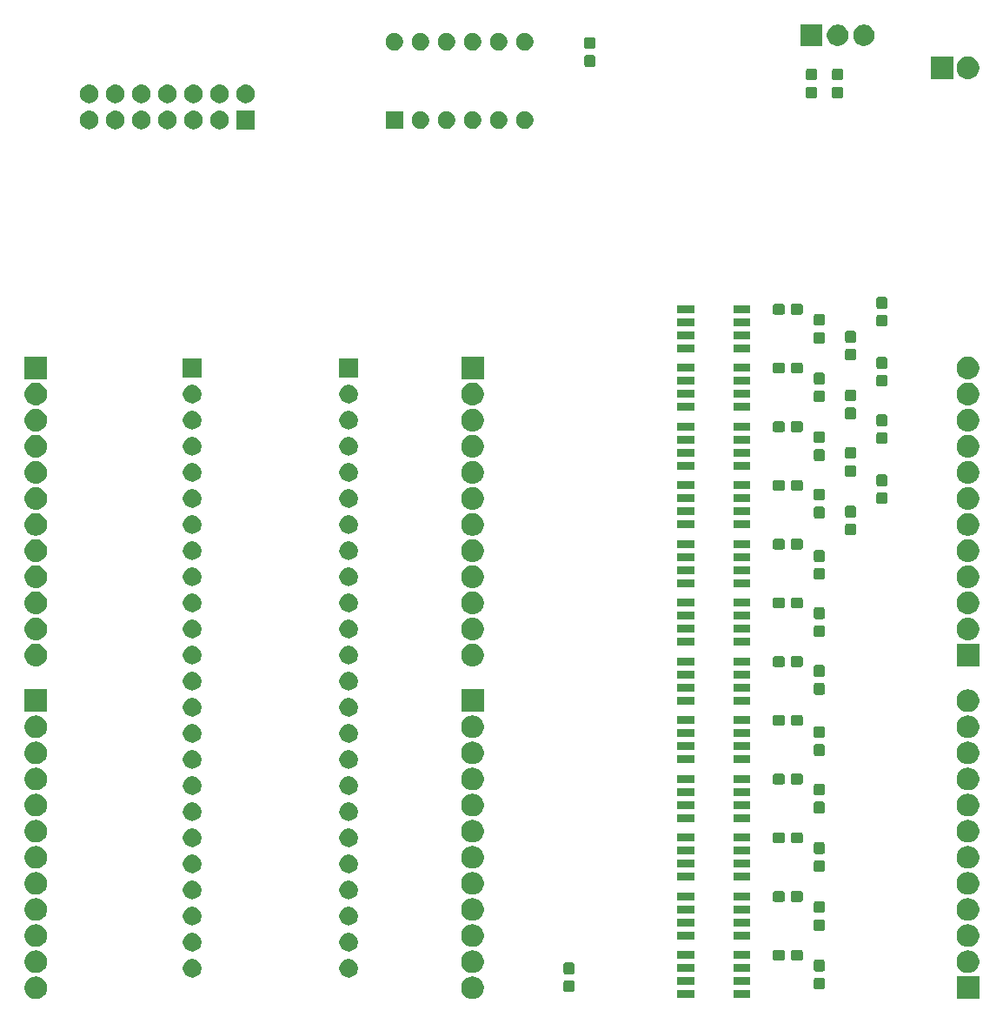
<source format=gbr>
G04 #@! TF.GenerationSoftware,KiCad,Pcbnew,(5.1.5-0-10_14)*
G04 #@! TF.CreationDate,2020-10-24T16:59:39+02:00*
G04 #@! TF.ProjectId,PM Artnet LED DMX,504d2041-7274-46e6-9574-204c45442044,rev?*
G04 #@! TF.SameCoordinates,Original*
G04 #@! TF.FileFunction,Soldermask,Top*
G04 #@! TF.FilePolarity,Negative*
%FSLAX46Y46*%
G04 Gerber Fmt 4.6, Leading zero omitted, Abs format (unit mm)*
G04 Created by KiCad (PCBNEW (5.1.5-0-10_14)) date 2020-10-24 16:59:39*
%MOMM*%
%LPD*%
G04 APERTURE LIST*
%ADD10C,0.100000*%
G04 APERTURE END LIST*
D10*
G36*
X109051000Y-110321000D02*
G01*
X106849000Y-110321000D01*
X106849000Y-108119000D01*
X109051000Y-108119000D01*
X109051000Y-110321000D01*
G37*
G36*
X59904795Y-108140156D02*
G01*
X60011150Y-108161311D01*
X60211520Y-108244307D01*
X60391844Y-108364795D01*
X60545205Y-108518156D01*
X60665693Y-108698480D01*
X60748689Y-108898851D01*
X60791000Y-109111560D01*
X60791000Y-109328440D01*
X60778357Y-109392000D01*
X60748689Y-109541150D01*
X60719890Y-109610677D01*
X60665693Y-109741520D01*
X60545205Y-109921844D01*
X60391844Y-110075205D01*
X60211520Y-110195693D01*
X60126281Y-110231000D01*
X60011150Y-110278689D01*
X59904794Y-110299845D01*
X59798440Y-110321000D01*
X59581560Y-110321000D01*
X59475206Y-110299845D01*
X59368850Y-110278689D01*
X59253719Y-110231000D01*
X59168480Y-110195693D01*
X58988156Y-110075205D01*
X58834795Y-109921844D01*
X58714307Y-109741520D01*
X58660110Y-109610677D01*
X58631311Y-109541150D01*
X58601643Y-109392000D01*
X58589000Y-109328440D01*
X58589000Y-109111560D01*
X58631311Y-108898851D01*
X58714307Y-108698480D01*
X58834795Y-108518156D01*
X58988156Y-108364795D01*
X59168480Y-108244307D01*
X59368850Y-108161311D01*
X59475205Y-108140156D01*
X59581560Y-108119000D01*
X59798440Y-108119000D01*
X59904795Y-108140156D01*
G37*
G36*
X17359795Y-108140156D02*
G01*
X17466150Y-108161311D01*
X17666520Y-108244307D01*
X17846844Y-108364795D01*
X18000205Y-108518156D01*
X18120693Y-108698480D01*
X18203689Y-108898851D01*
X18246000Y-109111560D01*
X18246000Y-109328440D01*
X18233357Y-109392000D01*
X18203689Y-109541150D01*
X18174890Y-109610677D01*
X18120693Y-109741520D01*
X18000205Y-109921844D01*
X17846844Y-110075205D01*
X17666520Y-110195693D01*
X17581281Y-110231000D01*
X17466150Y-110278689D01*
X17359794Y-110299845D01*
X17253440Y-110321000D01*
X17036560Y-110321000D01*
X16930206Y-110299845D01*
X16823850Y-110278689D01*
X16708719Y-110231000D01*
X16623480Y-110195693D01*
X16443156Y-110075205D01*
X16289795Y-109921844D01*
X16169307Y-109741520D01*
X16115110Y-109610677D01*
X16086311Y-109541150D01*
X16056643Y-109392000D01*
X16044000Y-109328440D01*
X16044000Y-109111560D01*
X16086311Y-108898851D01*
X16169307Y-108698480D01*
X16289795Y-108518156D01*
X16443156Y-108364795D01*
X16623480Y-108244307D01*
X16823850Y-108161311D01*
X16930205Y-108140156D01*
X17036560Y-108119000D01*
X17253440Y-108119000D01*
X17359795Y-108140156D01*
G37*
G36*
X81286500Y-110231000D02*
G01*
X79659500Y-110231000D01*
X79659500Y-109479000D01*
X81286500Y-109479000D01*
X81286500Y-110231000D01*
G37*
G36*
X86710500Y-110231000D02*
G01*
X85083500Y-110231000D01*
X85083500Y-109479000D01*
X86710500Y-109479000D01*
X86710500Y-110231000D01*
G37*
G36*
X69452499Y-108507445D02*
G01*
X69489995Y-108518820D01*
X69524554Y-108537292D01*
X69554847Y-108562153D01*
X69579708Y-108592446D01*
X69598180Y-108627005D01*
X69609555Y-108664501D01*
X69614000Y-108709638D01*
X69614000Y-109448362D01*
X69609555Y-109493499D01*
X69598180Y-109530995D01*
X69579708Y-109565554D01*
X69554847Y-109595847D01*
X69524554Y-109620708D01*
X69489995Y-109639180D01*
X69452499Y-109650555D01*
X69407362Y-109655000D01*
X68768638Y-109655000D01*
X68723501Y-109650555D01*
X68686005Y-109639180D01*
X68651446Y-109620708D01*
X68621153Y-109595847D01*
X68596292Y-109565554D01*
X68577820Y-109530995D01*
X68566445Y-109493499D01*
X68562000Y-109448362D01*
X68562000Y-108709638D01*
X68566445Y-108664501D01*
X68577820Y-108627005D01*
X68596292Y-108592446D01*
X68621153Y-108562153D01*
X68651446Y-108537292D01*
X68686005Y-108518820D01*
X68723501Y-108507445D01*
X68768638Y-108503000D01*
X69407362Y-108503000D01*
X69452499Y-108507445D01*
G37*
G36*
X93836499Y-108239445D02*
G01*
X93873995Y-108250820D01*
X93908554Y-108269292D01*
X93938847Y-108294153D01*
X93963708Y-108324446D01*
X93982180Y-108359005D01*
X93993555Y-108396501D01*
X93998000Y-108441638D01*
X93998000Y-109180362D01*
X93993555Y-109225499D01*
X93982180Y-109262995D01*
X93963708Y-109297554D01*
X93938847Y-109327847D01*
X93908554Y-109352708D01*
X93873995Y-109371180D01*
X93836499Y-109382555D01*
X93791362Y-109387000D01*
X93152638Y-109387000D01*
X93107501Y-109382555D01*
X93070005Y-109371180D01*
X93035446Y-109352708D01*
X93005153Y-109327847D01*
X92980292Y-109297554D01*
X92961820Y-109262995D01*
X92950445Y-109225499D01*
X92946000Y-109180362D01*
X92946000Y-108441638D01*
X92950445Y-108396501D01*
X92961820Y-108359005D01*
X92980292Y-108324446D01*
X93005153Y-108294153D01*
X93035446Y-108269292D01*
X93070005Y-108250820D01*
X93107501Y-108239445D01*
X93152638Y-108235000D01*
X93791362Y-108235000D01*
X93836499Y-108239445D01*
G37*
G36*
X81286500Y-108961000D02*
G01*
X79659500Y-108961000D01*
X79659500Y-108209000D01*
X81286500Y-108209000D01*
X81286500Y-108961000D01*
G37*
G36*
X86710500Y-108961000D02*
G01*
X85083500Y-108961000D01*
X85083500Y-108209000D01*
X86710500Y-108209000D01*
X86710500Y-108961000D01*
G37*
G36*
X32498512Y-106418927D02*
G01*
X32647812Y-106448624D01*
X32811784Y-106516544D01*
X32959354Y-106615147D01*
X33084853Y-106740646D01*
X33183456Y-106888216D01*
X33251376Y-107052188D01*
X33286000Y-107226259D01*
X33286000Y-107403741D01*
X33251376Y-107577812D01*
X33183456Y-107741784D01*
X33084853Y-107889354D01*
X32959354Y-108014853D01*
X32811784Y-108113456D01*
X32647812Y-108181376D01*
X32508933Y-108209000D01*
X32473742Y-108216000D01*
X32296258Y-108216000D01*
X32261067Y-108209000D01*
X32122188Y-108181376D01*
X31958216Y-108113456D01*
X31810646Y-108014853D01*
X31685147Y-107889354D01*
X31586544Y-107741784D01*
X31518624Y-107577812D01*
X31484000Y-107403741D01*
X31484000Y-107226259D01*
X31518624Y-107052188D01*
X31586544Y-106888216D01*
X31685147Y-106740646D01*
X31810646Y-106615147D01*
X31958216Y-106516544D01*
X32122188Y-106448624D01*
X32271488Y-106418927D01*
X32296258Y-106414000D01*
X32473742Y-106414000D01*
X32498512Y-106418927D01*
G37*
G36*
X47738512Y-106418927D02*
G01*
X47887812Y-106448624D01*
X48051784Y-106516544D01*
X48199354Y-106615147D01*
X48324853Y-106740646D01*
X48423456Y-106888216D01*
X48491376Y-107052188D01*
X48526000Y-107226259D01*
X48526000Y-107403741D01*
X48491376Y-107577812D01*
X48423456Y-107741784D01*
X48324853Y-107889354D01*
X48199354Y-108014853D01*
X48051784Y-108113456D01*
X47887812Y-108181376D01*
X47748933Y-108209000D01*
X47713742Y-108216000D01*
X47536258Y-108216000D01*
X47501067Y-108209000D01*
X47362188Y-108181376D01*
X47198216Y-108113456D01*
X47050646Y-108014853D01*
X46925147Y-107889354D01*
X46826544Y-107741784D01*
X46758624Y-107577812D01*
X46724000Y-107403741D01*
X46724000Y-107226259D01*
X46758624Y-107052188D01*
X46826544Y-106888216D01*
X46925147Y-106740646D01*
X47050646Y-106615147D01*
X47198216Y-106516544D01*
X47362188Y-106448624D01*
X47511488Y-106418927D01*
X47536258Y-106414000D01*
X47713742Y-106414000D01*
X47738512Y-106418927D01*
G37*
G36*
X69452499Y-106757445D02*
G01*
X69489995Y-106768820D01*
X69524554Y-106787292D01*
X69554847Y-106812153D01*
X69579708Y-106842446D01*
X69598180Y-106877005D01*
X69609555Y-106914501D01*
X69614000Y-106959638D01*
X69614000Y-107698362D01*
X69609555Y-107743499D01*
X69598180Y-107780995D01*
X69579708Y-107815554D01*
X69554847Y-107845847D01*
X69524554Y-107870708D01*
X69489995Y-107889180D01*
X69452499Y-107900555D01*
X69407362Y-107905000D01*
X68768638Y-107905000D01*
X68723501Y-107900555D01*
X68686005Y-107889180D01*
X68651446Y-107870708D01*
X68621153Y-107845847D01*
X68596292Y-107815554D01*
X68577820Y-107780995D01*
X68566445Y-107743499D01*
X68562000Y-107698362D01*
X68562000Y-106959638D01*
X68566445Y-106914501D01*
X68577820Y-106877005D01*
X68596292Y-106842446D01*
X68621153Y-106812153D01*
X68651446Y-106787292D01*
X68686005Y-106768820D01*
X68723501Y-106757445D01*
X68768638Y-106753000D01*
X69407362Y-106753000D01*
X69452499Y-106757445D01*
G37*
G36*
X59904795Y-105600156D02*
G01*
X60011150Y-105621311D01*
X60111334Y-105662809D01*
X60211520Y-105704307D01*
X60391844Y-105824795D01*
X60545205Y-105978156D01*
X60665693Y-106158480D01*
X60748689Y-106358851D01*
X60791000Y-106571560D01*
X60791000Y-106788440D01*
X60748689Y-107001149D01*
X60665693Y-107201520D01*
X60545205Y-107381844D01*
X60391844Y-107535205D01*
X60211520Y-107655693D01*
X60111334Y-107697191D01*
X60011150Y-107738689D01*
X59904795Y-107759844D01*
X59798440Y-107781000D01*
X59581560Y-107781000D01*
X59475205Y-107759844D01*
X59368850Y-107738689D01*
X59168480Y-107655693D01*
X58988156Y-107535205D01*
X58834795Y-107381844D01*
X58714307Y-107201520D01*
X58631311Y-107001149D01*
X58589000Y-106788440D01*
X58589000Y-106571560D01*
X58631311Y-106358851D01*
X58714307Y-106158480D01*
X58834795Y-105978156D01*
X58988156Y-105824795D01*
X59168480Y-105704307D01*
X59368850Y-105621311D01*
X59475206Y-105600155D01*
X59581560Y-105579000D01*
X59798440Y-105579000D01*
X59904795Y-105600156D01*
G37*
G36*
X17359795Y-105600156D02*
G01*
X17466150Y-105621311D01*
X17566334Y-105662809D01*
X17666520Y-105704307D01*
X17846844Y-105824795D01*
X18000205Y-105978156D01*
X18120693Y-106158480D01*
X18203689Y-106358851D01*
X18246000Y-106571560D01*
X18246000Y-106788440D01*
X18203689Y-107001149D01*
X18120693Y-107201520D01*
X18000205Y-107381844D01*
X17846844Y-107535205D01*
X17666520Y-107655693D01*
X17566334Y-107697191D01*
X17466150Y-107738689D01*
X17359795Y-107759844D01*
X17253440Y-107781000D01*
X17036560Y-107781000D01*
X16930205Y-107759844D01*
X16823850Y-107738689D01*
X16623480Y-107655693D01*
X16443156Y-107535205D01*
X16289795Y-107381844D01*
X16169307Y-107201520D01*
X16086311Y-107001149D01*
X16044000Y-106788440D01*
X16044000Y-106571560D01*
X16086311Y-106358851D01*
X16169307Y-106158480D01*
X16289795Y-105978156D01*
X16443156Y-105824795D01*
X16623480Y-105704307D01*
X16823850Y-105621311D01*
X16930206Y-105600155D01*
X17036560Y-105579000D01*
X17253440Y-105579000D01*
X17359795Y-105600156D01*
G37*
G36*
X108164795Y-105600156D02*
G01*
X108271150Y-105621311D01*
X108371334Y-105662809D01*
X108471520Y-105704307D01*
X108651844Y-105824795D01*
X108805205Y-105978156D01*
X108925693Y-106158480D01*
X109008689Y-106358851D01*
X109051000Y-106571560D01*
X109051000Y-106788440D01*
X109008689Y-107001149D01*
X108925693Y-107201520D01*
X108805205Y-107381844D01*
X108651844Y-107535205D01*
X108471520Y-107655693D01*
X108371334Y-107697191D01*
X108271150Y-107738689D01*
X108164795Y-107759844D01*
X108058440Y-107781000D01*
X107841560Y-107781000D01*
X107735205Y-107759844D01*
X107628850Y-107738689D01*
X107428480Y-107655693D01*
X107248156Y-107535205D01*
X107094795Y-107381844D01*
X106974307Y-107201520D01*
X106891311Y-107001149D01*
X106849000Y-106788440D01*
X106849000Y-106571560D01*
X106891311Y-106358851D01*
X106974307Y-106158480D01*
X107094795Y-105978156D01*
X107248156Y-105824795D01*
X107428480Y-105704307D01*
X107628850Y-105621311D01*
X107735206Y-105600155D01*
X107841560Y-105579000D01*
X108058440Y-105579000D01*
X108164795Y-105600156D01*
G37*
G36*
X86710500Y-107691000D02*
G01*
X85083500Y-107691000D01*
X85083500Y-106939000D01*
X86710500Y-106939000D01*
X86710500Y-107691000D01*
G37*
G36*
X81286500Y-107691000D02*
G01*
X79659500Y-107691000D01*
X79659500Y-106939000D01*
X81286500Y-106939000D01*
X81286500Y-107691000D01*
G37*
G36*
X93836499Y-106489445D02*
G01*
X93873995Y-106500820D01*
X93908554Y-106519292D01*
X93938847Y-106544153D01*
X93963708Y-106574446D01*
X93982180Y-106609005D01*
X93993555Y-106646501D01*
X93998000Y-106691638D01*
X93998000Y-107430362D01*
X93993555Y-107475499D01*
X93982180Y-107512995D01*
X93963708Y-107547554D01*
X93938847Y-107577847D01*
X93908554Y-107602708D01*
X93873995Y-107621180D01*
X93836499Y-107632555D01*
X93791362Y-107637000D01*
X93152638Y-107637000D01*
X93107501Y-107632555D01*
X93070005Y-107621180D01*
X93035446Y-107602708D01*
X93005153Y-107577847D01*
X92980292Y-107547554D01*
X92961820Y-107512995D01*
X92950445Y-107475499D01*
X92946000Y-107430362D01*
X92946000Y-106691638D01*
X92950445Y-106646501D01*
X92961820Y-106609005D01*
X92980292Y-106574446D01*
X93005153Y-106544153D01*
X93035446Y-106519292D01*
X93070005Y-106500820D01*
X93107501Y-106489445D01*
X93152638Y-106485000D01*
X93791362Y-106485000D01*
X93836499Y-106489445D01*
G37*
G36*
X91699499Y-105523445D02*
G01*
X91736995Y-105534820D01*
X91771554Y-105553292D01*
X91801847Y-105578153D01*
X91826708Y-105608446D01*
X91845180Y-105643005D01*
X91856555Y-105680501D01*
X91861000Y-105725638D01*
X91861000Y-106364362D01*
X91856555Y-106409499D01*
X91845180Y-106446995D01*
X91826708Y-106481554D01*
X91801847Y-106511847D01*
X91771554Y-106536708D01*
X91736995Y-106555180D01*
X91699499Y-106566555D01*
X91654362Y-106571000D01*
X90915638Y-106571000D01*
X90870501Y-106566555D01*
X90833005Y-106555180D01*
X90798446Y-106536708D01*
X90768153Y-106511847D01*
X90743292Y-106481554D01*
X90724820Y-106446995D01*
X90713445Y-106409499D01*
X90709000Y-106364362D01*
X90709000Y-105725638D01*
X90713445Y-105680501D01*
X90724820Y-105643005D01*
X90743292Y-105608446D01*
X90768153Y-105578153D01*
X90798446Y-105553292D01*
X90833005Y-105534820D01*
X90870501Y-105523445D01*
X90915638Y-105519000D01*
X91654362Y-105519000D01*
X91699499Y-105523445D01*
G37*
G36*
X89949499Y-105523445D02*
G01*
X89986995Y-105534820D01*
X90021554Y-105553292D01*
X90051847Y-105578153D01*
X90076708Y-105608446D01*
X90095180Y-105643005D01*
X90106555Y-105680501D01*
X90111000Y-105725638D01*
X90111000Y-106364362D01*
X90106555Y-106409499D01*
X90095180Y-106446995D01*
X90076708Y-106481554D01*
X90051847Y-106511847D01*
X90021554Y-106536708D01*
X89986995Y-106555180D01*
X89949499Y-106566555D01*
X89904362Y-106571000D01*
X89165638Y-106571000D01*
X89120501Y-106566555D01*
X89083005Y-106555180D01*
X89048446Y-106536708D01*
X89018153Y-106511847D01*
X88993292Y-106481554D01*
X88974820Y-106446995D01*
X88963445Y-106409499D01*
X88959000Y-106364362D01*
X88959000Y-105725638D01*
X88963445Y-105680501D01*
X88974820Y-105643005D01*
X88993292Y-105608446D01*
X89018153Y-105578153D01*
X89048446Y-105553292D01*
X89083005Y-105534820D01*
X89120501Y-105523445D01*
X89165638Y-105519000D01*
X89904362Y-105519000D01*
X89949499Y-105523445D01*
G37*
G36*
X81286500Y-106421000D02*
G01*
X79659500Y-106421000D01*
X79659500Y-105669000D01*
X81286500Y-105669000D01*
X81286500Y-106421000D01*
G37*
G36*
X86710500Y-106421000D02*
G01*
X85083500Y-106421000D01*
X85083500Y-105669000D01*
X86710500Y-105669000D01*
X86710500Y-106421000D01*
G37*
G36*
X47738512Y-103878927D02*
G01*
X47887812Y-103908624D01*
X48051784Y-103976544D01*
X48199354Y-104075147D01*
X48324853Y-104200646D01*
X48423456Y-104348216D01*
X48491376Y-104512188D01*
X48526000Y-104686259D01*
X48526000Y-104863741D01*
X48491376Y-105037812D01*
X48423456Y-105201784D01*
X48324853Y-105349354D01*
X48199354Y-105474853D01*
X48051784Y-105573456D01*
X47887812Y-105641376D01*
X47748933Y-105669000D01*
X47713742Y-105676000D01*
X47536258Y-105676000D01*
X47501067Y-105669000D01*
X47362188Y-105641376D01*
X47198216Y-105573456D01*
X47050646Y-105474853D01*
X46925147Y-105349354D01*
X46826544Y-105201784D01*
X46758624Y-105037812D01*
X46724000Y-104863741D01*
X46724000Y-104686259D01*
X46758624Y-104512188D01*
X46826544Y-104348216D01*
X46925147Y-104200646D01*
X47050646Y-104075147D01*
X47198216Y-103976544D01*
X47362188Y-103908624D01*
X47511488Y-103878927D01*
X47536258Y-103874000D01*
X47713742Y-103874000D01*
X47738512Y-103878927D01*
G37*
G36*
X32498512Y-103878927D02*
G01*
X32647812Y-103908624D01*
X32811784Y-103976544D01*
X32959354Y-104075147D01*
X33084853Y-104200646D01*
X33183456Y-104348216D01*
X33251376Y-104512188D01*
X33286000Y-104686259D01*
X33286000Y-104863741D01*
X33251376Y-105037812D01*
X33183456Y-105201784D01*
X33084853Y-105349354D01*
X32959354Y-105474853D01*
X32811784Y-105573456D01*
X32647812Y-105641376D01*
X32508933Y-105669000D01*
X32473742Y-105676000D01*
X32296258Y-105676000D01*
X32261067Y-105669000D01*
X32122188Y-105641376D01*
X31958216Y-105573456D01*
X31810646Y-105474853D01*
X31685147Y-105349354D01*
X31586544Y-105201784D01*
X31518624Y-105037812D01*
X31484000Y-104863741D01*
X31484000Y-104686259D01*
X31518624Y-104512188D01*
X31586544Y-104348216D01*
X31685147Y-104200646D01*
X31810646Y-104075147D01*
X31958216Y-103976544D01*
X32122188Y-103908624D01*
X32271488Y-103878927D01*
X32296258Y-103874000D01*
X32473742Y-103874000D01*
X32498512Y-103878927D01*
G37*
G36*
X17359794Y-103060155D02*
G01*
X17466150Y-103081311D01*
X17666520Y-103164307D01*
X17846844Y-103284795D01*
X18000205Y-103438156D01*
X18120693Y-103618480D01*
X18203689Y-103818851D01*
X18246000Y-104031560D01*
X18246000Y-104248440D01*
X18203689Y-104461149D01*
X18120693Y-104661520D01*
X18000205Y-104841844D01*
X17846844Y-104995205D01*
X17666520Y-105115693D01*
X17466150Y-105198689D01*
X17450600Y-105201782D01*
X17253440Y-105241000D01*
X17036560Y-105241000D01*
X16839400Y-105201782D01*
X16823850Y-105198689D01*
X16723666Y-105157191D01*
X16623480Y-105115693D01*
X16443156Y-104995205D01*
X16289795Y-104841844D01*
X16169307Y-104661520D01*
X16086311Y-104461149D01*
X16044000Y-104248440D01*
X16044000Y-104031560D01*
X16086311Y-103818851D01*
X16169307Y-103618480D01*
X16289795Y-103438156D01*
X16443156Y-103284795D01*
X16623480Y-103164307D01*
X16823850Y-103081311D01*
X16930206Y-103060155D01*
X17036560Y-103039000D01*
X17253440Y-103039000D01*
X17359794Y-103060155D01*
G37*
G36*
X108164794Y-103060155D02*
G01*
X108271150Y-103081311D01*
X108471520Y-103164307D01*
X108651844Y-103284795D01*
X108805205Y-103438156D01*
X108925693Y-103618480D01*
X109008689Y-103818851D01*
X109051000Y-104031560D01*
X109051000Y-104248440D01*
X109008689Y-104461149D01*
X108925693Y-104661520D01*
X108805205Y-104841844D01*
X108651844Y-104995205D01*
X108471520Y-105115693D01*
X108271150Y-105198689D01*
X108255600Y-105201782D01*
X108058440Y-105241000D01*
X107841560Y-105241000D01*
X107644400Y-105201782D01*
X107628850Y-105198689D01*
X107528666Y-105157191D01*
X107428480Y-105115693D01*
X107248156Y-104995205D01*
X107094795Y-104841844D01*
X106974307Y-104661520D01*
X106891311Y-104461149D01*
X106849000Y-104248440D01*
X106849000Y-104031560D01*
X106891311Y-103818851D01*
X106974307Y-103618480D01*
X107094795Y-103438156D01*
X107248156Y-103284795D01*
X107428480Y-103164307D01*
X107528666Y-103122809D01*
X107628850Y-103081311D01*
X107735206Y-103060155D01*
X107841560Y-103039000D01*
X108058440Y-103039000D01*
X108164794Y-103060155D01*
G37*
G36*
X59904794Y-103060155D02*
G01*
X60011150Y-103081311D01*
X60211520Y-103164307D01*
X60391844Y-103284795D01*
X60545205Y-103438156D01*
X60665693Y-103618480D01*
X60748689Y-103818851D01*
X60791000Y-104031560D01*
X60791000Y-104248440D01*
X60748689Y-104461149D01*
X60665693Y-104661520D01*
X60545205Y-104841844D01*
X60391844Y-104995205D01*
X60211520Y-105115693D01*
X60011150Y-105198689D01*
X59995600Y-105201782D01*
X59798440Y-105241000D01*
X59581560Y-105241000D01*
X59384400Y-105201782D01*
X59368850Y-105198689D01*
X59268666Y-105157191D01*
X59168480Y-105115693D01*
X58988156Y-104995205D01*
X58834795Y-104841844D01*
X58714307Y-104661520D01*
X58631311Y-104461149D01*
X58589000Y-104248440D01*
X58589000Y-104031560D01*
X58631311Y-103818851D01*
X58714307Y-103618480D01*
X58834795Y-103438156D01*
X58988156Y-103284795D01*
X59168480Y-103164307D01*
X59268666Y-103122809D01*
X59368850Y-103081311D01*
X59475206Y-103060155D01*
X59581560Y-103039000D01*
X59798440Y-103039000D01*
X59904794Y-103060155D01*
G37*
G36*
X81286500Y-104516000D02*
G01*
X79659500Y-104516000D01*
X79659500Y-103764000D01*
X81286500Y-103764000D01*
X81286500Y-104516000D01*
G37*
G36*
X86710500Y-104516000D02*
G01*
X85083500Y-104516000D01*
X85083500Y-103764000D01*
X86710500Y-103764000D01*
X86710500Y-104516000D01*
G37*
G36*
X93836499Y-102552445D02*
G01*
X93873995Y-102563820D01*
X93908554Y-102582292D01*
X93938847Y-102607153D01*
X93963708Y-102637446D01*
X93982180Y-102672005D01*
X93993555Y-102709501D01*
X93998000Y-102754638D01*
X93998000Y-103493362D01*
X93993555Y-103538499D01*
X93982180Y-103575995D01*
X93963708Y-103610554D01*
X93938847Y-103640847D01*
X93908554Y-103665708D01*
X93873995Y-103684180D01*
X93836499Y-103695555D01*
X93791362Y-103700000D01*
X93152638Y-103700000D01*
X93107501Y-103695555D01*
X93070005Y-103684180D01*
X93035446Y-103665708D01*
X93005153Y-103640847D01*
X92980292Y-103610554D01*
X92961820Y-103575995D01*
X92950445Y-103538499D01*
X92946000Y-103493362D01*
X92946000Y-102754638D01*
X92950445Y-102709501D01*
X92961820Y-102672005D01*
X92980292Y-102637446D01*
X93005153Y-102607153D01*
X93035446Y-102582292D01*
X93070005Y-102563820D01*
X93107501Y-102552445D01*
X93152638Y-102548000D01*
X93791362Y-102548000D01*
X93836499Y-102552445D01*
G37*
G36*
X81286500Y-103246000D02*
G01*
X79659500Y-103246000D01*
X79659500Y-102494000D01*
X81286500Y-102494000D01*
X81286500Y-103246000D01*
G37*
G36*
X86710500Y-103246000D02*
G01*
X85083500Y-103246000D01*
X85083500Y-102494000D01*
X86710500Y-102494000D01*
X86710500Y-103246000D01*
G37*
G36*
X47738512Y-101338927D02*
G01*
X47887812Y-101368624D01*
X48051784Y-101436544D01*
X48199354Y-101535147D01*
X48324853Y-101660646D01*
X48423456Y-101808216D01*
X48491376Y-101972188D01*
X48526000Y-102146259D01*
X48526000Y-102323741D01*
X48491376Y-102497812D01*
X48423456Y-102661784D01*
X48324853Y-102809354D01*
X48199354Y-102934853D01*
X48051784Y-103033456D01*
X47887812Y-103101376D01*
X47738512Y-103131073D01*
X47713742Y-103136000D01*
X47536258Y-103136000D01*
X47511488Y-103131073D01*
X47362188Y-103101376D01*
X47198216Y-103033456D01*
X47050646Y-102934853D01*
X46925147Y-102809354D01*
X46826544Y-102661784D01*
X46758624Y-102497812D01*
X46724000Y-102323741D01*
X46724000Y-102146259D01*
X46758624Y-101972188D01*
X46826544Y-101808216D01*
X46925147Y-101660646D01*
X47050646Y-101535147D01*
X47198216Y-101436544D01*
X47362188Y-101368624D01*
X47511488Y-101338927D01*
X47536258Y-101334000D01*
X47713742Y-101334000D01*
X47738512Y-101338927D01*
G37*
G36*
X32498512Y-101338927D02*
G01*
X32647812Y-101368624D01*
X32811784Y-101436544D01*
X32959354Y-101535147D01*
X33084853Y-101660646D01*
X33183456Y-101808216D01*
X33251376Y-101972188D01*
X33286000Y-102146259D01*
X33286000Y-102323741D01*
X33251376Y-102497812D01*
X33183456Y-102661784D01*
X33084853Y-102809354D01*
X32959354Y-102934853D01*
X32811784Y-103033456D01*
X32647812Y-103101376D01*
X32498512Y-103131073D01*
X32473742Y-103136000D01*
X32296258Y-103136000D01*
X32271488Y-103131073D01*
X32122188Y-103101376D01*
X31958216Y-103033456D01*
X31810646Y-102934853D01*
X31685147Y-102809354D01*
X31586544Y-102661784D01*
X31518624Y-102497812D01*
X31484000Y-102323741D01*
X31484000Y-102146259D01*
X31518624Y-101972188D01*
X31586544Y-101808216D01*
X31685147Y-101660646D01*
X31810646Y-101535147D01*
X31958216Y-101436544D01*
X32122188Y-101368624D01*
X32271488Y-101338927D01*
X32296258Y-101334000D01*
X32473742Y-101334000D01*
X32498512Y-101338927D01*
G37*
G36*
X108164794Y-100520155D02*
G01*
X108271150Y-100541311D01*
X108471520Y-100624307D01*
X108651844Y-100744795D01*
X108805205Y-100898156D01*
X108925693Y-101078480D01*
X109008689Y-101278851D01*
X109051000Y-101491560D01*
X109051000Y-101708440D01*
X109044053Y-101743362D01*
X109008689Y-101921150D01*
X108998832Y-101944947D01*
X108925693Y-102121520D01*
X108805205Y-102301844D01*
X108651844Y-102455205D01*
X108471520Y-102575693D01*
X108431371Y-102592323D01*
X108271150Y-102658689D01*
X108204206Y-102672005D01*
X108058440Y-102701000D01*
X107841560Y-102701000D01*
X107695794Y-102672005D01*
X107628850Y-102658689D01*
X107468629Y-102592323D01*
X107428480Y-102575693D01*
X107248156Y-102455205D01*
X107094795Y-102301844D01*
X106974307Y-102121520D01*
X106901168Y-101944947D01*
X106891311Y-101921150D01*
X106855947Y-101743362D01*
X106849000Y-101708440D01*
X106849000Y-101491560D01*
X106891311Y-101278851D01*
X106974307Y-101078480D01*
X107094795Y-100898156D01*
X107248156Y-100744795D01*
X107428480Y-100624307D01*
X107528666Y-100582809D01*
X107628850Y-100541311D01*
X107735205Y-100520156D01*
X107841560Y-100499000D01*
X108058440Y-100499000D01*
X108164794Y-100520155D01*
G37*
G36*
X59904794Y-100520155D02*
G01*
X60011150Y-100541311D01*
X60211520Y-100624307D01*
X60391844Y-100744795D01*
X60545205Y-100898156D01*
X60665693Y-101078480D01*
X60748689Y-101278851D01*
X60791000Y-101491560D01*
X60791000Y-101708440D01*
X60784053Y-101743362D01*
X60748689Y-101921150D01*
X60738832Y-101944947D01*
X60665693Y-102121520D01*
X60545205Y-102301844D01*
X60391844Y-102455205D01*
X60211520Y-102575693D01*
X60171371Y-102592323D01*
X60011150Y-102658689D01*
X59944206Y-102672005D01*
X59798440Y-102701000D01*
X59581560Y-102701000D01*
X59435794Y-102672005D01*
X59368850Y-102658689D01*
X59208629Y-102592323D01*
X59168480Y-102575693D01*
X58988156Y-102455205D01*
X58834795Y-102301844D01*
X58714307Y-102121520D01*
X58641168Y-101944947D01*
X58631311Y-101921150D01*
X58595947Y-101743362D01*
X58589000Y-101708440D01*
X58589000Y-101491560D01*
X58631311Y-101278851D01*
X58714307Y-101078480D01*
X58834795Y-100898156D01*
X58988156Y-100744795D01*
X59168480Y-100624307D01*
X59268666Y-100582809D01*
X59368850Y-100541311D01*
X59475205Y-100520156D01*
X59581560Y-100499000D01*
X59798440Y-100499000D01*
X59904794Y-100520155D01*
G37*
G36*
X17359794Y-100520155D02*
G01*
X17466150Y-100541311D01*
X17666520Y-100624307D01*
X17846844Y-100744795D01*
X18000205Y-100898156D01*
X18120693Y-101078480D01*
X18203689Y-101278851D01*
X18246000Y-101491560D01*
X18246000Y-101708440D01*
X18239053Y-101743362D01*
X18203689Y-101921150D01*
X18193832Y-101944947D01*
X18120693Y-102121520D01*
X18000205Y-102301844D01*
X17846844Y-102455205D01*
X17666520Y-102575693D01*
X17626371Y-102592323D01*
X17466150Y-102658689D01*
X17399206Y-102672005D01*
X17253440Y-102701000D01*
X17036560Y-102701000D01*
X16890794Y-102672005D01*
X16823850Y-102658689D01*
X16663629Y-102592323D01*
X16623480Y-102575693D01*
X16443156Y-102455205D01*
X16289795Y-102301844D01*
X16169307Y-102121520D01*
X16096168Y-101944947D01*
X16086311Y-101921150D01*
X16050947Y-101743362D01*
X16044000Y-101708440D01*
X16044000Y-101491560D01*
X16086311Y-101278851D01*
X16169307Y-101078480D01*
X16289795Y-100898156D01*
X16443156Y-100744795D01*
X16623480Y-100624307D01*
X16823850Y-100541311D01*
X16930206Y-100520155D01*
X17036560Y-100499000D01*
X17253440Y-100499000D01*
X17359794Y-100520155D01*
G37*
G36*
X81286500Y-101976000D02*
G01*
X79659500Y-101976000D01*
X79659500Y-101224000D01*
X81286500Y-101224000D01*
X81286500Y-101976000D01*
G37*
G36*
X86710500Y-101976000D02*
G01*
X85083500Y-101976000D01*
X85083500Y-101224000D01*
X86710500Y-101224000D01*
X86710500Y-101976000D01*
G37*
G36*
X93836499Y-100802445D02*
G01*
X93873995Y-100813820D01*
X93908554Y-100832292D01*
X93938847Y-100857153D01*
X93963708Y-100887446D01*
X93982180Y-100922005D01*
X93993555Y-100959501D01*
X93998000Y-101004638D01*
X93998000Y-101743362D01*
X93993555Y-101788499D01*
X93982180Y-101825995D01*
X93963708Y-101860554D01*
X93938847Y-101890847D01*
X93908554Y-101915708D01*
X93873995Y-101934180D01*
X93836499Y-101945555D01*
X93791362Y-101950000D01*
X93152638Y-101950000D01*
X93107501Y-101945555D01*
X93070005Y-101934180D01*
X93035446Y-101915708D01*
X93005153Y-101890847D01*
X92980292Y-101860554D01*
X92961820Y-101825995D01*
X92950445Y-101788499D01*
X92946000Y-101743362D01*
X92946000Y-101004638D01*
X92950445Y-100959501D01*
X92961820Y-100922005D01*
X92980292Y-100887446D01*
X93005153Y-100857153D01*
X93035446Y-100832292D01*
X93070005Y-100813820D01*
X93107501Y-100802445D01*
X93152638Y-100798000D01*
X93791362Y-100798000D01*
X93836499Y-100802445D01*
G37*
G36*
X91699499Y-99808445D02*
G01*
X91736995Y-99819820D01*
X91771554Y-99838292D01*
X91801847Y-99863153D01*
X91826708Y-99893446D01*
X91845180Y-99928005D01*
X91856555Y-99965501D01*
X91861000Y-100010638D01*
X91861000Y-100649362D01*
X91856555Y-100694499D01*
X91845180Y-100731995D01*
X91826708Y-100766554D01*
X91801847Y-100796847D01*
X91771554Y-100821708D01*
X91736995Y-100840180D01*
X91699499Y-100851555D01*
X91654362Y-100856000D01*
X90915638Y-100856000D01*
X90870501Y-100851555D01*
X90833005Y-100840180D01*
X90798446Y-100821708D01*
X90768153Y-100796847D01*
X90743292Y-100766554D01*
X90724820Y-100731995D01*
X90713445Y-100694499D01*
X90709000Y-100649362D01*
X90709000Y-100010638D01*
X90713445Y-99965501D01*
X90724820Y-99928005D01*
X90743292Y-99893446D01*
X90768153Y-99863153D01*
X90798446Y-99838292D01*
X90833005Y-99819820D01*
X90870501Y-99808445D01*
X90915638Y-99804000D01*
X91654362Y-99804000D01*
X91699499Y-99808445D01*
G37*
G36*
X89949499Y-99808445D02*
G01*
X89986995Y-99819820D01*
X90021554Y-99838292D01*
X90051847Y-99863153D01*
X90076708Y-99893446D01*
X90095180Y-99928005D01*
X90106555Y-99965501D01*
X90111000Y-100010638D01*
X90111000Y-100649362D01*
X90106555Y-100694499D01*
X90095180Y-100731995D01*
X90076708Y-100766554D01*
X90051847Y-100796847D01*
X90021554Y-100821708D01*
X89986995Y-100840180D01*
X89949499Y-100851555D01*
X89904362Y-100856000D01*
X89165638Y-100856000D01*
X89120501Y-100851555D01*
X89083005Y-100840180D01*
X89048446Y-100821708D01*
X89018153Y-100796847D01*
X88993292Y-100766554D01*
X88974820Y-100731995D01*
X88963445Y-100694499D01*
X88959000Y-100649362D01*
X88959000Y-100010638D01*
X88963445Y-99965501D01*
X88974820Y-99928005D01*
X88993292Y-99893446D01*
X89018153Y-99863153D01*
X89048446Y-99838292D01*
X89083005Y-99819820D01*
X89120501Y-99808445D01*
X89165638Y-99804000D01*
X89904362Y-99804000D01*
X89949499Y-99808445D01*
G37*
G36*
X81286500Y-100706000D02*
G01*
X79659500Y-100706000D01*
X79659500Y-99954000D01*
X81286500Y-99954000D01*
X81286500Y-100706000D01*
G37*
G36*
X86710500Y-100706000D02*
G01*
X85083500Y-100706000D01*
X85083500Y-99954000D01*
X86710500Y-99954000D01*
X86710500Y-100706000D01*
G37*
G36*
X47738512Y-98798927D02*
G01*
X47887812Y-98828624D01*
X48051784Y-98896544D01*
X48199354Y-98995147D01*
X48324853Y-99120646D01*
X48423456Y-99268216D01*
X48491376Y-99432188D01*
X48526000Y-99606259D01*
X48526000Y-99783741D01*
X48491376Y-99957812D01*
X48423456Y-100121784D01*
X48324853Y-100269354D01*
X48199354Y-100394853D01*
X48051784Y-100493456D01*
X47887812Y-100561376D01*
X47738512Y-100591073D01*
X47713742Y-100596000D01*
X47536258Y-100596000D01*
X47511488Y-100591073D01*
X47362188Y-100561376D01*
X47198216Y-100493456D01*
X47050646Y-100394853D01*
X46925147Y-100269354D01*
X46826544Y-100121784D01*
X46758624Y-99957812D01*
X46724000Y-99783741D01*
X46724000Y-99606259D01*
X46758624Y-99432188D01*
X46826544Y-99268216D01*
X46925147Y-99120646D01*
X47050646Y-98995147D01*
X47198216Y-98896544D01*
X47362188Y-98828624D01*
X47511488Y-98798927D01*
X47536258Y-98794000D01*
X47713742Y-98794000D01*
X47738512Y-98798927D01*
G37*
G36*
X32498512Y-98798927D02*
G01*
X32647812Y-98828624D01*
X32811784Y-98896544D01*
X32959354Y-98995147D01*
X33084853Y-99120646D01*
X33183456Y-99268216D01*
X33251376Y-99432188D01*
X33286000Y-99606259D01*
X33286000Y-99783741D01*
X33251376Y-99957812D01*
X33183456Y-100121784D01*
X33084853Y-100269354D01*
X32959354Y-100394853D01*
X32811784Y-100493456D01*
X32647812Y-100561376D01*
X32498512Y-100591073D01*
X32473742Y-100596000D01*
X32296258Y-100596000D01*
X32271488Y-100591073D01*
X32122188Y-100561376D01*
X31958216Y-100493456D01*
X31810646Y-100394853D01*
X31685147Y-100269354D01*
X31586544Y-100121784D01*
X31518624Y-99957812D01*
X31484000Y-99783741D01*
X31484000Y-99606259D01*
X31518624Y-99432188D01*
X31586544Y-99268216D01*
X31685147Y-99120646D01*
X31810646Y-98995147D01*
X31958216Y-98896544D01*
X32122188Y-98828624D01*
X32271488Y-98798927D01*
X32296258Y-98794000D01*
X32473742Y-98794000D01*
X32498512Y-98798927D01*
G37*
G36*
X108164794Y-97980155D02*
G01*
X108271150Y-98001311D01*
X108371334Y-98042809D01*
X108471520Y-98084307D01*
X108651844Y-98204795D01*
X108805205Y-98358156D01*
X108925693Y-98538480D01*
X109008689Y-98738851D01*
X109051000Y-98951560D01*
X109051000Y-99168440D01*
X109008689Y-99381149D01*
X108925693Y-99581520D01*
X108805205Y-99761844D01*
X108651844Y-99915205D01*
X108471520Y-100035693D01*
X108395938Y-100067000D01*
X108271150Y-100118689D01*
X108255600Y-100121782D01*
X108058440Y-100161000D01*
X107841560Y-100161000D01*
X107644400Y-100121782D01*
X107628850Y-100118689D01*
X107504062Y-100067000D01*
X107428480Y-100035693D01*
X107248156Y-99915205D01*
X107094795Y-99761844D01*
X106974307Y-99581520D01*
X106891311Y-99381149D01*
X106849000Y-99168440D01*
X106849000Y-98951560D01*
X106891311Y-98738851D01*
X106974307Y-98538480D01*
X107094795Y-98358156D01*
X107248156Y-98204795D01*
X107428480Y-98084307D01*
X107528666Y-98042809D01*
X107628850Y-98001311D01*
X107735206Y-97980155D01*
X107841560Y-97959000D01*
X108058440Y-97959000D01*
X108164794Y-97980155D01*
G37*
G36*
X17359794Y-97980155D02*
G01*
X17466150Y-98001311D01*
X17566334Y-98042809D01*
X17666520Y-98084307D01*
X17846844Y-98204795D01*
X18000205Y-98358156D01*
X18120693Y-98538480D01*
X18203689Y-98738851D01*
X18246000Y-98951560D01*
X18246000Y-99168440D01*
X18203689Y-99381149D01*
X18120693Y-99581520D01*
X18000205Y-99761844D01*
X17846844Y-99915205D01*
X17666520Y-100035693D01*
X17590938Y-100067000D01*
X17466150Y-100118689D01*
X17450600Y-100121782D01*
X17253440Y-100161000D01*
X17036560Y-100161000D01*
X16839400Y-100121782D01*
X16823850Y-100118689D01*
X16699062Y-100067000D01*
X16623480Y-100035693D01*
X16443156Y-99915205D01*
X16289795Y-99761844D01*
X16169307Y-99581520D01*
X16086311Y-99381149D01*
X16044000Y-99168440D01*
X16044000Y-98951560D01*
X16086311Y-98738851D01*
X16169307Y-98538480D01*
X16289795Y-98358156D01*
X16443156Y-98204795D01*
X16623480Y-98084307D01*
X16723666Y-98042809D01*
X16823850Y-98001311D01*
X16930206Y-97980155D01*
X17036560Y-97959000D01*
X17253440Y-97959000D01*
X17359794Y-97980155D01*
G37*
G36*
X59904794Y-97980155D02*
G01*
X60011150Y-98001311D01*
X60111334Y-98042809D01*
X60211520Y-98084307D01*
X60391844Y-98204795D01*
X60545205Y-98358156D01*
X60665693Y-98538480D01*
X60748689Y-98738851D01*
X60791000Y-98951560D01*
X60791000Y-99168440D01*
X60748689Y-99381149D01*
X60665693Y-99581520D01*
X60545205Y-99761844D01*
X60391844Y-99915205D01*
X60211520Y-100035693D01*
X60135938Y-100067000D01*
X60011150Y-100118689D01*
X59995600Y-100121782D01*
X59798440Y-100161000D01*
X59581560Y-100161000D01*
X59384400Y-100121782D01*
X59368850Y-100118689D01*
X59244062Y-100067000D01*
X59168480Y-100035693D01*
X58988156Y-99915205D01*
X58834795Y-99761844D01*
X58714307Y-99581520D01*
X58631311Y-99381149D01*
X58589000Y-99168440D01*
X58589000Y-98951560D01*
X58631311Y-98738851D01*
X58714307Y-98538480D01*
X58834795Y-98358156D01*
X58988156Y-98204795D01*
X59168480Y-98084307D01*
X59268666Y-98042809D01*
X59368850Y-98001311D01*
X59475206Y-97980155D01*
X59581560Y-97959000D01*
X59798440Y-97959000D01*
X59904794Y-97980155D01*
G37*
G36*
X81286500Y-98801000D02*
G01*
X79659500Y-98801000D01*
X79659500Y-98049000D01*
X81286500Y-98049000D01*
X81286500Y-98801000D01*
G37*
G36*
X86710500Y-98801000D02*
G01*
X85083500Y-98801000D01*
X85083500Y-98049000D01*
X86710500Y-98049000D01*
X86710500Y-98801000D01*
G37*
G36*
X47738512Y-96258927D02*
G01*
X47887812Y-96288624D01*
X48051784Y-96356544D01*
X48199354Y-96455147D01*
X48324853Y-96580646D01*
X48423456Y-96728216D01*
X48491376Y-96892188D01*
X48526000Y-97066259D01*
X48526000Y-97243741D01*
X48491376Y-97417812D01*
X48423456Y-97581784D01*
X48324853Y-97729354D01*
X48199354Y-97854853D01*
X48051784Y-97953456D01*
X47887812Y-98021376D01*
X47748933Y-98049000D01*
X47713742Y-98056000D01*
X47536258Y-98056000D01*
X47501067Y-98049000D01*
X47362188Y-98021376D01*
X47198216Y-97953456D01*
X47050646Y-97854853D01*
X46925147Y-97729354D01*
X46826544Y-97581784D01*
X46758624Y-97417812D01*
X46724000Y-97243741D01*
X46724000Y-97066259D01*
X46758624Y-96892188D01*
X46826544Y-96728216D01*
X46925147Y-96580646D01*
X47050646Y-96455147D01*
X47198216Y-96356544D01*
X47362188Y-96288624D01*
X47511488Y-96258927D01*
X47536258Y-96254000D01*
X47713742Y-96254000D01*
X47738512Y-96258927D01*
G37*
G36*
X32498512Y-96258927D02*
G01*
X32647812Y-96288624D01*
X32811784Y-96356544D01*
X32959354Y-96455147D01*
X33084853Y-96580646D01*
X33183456Y-96728216D01*
X33251376Y-96892188D01*
X33286000Y-97066259D01*
X33286000Y-97243741D01*
X33251376Y-97417812D01*
X33183456Y-97581784D01*
X33084853Y-97729354D01*
X32959354Y-97854853D01*
X32811784Y-97953456D01*
X32647812Y-98021376D01*
X32508933Y-98049000D01*
X32473742Y-98056000D01*
X32296258Y-98056000D01*
X32261067Y-98049000D01*
X32122188Y-98021376D01*
X31958216Y-97953456D01*
X31810646Y-97854853D01*
X31685147Y-97729354D01*
X31586544Y-97581784D01*
X31518624Y-97417812D01*
X31484000Y-97243741D01*
X31484000Y-97066259D01*
X31518624Y-96892188D01*
X31586544Y-96728216D01*
X31685147Y-96580646D01*
X31810646Y-96455147D01*
X31958216Y-96356544D01*
X32122188Y-96288624D01*
X32271488Y-96258927D01*
X32296258Y-96254000D01*
X32473742Y-96254000D01*
X32498512Y-96258927D01*
G37*
G36*
X93836499Y-96809445D02*
G01*
X93873995Y-96820820D01*
X93908554Y-96839292D01*
X93938847Y-96864153D01*
X93963708Y-96894446D01*
X93982180Y-96929005D01*
X93993555Y-96966501D01*
X93998000Y-97011638D01*
X93998000Y-97750362D01*
X93993555Y-97795499D01*
X93982180Y-97832995D01*
X93963708Y-97867554D01*
X93938847Y-97897847D01*
X93908554Y-97922708D01*
X93873995Y-97941180D01*
X93836499Y-97952555D01*
X93791362Y-97957000D01*
X93152638Y-97957000D01*
X93107501Y-97952555D01*
X93070005Y-97941180D01*
X93035446Y-97922708D01*
X93005153Y-97897847D01*
X92980292Y-97867554D01*
X92961820Y-97832995D01*
X92950445Y-97795499D01*
X92946000Y-97750362D01*
X92946000Y-97011638D01*
X92950445Y-96966501D01*
X92961820Y-96929005D01*
X92980292Y-96894446D01*
X93005153Y-96864153D01*
X93035446Y-96839292D01*
X93070005Y-96820820D01*
X93107501Y-96809445D01*
X93152638Y-96805000D01*
X93791362Y-96805000D01*
X93836499Y-96809445D01*
G37*
G36*
X108164794Y-95440155D02*
G01*
X108271150Y-95461311D01*
X108471520Y-95544307D01*
X108651844Y-95664795D01*
X108805205Y-95818156D01*
X108925693Y-95998480D01*
X108944815Y-96044646D01*
X109008689Y-96198850D01*
X109051000Y-96411561D01*
X109051000Y-96628439D01*
X109008689Y-96841150D01*
X108991755Y-96882031D01*
X108925693Y-97041520D01*
X108805205Y-97221844D01*
X108651844Y-97375205D01*
X108471520Y-97495693D01*
X108386281Y-97531000D01*
X108271150Y-97578689D01*
X108255600Y-97581782D01*
X108058440Y-97621000D01*
X107841560Y-97621000D01*
X107644400Y-97581782D01*
X107628850Y-97578689D01*
X107513719Y-97531000D01*
X107428480Y-97495693D01*
X107248156Y-97375205D01*
X107094795Y-97221844D01*
X106974307Y-97041520D01*
X106908245Y-96882031D01*
X106891311Y-96841150D01*
X106849000Y-96628439D01*
X106849000Y-96411561D01*
X106891311Y-96198850D01*
X106955185Y-96044646D01*
X106974307Y-95998480D01*
X107094795Y-95818156D01*
X107248156Y-95664795D01*
X107428480Y-95544307D01*
X107628850Y-95461311D01*
X107735206Y-95440155D01*
X107841560Y-95419000D01*
X108058440Y-95419000D01*
X108164794Y-95440155D01*
G37*
G36*
X59904794Y-95440155D02*
G01*
X60011150Y-95461311D01*
X60211520Y-95544307D01*
X60391844Y-95664795D01*
X60545205Y-95818156D01*
X60665693Y-95998480D01*
X60684815Y-96044646D01*
X60748689Y-96198850D01*
X60791000Y-96411561D01*
X60791000Y-96628439D01*
X60748689Y-96841150D01*
X60731755Y-96882031D01*
X60665693Y-97041520D01*
X60545205Y-97221844D01*
X60391844Y-97375205D01*
X60211520Y-97495693D01*
X60126281Y-97531000D01*
X60011150Y-97578689D01*
X59995600Y-97581782D01*
X59798440Y-97621000D01*
X59581560Y-97621000D01*
X59384400Y-97581782D01*
X59368850Y-97578689D01*
X59253719Y-97531000D01*
X59168480Y-97495693D01*
X58988156Y-97375205D01*
X58834795Y-97221844D01*
X58714307Y-97041520D01*
X58648245Y-96882031D01*
X58631311Y-96841150D01*
X58589000Y-96628439D01*
X58589000Y-96411561D01*
X58631311Y-96198850D01*
X58695185Y-96044646D01*
X58714307Y-95998480D01*
X58834795Y-95818156D01*
X58988156Y-95664795D01*
X59168480Y-95544307D01*
X59368850Y-95461311D01*
X59475206Y-95440155D01*
X59581560Y-95419000D01*
X59798440Y-95419000D01*
X59904794Y-95440155D01*
G37*
G36*
X17359794Y-95440155D02*
G01*
X17466150Y-95461311D01*
X17666520Y-95544307D01*
X17846844Y-95664795D01*
X18000205Y-95818156D01*
X18120693Y-95998480D01*
X18139815Y-96044646D01*
X18203689Y-96198850D01*
X18246000Y-96411561D01*
X18246000Y-96628439D01*
X18203689Y-96841150D01*
X18186755Y-96882031D01*
X18120693Y-97041520D01*
X18000205Y-97221844D01*
X17846844Y-97375205D01*
X17666520Y-97495693D01*
X17581281Y-97531000D01*
X17466150Y-97578689D01*
X17450600Y-97581782D01*
X17253440Y-97621000D01*
X17036560Y-97621000D01*
X16839400Y-97581782D01*
X16823850Y-97578689D01*
X16708719Y-97531000D01*
X16623480Y-97495693D01*
X16443156Y-97375205D01*
X16289795Y-97221844D01*
X16169307Y-97041520D01*
X16103245Y-96882031D01*
X16086311Y-96841150D01*
X16044000Y-96628439D01*
X16044000Y-96411561D01*
X16086311Y-96198850D01*
X16150185Y-96044646D01*
X16169307Y-95998480D01*
X16289795Y-95818156D01*
X16443156Y-95664795D01*
X16623480Y-95544307D01*
X16823850Y-95461311D01*
X16930206Y-95440155D01*
X17036560Y-95419000D01*
X17253440Y-95419000D01*
X17359794Y-95440155D01*
G37*
G36*
X86710500Y-97531000D02*
G01*
X85083500Y-97531000D01*
X85083500Y-96779000D01*
X86710500Y-96779000D01*
X86710500Y-97531000D01*
G37*
G36*
X81286500Y-97531000D02*
G01*
X79659500Y-97531000D01*
X79659500Y-96779000D01*
X81286500Y-96779000D01*
X81286500Y-97531000D01*
G37*
G36*
X86710500Y-96261000D02*
G01*
X85083500Y-96261000D01*
X85083500Y-95509000D01*
X86710500Y-95509000D01*
X86710500Y-96261000D01*
G37*
G36*
X81286500Y-96261000D02*
G01*
X79659500Y-96261000D01*
X79659500Y-95509000D01*
X81286500Y-95509000D01*
X81286500Y-96261000D01*
G37*
G36*
X93836499Y-95059445D02*
G01*
X93873995Y-95070820D01*
X93908554Y-95089292D01*
X93938847Y-95114153D01*
X93963708Y-95144446D01*
X93982180Y-95179005D01*
X93993555Y-95216501D01*
X93998000Y-95261638D01*
X93998000Y-96000362D01*
X93993555Y-96045499D01*
X93982180Y-96082995D01*
X93963708Y-96117554D01*
X93938847Y-96147847D01*
X93908554Y-96172708D01*
X93873995Y-96191180D01*
X93836499Y-96202555D01*
X93791362Y-96207000D01*
X93152638Y-96207000D01*
X93107501Y-96202555D01*
X93070005Y-96191180D01*
X93035446Y-96172708D01*
X93005153Y-96147847D01*
X92980292Y-96117554D01*
X92961820Y-96082995D01*
X92950445Y-96045499D01*
X92946000Y-96000362D01*
X92946000Y-95261638D01*
X92950445Y-95216501D01*
X92961820Y-95179005D01*
X92980292Y-95144446D01*
X93005153Y-95114153D01*
X93035446Y-95089292D01*
X93070005Y-95070820D01*
X93107501Y-95059445D01*
X93152638Y-95055000D01*
X93791362Y-95055000D01*
X93836499Y-95059445D01*
G37*
G36*
X32498512Y-93718927D02*
G01*
X32647812Y-93748624D01*
X32811784Y-93816544D01*
X32959354Y-93915147D01*
X33084853Y-94040646D01*
X33183456Y-94188216D01*
X33251376Y-94352188D01*
X33286000Y-94526259D01*
X33286000Y-94703741D01*
X33251376Y-94877812D01*
X33183456Y-95041784D01*
X33084853Y-95189354D01*
X32959354Y-95314853D01*
X32811784Y-95413456D01*
X32647812Y-95481376D01*
X32508933Y-95509000D01*
X32473742Y-95516000D01*
X32296258Y-95516000D01*
X32261067Y-95509000D01*
X32122188Y-95481376D01*
X31958216Y-95413456D01*
X31810646Y-95314853D01*
X31685147Y-95189354D01*
X31586544Y-95041784D01*
X31518624Y-94877812D01*
X31484000Y-94703741D01*
X31484000Y-94526259D01*
X31518624Y-94352188D01*
X31586544Y-94188216D01*
X31685147Y-94040646D01*
X31810646Y-93915147D01*
X31958216Y-93816544D01*
X32122188Y-93748624D01*
X32271488Y-93718927D01*
X32296258Y-93714000D01*
X32473742Y-93714000D01*
X32498512Y-93718927D01*
G37*
G36*
X47738512Y-93718927D02*
G01*
X47887812Y-93748624D01*
X48051784Y-93816544D01*
X48199354Y-93915147D01*
X48324853Y-94040646D01*
X48423456Y-94188216D01*
X48491376Y-94352188D01*
X48526000Y-94526259D01*
X48526000Y-94703741D01*
X48491376Y-94877812D01*
X48423456Y-95041784D01*
X48324853Y-95189354D01*
X48199354Y-95314853D01*
X48051784Y-95413456D01*
X47887812Y-95481376D01*
X47748933Y-95509000D01*
X47713742Y-95516000D01*
X47536258Y-95516000D01*
X47501067Y-95509000D01*
X47362188Y-95481376D01*
X47198216Y-95413456D01*
X47050646Y-95314853D01*
X46925147Y-95189354D01*
X46826544Y-95041784D01*
X46758624Y-94877812D01*
X46724000Y-94703741D01*
X46724000Y-94526259D01*
X46758624Y-94352188D01*
X46826544Y-94188216D01*
X46925147Y-94040646D01*
X47050646Y-93915147D01*
X47198216Y-93816544D01*
X47362188Y-93748624D01*
X47511488Y-93718927D01*
X47536258Y-93714000D01*
X47713742Y-93714000D01*
X47738512Y-93718927D01*
G37*
G36*
X91699499Y-94093445D02*
G01*
X91736995Y-94104820D01*
X91771554Y-94123292D01*
X91801847Y-94148153D01*
X91826708Y-94178446D01*
X91845180Y-94213005D01*
X91856555Y-94250501D01*
X91861000Y-94295638D01*
X91861000Y-94934362D01*
X91856555Y-94979499D01*
X91845180Y-95016995D01*
X91826708Y-95051554D01*
X91801847Y-95081847D01*
X91771554Y-95106708D01*
X91736995Y-95125180D01*
X91699499Y-95136555D01*
X91654362Y-95141000D01*
X90915638Y-95141000D01*
X90870501Y-95136555D01*
X90833005Y-95125180D01*
X90798446Y-95106708D01*
X90768153Y-95081847D01*
X90743292Y-95051554D01*
X90724820Y-95016995D01*
X90713445Y-94979499D01*
X90709000Y-94934362D01*
X90709000Y-94295638D01*
X90713445Y-94250501D01*
X90724820Y-94213005D01*
X90743292Y-94178446D01*
X90768153Y-94148153D01*
X90798446Y-94123292D01*
X90833005Y-94104820D01*
X90870501Y-94093445D01*
X90915638Y-94089000D01*
X91654362Y-94089000D01*
X91699499Y-94093445D01*
G37*
G36*
X89949499Y-94093445D02*
G01*
X89986995Y-94104820D01*
X90021554Y-94123292D01*
X90051847Y-94148153D01*
X90076708Y-94178446D01*
X90095180Y-94213005D01*
X90106555Y-94250501D01*
X90111000Y-94295638D01*
X90111000Y-94934362D01*
X90106555Y-94979499D01*
X90095180Y-95016995D01*
X90076708Y-95051554D01*
X90051847Y-95081847D01*
X90021554Y-95106708D01*
X89986995Y-95125180D01*
X89949499Y-95136555D01*
X89904362Y-95141000D01*
X89165638Y-95141000D01*
X89120501Y-95136555D01*
X89083005Y-95125180D01*
X89048446Y-95106708D01*
X89018153Y-95081847D01*
X88993292Y-95051554D01*
X88974820Y-95016995D01*
X88963445Y-94979499D01*
X88959000Y-94934362D01*
X88959000Y-94295638D01*
X88963445Y-94250501D01*
X88974820Y-94213005D01*
X88993292Y-94178446D01*
X89018153Y-94148153D01*
X89048446Y-94123292D01*
X89083005Y-94104820D01*
X89120501Y-94093445D01*
X89165638Y-94089000D01*
X89904362Y-94089000D01*
X89949499Y-94093445D01*
G37*
G36*
X17359795Y-92900156D02*
G01*
X17466150Y-92921311D01*
X17666520Y-93004307D01*
X17846844Y-93124795D01*
X18000205Y-93278156D01*
X18120693Y-93458480D01*
X18203689Y-93658851D01*
X18246000Y-93871560D01*
X18246000Y-94088440D01*
X18203689Y-94301149D01*
X18120693Y-94501520D01*
X18000205Y-94681844D01*
X17846844Y-94835205D01*
X17666520Y-94955693D01*
X17611106Y-94978646D01*
X17466150Y-95038689D01*
X17384149Y-95055000D01*
X17253440Y-95081000D01*
X17036560Y-95081000D01*
X16905851Y-95055000D01*
X16823850Y-95038689D01*
X16678894Y-94978646D01*
X16623480Y-94955693D01*
X16443156Y-94835205D01*
X16289795Y-94681844D01*
X16169307Y-94501520D01*
X16086311Y-94301149D01*
X16044000Y-94088440D01*
X16044000Y-93871560D01*
X16086311Y-93658851D01*
X16169307Y-93458480D01*
X16289795Y-93278156D01*
X16443156Y-93124795D01*
X16623480Y-93004307D01*
X16823850Y-92921311D01*
X16930205Y-92900156D01*
X17036560Y-92879000D01*
X17253440Y-92879000D01*
X17359795Y-92900156D01*
G37*
G36*
X59904795Y-92900156D02*
G01*
X60011150Y-92921311D01*
X60211520Y-93004307D01*
X60391844Y-93124795D01*
X60545205Y-93278156D01*
X60665693Y-93458480D01*
X60748689Y-93658851D01*
X60791000Y-93871560D01*
X60791000Y-94088440D01*
X60748689Y-94301149D01*
X60665693Y-94501520D01*
X60545205Y-94681844D01*
X60391844Y-94835205D01*
X60211520Y-94955693D01*
X60156106Y-94978646D01*
X60011150Y-95038689D01*
X59929149Y-95055000D01*
X59798440Y-95081000D01*
X59581560Y-95081000D01*
X59450851Y-95055000D01*
X59368850Y-95038689D01*
X59223894Y-94978646D01*
X59168480Y-94955693D01*
X58988156Y-94835205D01*
X58834795Y-94681844D01*
X58714307Y-94501520D01*
X58631311Y-94301149D01*
X58589000Y-94088440D01*
X58589000Y-93871560D01*
X58631311Y-93658851D01*
X58714307Y-93458480D01*
X58834795Y-93278156D01*
X58988156Y-93124795D01*
X59168480Y-93004307D01*
X59368850Y-92921311D01*
X59475205Y-92900156D01*
X59581560Y-92879000D01*
X59798440Y-92879000D01*
X59904795Y-92900156D01*
G37*
G36*
X108164795Y-92900156D02*
G01*
X108271150Y-92921311D01*
X108471520Y-93004307D01*
X108651844Y-93124795D01*
X108805205Y-93278156D01*
X108925693Y-93458480D01*
X109008689Y-93658851D01*
X109051000Y-93871560D01*
X109051000Y-94088440D01*
X109008689Y-94301149D01*
X108925693Y-94501520D01*
X108805205Y-94681844D01*
X108651844Y-94835205D01*
X108471520Y-94955693D01*
X108416106Y-94978646D01*
X108271150Y-95038689D01*
X108189149Y-95055000D01*
X108058440Y-95081000D01*
X107841560Y-95081000D01*
X107710851Y-95055000D01*
X107628850Y-95038689D01*
X107483894Y-94978646D01*
X107428480Y-94955693D01*
X107248156Y-94835205D01*
X107094795Y-94681844D01*
X106974307Y-94501520D01*
X106891311Y-94301149D01*
X106849000Y-94088440D01*
X106849000Y-93871560D01*
X106891311Y-93658851D01*
X106974307Y-93458480D01*
X107094795Y-93278156D01*
X107248156Y-93124795D01*
X107428480Y-93004307D01*
X107628850Y-92921311D01*
X107735205Y-92900156D01*
X107841560Y-92879000D01*
X108058440Y-92879000D01*
X108164795Y-92900156D01*
G37*
G36*
X86710500Y-94991000D02*
G01*
X85083500Y-94991000D01*
X85083500Y-94239000D01*
X86710500Y-94239000D01*
X86710500Y-94991000D01*
G37*
G36*
X81286500Y-94991000D02*
G01*
X79659500Y-94991000D01*
X79659500Y-94239000D01*
X81286500Y-94239000D01*
X81286500Y-94991000D01*
G37*
G36*
X81286500Y-93086000D02*
G01*
X79659500Y-93086000D01*
X79659500Y-92334000D01*
X81286500Y-92334000D01*
X81286500Y-93086000D01*
G37*
G36*
X86710500Y-93086000D02*
G01*
X85083500Y-93086000D01*
X85083500Y-92334000D01*
X86710500Y-92334000D01*
X86710500Y-93086000D01*
G37*
G36*
X47738512Y-91178927D02*
G01*
X47887812Y-91208624D01*
X48051784Y-91276544D01*
X48199354Y-91375147D01*
X48324853Y-91500646D01*
X48423456Y-91648216D01*
X48491376Y-91812188D01*
X48521073Y-91961488D01*
X48526000Y-91986258D01*
X48526000Y-92163742D01*
X48522971Y-92178969D01*
X48491376Y-92337812D01*
X48423456Y-92501784D01*
X48324853Y-92649354D01*
X48199354Y-92774853D01*
X48051784Y-92873456D01*
X47887812Y-92941376D01*
X47738512Y-92971073D01*
X47713742Y-92976000D01*
X47536258Y-92976000D01*
X47511488Y-92971073D01*
X47362188Y-92941376D01*
X47198216Y-92873456D01*
X47050646Y-92774853D01*
X46925147Y-92649354D01*
X46826544Y-92501784D01*
X46758624Y-92337812D01*
X46727029Y-92178969D01*
X46724000Y-92163742D01*
X46724000Y-91986258D01*
X46728927Y-91961488D01*
X46758624Y-91812188D01*
X46826544Y-91648216D01*
X46925147Y-91500646D01*
X47050646Y-91375147D01*
X47198216Y-91276544D01*
X47362188Y-91208624D01*
X47511488Y-91178927D01*
X47536258Y-91174000D01*
X47713742Y-91174000D01*
X47738512Y-91178927D01*
G37*
G36*
X32498512Y-91178927D02*
G01*
X32647812Y-91208624D01*
X32811784Y-91276544D01*
X32959354Y-91375147D01*
X33084853Y-91500646D01*
X33183456Y-91648216D01*
X33251376Y-91812188D01*
X33281073Y-91961488D01*
X33286000Y-91986258D01*
X33286000Y-92163742D01*
X33282971Y-92178969D01*
X33251376Y-92337812D01*
X33183456Y-92501784D01*
X33084853Y-92649354D01*
X32959354Y-92774853D01*
X32811784Y-92873456D01*
X32647812Y-92941376D01*
X32498512Y-92971073D01*
X32473742Y-92976000D01*
X32296258Y-92976000D01*
X32271488Y-92971073D01*
X32122188Y-92941376D01*
X31958216Y-92873456D01*
X31810646Y-92774853D01*
X31685147Y-92649354D01*
X31586544Y-92501784D01*
X31518624Y-92337812D01*
X31487029Y-92178969D01*
X31484000Y-92163742D01*
X31484000Y-91986258D01*
X31488927Y-91961488D01*
X31518624Y-91812188D01*
X31586544Y-91648216D01*
X31685147Y-91500646D01*
X31810646Y-91375147D01*
X31958216Y-91276544D01*
X32122188Y-91208624D01*
X32271488Y-91178927D01*
X32296258Y-91174000D01*
X32473742Y-91174000D01*
X32498512Y-91178927D01*
G37*
G36*
X59904795Y-90360156D02*
G01*
X60011150Y-90381311D01*
X60096234Y-90416554D01*
X60211520Y-90464307D01*
X60391844Y-90584795D01*
X60545205Y-90738156D01*
X60665693Y-90918480D01*
X60665693Y-90918481D01*
X60748689Y-91118850D01*
X60757501Y-91163153D01*
X60791000Y-91331560D01*
X60791000Y-91548440D01*
X60748689Y-91761149D01*
X60665693Y-91961520D01*
X60545205Y-92141844D01*
X60391844Y-92295205D01*
X60211520Y-92415693D01*
X60011150Y-92498689D01*
X59995600Y-92501782D01*
X59798440Y-92541000D01*
X59581560Y-92541000D01*
X59384400Y-92501782D01*
X59368850Y-92498689D01*
X59268666Y-92457191D01*
X59168480Y-92415693D01*
X58988156Y-92295205D01*
X58834795Y-92141844D01*
X58714307Y-91961520D01*
X58631311Y-91761149D01*
X58589000Y-91548440D01*
X58589000Y-91331560D01*
X58622499Y-91163153D01*
X58631311Y-91118850D01*
X58714307Y-90918481D01*
X58714307Y-90918480D01*
X58834795Y-90738156D01*
X58988156Y-90584795D01*
X59168480Y-90464307D01*
X59283766Y-90416554D01*
X59368850Y-90381311D01*
X59475205Y-90360156D01*
X59581560Y-90339000D01*
X59798440Y-90339000D01*
X59904795Y-90360156D01*
G37*
G36*
X108164795Y-90360156D02*
G01*
X108271150Y-90381311D01*
X108356234Y-90416554D01*
X108471520Y-90464307D01*
X108651844Y-90584795D01*
X108805205Y-90738156D01*
X108925693Y-90918480D01*
X108925693Y-90918481D01*
X109008689Y-91118850D01*
X109017501Y-91163153D01*
X109051000Y-91331560D01*
X109051000Y-91548440D01*
X109008689Y-91761149D01*
X108925693Y-91961520D01*
X108805205Y-92141844D01*
X108651844Y-92295205D01*
X108471520Y-92415693D01*
X108271150Y-92498689D01*
X108255600Y-92501782D01*
X108058440Y-92541000D01*
X107841560Y-92541000D01*
X107644400Y-92501782D01*
X107628850Y-92498689D01*
X107528666Y-92457191D01*
X107428480Y-92415693D01*
X107248156Y-92295205D01*
X107094795Y-92141844D01*
X106974307Y-91961520D01*
X106891311Y-91761149D01*
X106849000Y-91548440D01*
X106849000Y-91331560D01*
X106882499Y-91163153D01*
X106891311Y-91118850D01*
X106974307Y-90918481D01*
X106974307Y-90918480D01*
X107094795Y-90738156D01*
X107248156Y-90584795D01*
X107428480Y-90464307D01*
X107543766Y-90416554D01*
X107628850Y-90381311D01*
X107735205Y-90360156D01*
X107841560Y-90339000D01*
X108058440Y-90339000D01*
X108164795Y-90360156D01*
G37*
G36*
X17359795Y-90360156D02*
G01*
X17466150Y-90381311D01*
X17551234Y-90416554D01*
X17666520Y-90464307D01*
X17846844Y-90584795D01*
X18000205Y-90738156D01*
X18120693Y-90918480D01*
X18120693Y-90918481D01*
X18203689Y-91118850D01*
X18212501Y-91163153D01*
X18246000Y-91331560D01*
X18246000Y-91548440D01*
X18203689Y-91761149D01*
X18120693Y-91961520D01*
X18000205Y-92141844D01*
X17846844Y-92295205D01*
X17666520Y-92415693D01*
X17566334Y-92457191D01*
X17466150Y-92498689D01*
X17450600Y-92501782D01*
X17253440Y-92541000D01*
X17036560Y-92541000D01*
X16839400Y-92501782D01*
X16823850Y-92498689D01*
X16723666Y-92457191D01*
X16623480Y-92415693D01*
X16443156Y-92295205D01*
X16289795Y-92141844D01*
X16169307Y-91961520D01*
X16086311Y-91761149D01*
X16044000Y-91548440D01*
X16044000Y-91331560D01*
X16077499Y-91163153D01*
X16086311Y-91118850D01*
X16169307Y-90918481D01*
X16169307Y-90918480D01*
X16289795Y-90738156D01*
X16443156Y-90584795D01*
X16623480Y-90464307D01*
X16738766Y-90416554D01*
X16823850Y-90381311D01*
X16930205Y-90360156D01*
X17036560Y-90339000D01*
X17253440Y-90339000D01*
X17359795Y-90360156D01*
G37*
G36*
X93836499Y-91108445D02*
G01*
X93873995Y-91119820D01*
X93908554Y-91138292D01*
X93938847Y-91163153D01*
X93963708Y-91193446D01*
X93982180Y-91228005D01*
X93993555Y-91265501D01*
X93998000Y-91310638D01*
X93998000Y-92049362D01*
X93993555Y-92094499D01*
X93982180Y-92131995D01*
X93963708Y-92166554D01*
X93938847Y-92196847D01*
X93908554Y-92221708D01*
X93873995Y-92240180D01*
X93836499Y-92251555D01*
X93791362Y-92256000D01*
X93152638Y-92256000D01*
X93107501Y-92251555D01*
X93070005Y-92240180D01*
X93035446Y-92221708D01*
X93005153Y-92196847D01*
X92980292Y-92166554D01*
X92961820Y-92131995D01*
X92950445Y-92094499D01*
X92946000Y-92049362D01*
X92946000Y-91310638D01*
X92950445Y-91265501D01*
X92961820Y-91228005D01*
X92980292Y-91193446D01*
X93005153Y-91163153D01*
X93035446Y-91138292D01*
X93070005Y-91119820D01*
X93107501Y-91108445D01*
X93152638Y-91104000D01*
X93791362Y-91104000D01*
X93836499Y-91108445D01*
G37*
G36*
X86710500Y-91816000D02*
G01*
X85083500Y-91816000D01*
X85083500Y-91064000D01*
X86710500Y-91064000D01*
X86710500Y-91816000D01*
G37*
G36*
X81286500Y-91816000D02*
G01*
X79659500Y-91816000D01*
X79659500Y-91064000D01*
X81286500Y-91064000D01*
X81286500Y-91816000D01*
G37*
G36*
X86710500Y-90546000D02*
G01*
X85083500Y-90546000D01*
X85083500Y-89794000D01*
X86710500Y-89794000D01*
X86710500Y-90546000D01*
G37*
G36*
X81286500Y-90546000D02*
G01*
X79659500Y-90546000D01*
X79659500Y-89794000D01*
X81286500Y-89794000D01*
X81286500Y-90546000D01*
G37*
G36*
X93836499Y-89358445D02*
G01*
X93873995Y-89369820D01*
X93908554Y-89388292D01*
X93938847Y-89413153D01*
X93963708Y-89443446D01*
X93982180Y-89478005D01*
X93993555Y-89515501D01*
X93998000Y-89560638D01*
X93998000Y-90299362D01*
X93993555Y-90344499D01*
X93982180Y-90381995D01*
X93963708Y-90416554D01*
X93938847Y-90446847D01*
X93908554Y-90471708D01*
X93873995Y-90490180D01*
X93836499Y-90501555D01*
X93791362Y-90506000D01*
X93152638Y-90506000D01*
X93107501Y-90501555D01*
X93070005Y-90490180D01*
X93035446Y-90471708D01*
X93005153Y-90446847D01*
X92980292Y-90416554D01*
X92961820Y-90381995D01*
X92950445Y-90344499D01*
X92946000Y-90299362D01*
X92946000Y-89560638D01*
X92950445Y-89515501D01*
X92961820Y-89478005D01*
X92980292Y-89443446D01*
X93005153Y-89413153D01*
X93035446Y-89388292D01*
X93070005Y-89369820D01*
X93107501Y-89358445D01*
X93152638Y-89354000D01*
X93791362Y-89354000D01*
X93836499Y-89358445D01*
G37*
G36*
X32498512Y-88638927D02*
G01*
X32647812Y-88668624D01*
X32811784Y-88736544D01*
X32959354Y-88835147D01*
X33084853Y-88960646D01*
X33183456Y-89108216D01*
X33251376Y-89272188D01*
X33271631Y-89374020D01*
X33285441Y-89443446D01*
X33286000Y-89446259D01*
X33286000Y-89623741D01*
X33251376Y-89797812D01*
X33183456Y-89961784D01*
X33084853Y-90109354D01*
X32959354Y-90234853D01*
X32811784Y-90333456D01*
X32647812Y-90401376D01*
X32509089Y-90428969D01*
X32473742Y-90436000D01*
X32296258Y-90436000D01*
X32260911Y-90428969D01*
X32122188Y-90401376D01*
X31958216Y-90333456D01*
X31810646Y-90234853D01*
X31685147Y-90109354D01*
X31586544Y-89961784D01*
X31518624Y-89797812D01*
X31484000Y-89623741D01*
X31484000Y-89446259D01*
X31484560Y-89443446D01*
X31498369Y-89374020D01*
X31518624Y-89272188D01*
X31586544Y-89108216D01*
X31685147Y-88960646D01*
X31810646Y-88835147D01*
X31958216Y-88736544D01*
X32122188Y-88668624D01*
X32271488Y-88638927D01*
X32296258Y-88634000D01*
X32473742Y-88634000D01*
X32498512Y-88638927D01*
G37*
G36*
X47738512Y-88638927D02*
G01*
X47887812Y-88668624D01*
X48051784Y-88736544D01*
X48199354Y-88835147D01*
X48324853Y-88960646D01*
X48423456Y-89108216D01*
X48491376Y-89272188D01*
X48511631Y-89374020D01*
X48525441Y-89443446D01*
X48526000Y-89446259D01*
X48526000Y-89623741D01*
X48491376Y-89797812D01*
X48423456Y-89961784D01*
X48324853Y-90109354D01*
X48199354Y-90234853D01*
X48051784Y-90333456D01*
X47887812Y-90401376D01*
X47749089Y-90428969D01*
X47713742Y-90436000D01*
X47536258Y-90436000D01*
X47500911Y-90428969D01*
X47362188Y-90401376D01*
X47198216Y-90333456D01*
X47050646Y-90234853D01*
X46925147Y-90109354D01*
X46826544Y-89961784D01*
X46758624Y-89797812D01*
X46724000Y-89623741D01*
X46724000Y-89446259D01*
X46724560Y-89443446D01*
X46738369Y-89374020D01*
X46758624Y-89272188D01*
X46826544Y-89108216D01*
X46925147Y-88960646D01*
X47050646Y-88835147D01*
X47198216Y-88736544D01*
X47362188Y-88668624D01*
X47511488Y-88638927D01*
X47536258Y-88634000D01*
X47713742Y-88634000D01*
X47738512Y-88638927D01*
G37*
G36*
X108164795Y-87820156D02*
G01*
X108271150Y-87841311D01*
X108471520Y-87924307D01*
X108651844Y-88044795D01*
X108805205Y-88198156D01*
X108925693Y-88378480D01*
X108938041Y-88408292D01*
X109008689Y-88578850D01*
X109051000Y-88791561D01*
X109051000Y-89008439D01*
X109008689Y-89221150D01*
X108925693Y-89421520D01*
X108805205Y-89601844D01*
X108651844Y-89755205D01*
X108471520Y-89875693D01*
X108271150Y-89958689D01*
X108255600Y-89961782D01*
X108058440Y-90001000D01*
X107841560Y-90001000D01*
X107644400Y-89961782D01*
X107628850Y-89958689D01*
X107528666Y-89917191D01*
X107428480Y-89875693D01*
X107248156Y-89755205D01*
X107094795Y-89601844D01*
X106974307Y-89421520D01*
X106891311Y-89221150D01*
X106849000Y-89008439D01*
X106849000Y-88791561D01*
X106891311Y-88578850D01*
X106961959Y-88408292D01*
X106974307Y-88378480D01*
X107094795Y-88198156D01*
X107248156Y-88044795D01*
X107428480Y-87924307D01*
X107528666Y-87882809D01*
X107628850Y-87841311D01*
X107735206Y-87820155D01*
X107841560Y-87799000D01*
X108058440Y-87799000D01*
X108164795Y-87820156D01*
G37*
G36*
X59904795Y-87820156D02*
G01*
X60011150Y-87841311D01*
X60211520Y-87924307D01*
X60391844Y-88044795D01*
X60545205Y-88198156D01*
X60665693Y-88378480D01*
X60678041Y-88408292D01*
X60748689Y-88578850D01*
X60791000Y-88791561D01*
X60791000Y-89008439D01*
X60748689Y-89221150D01*
X60665693Y-89421520D01*
X60545205Y-89601844D01*
X60391844Y-89755205D01*
X60211520Y-89875693D01*
X60011150Y-89958689D01*
X59995600Y-89961782D01*
X59798440Y-90001000D01*
X59581560Y-90001000D01*
X59384400Y-89961782D01*
X59368850Y-89958689D01*
X59268666Y-89917191D01*
X59168480Y-89875693D01*
X58988156Y-89755205D01*
X58834795Y-89601844D01*
X58714307Y-89421520D01*
X58631311Y-89221150D01*
X58589000Y-89008439D01*
X58589000Y-88791561D01*
X58631311Y-88578850D01*
X58701959Y-88408292D01*
X58714307Y-88378480D01*
X58834795Y-88198156D01*
X58988156Y-88044795D01*
X59168480Y-87924307D01*
X59268666Y-87882809D01*
X59368850Y-87841311D01*
X59475205Y-87820156D01*
X59581560Y-87799000D01*
X59798440Y-87799000D01*
X59904795Y-87820156D01*
G37*
G36*
X17359795Y-87820156D02*
G01*
X17466150Y-87841311D01*
X17666520Y-87924307D01*
X17846844Y-88044795D01*
X18000205Y-88198156D01*
X18120693Y-88378480D01*
X18133041Y-88408292D01*
X18203689Y-88578850D01*
X18246000Y-88791561D01*
X18246000Y-89008439D01*
X18203689Y-89221150D01*
X18120693Y-89421520D01*
X18000205Y-89601844D01*
X17846844Y-89755205D01*
X17666520Y-89875693D01*
X17566334Y-89917191D01*
X17466150Y-89958689D01*
X17450600Y-89961782D01*
X17253440Y-90001000D01*
X17036560Y-90001000D01*
X16839400Y-89961782D01*
X16823850Y-89958689D01*
X16723666Y-89917191D01*
X16623480Y-89875693D01*
X16443156Y-89755205D01*
X16289795Y-89601844D01*
X16169307Y-89421520D01*
X16086311Y-89221150D01*
X16044000Y-89008439D01*
X16044000Y-88791561D01*
X16086311Y-88578850D01*
X16156959Y-88408292D01*
X16169307Y-88378480D01*
X16289795Y-88198156D01*
X16443156Y-88044795D01*
X16623480Y-87924307D01*
X16823850Y-87841311D01*
X16930205Y-87820156D01*
X17036560Y-87799000D01*
X17253440Y-87799000D01*
X17359795Y-87820156D01*
G37*
G36*
X91699499Y-88378445D02*
G01*
X91736995Y-88389820D01*
X91771554Y-88408292D01*
X91801847Y-88433153D01*
X91826708Y-88463446D01*
X91845180Y-88498005D01*
X91856555Y-88535501D01*
X91861000Y-88580638D01*
X91861000Y-89219362D01*
X91856555Y-89264499D01*
X91845180Y-89301995D01*
X91826708Y-89336554D01*
X91801847Y-89366847D01*
X91771554Y-89391708D01*
X91736995Y-89410180D01*
X91699499Y-89421555D01*
X91654362Y-89426000D01*
X90915638Y-89426000D01*
X90870501Y-89421555D01*
X90833005Y-89410180D01*
X90798446Y-89391708D01*
X90768153Y-89366847D01*
X90743292Y-89336554D01*
X90724820Y-89301995D01*
X90713445Y-89264499D01*
X90709000Y-89219362D01*
X90709000Y-88580638D01*
X90713445Y-88535501D01*
X90724820Y-88498005D01*
X90743292Y-88463446D01*
X90768153Y-88433153D01*
X90798446Y-88408292D01*
X90833005Y-88389820D01*
X90870501Y-88378445D01*
X90915638Y-88374000D01*
X91654362Y-88374000D01*
X91699499Y-88378445D01*
G37*
G36*
X89949499Y-88378445D02*
G01*
X89986995Y-88389820D01*
X90021554Y-88408292D01*
X90051847Y-88433153D01*
X90076708Y-88463446D01*
X90095180Y-88498005D01*
X90106555Y-88535501D01*
X90111000Y-88580638D01*
X90111000Y-89219362D01*
X90106555Y-89264499D01*
X90095180Y-89301995D01*
X90076708Y-89336554D01*
X90051847Y-89366847D01*
X90021554Y-89391708D01*
X89986995Y-89410180D01*
X89949499Y-89421555D01*
X89904362Y-89426000D01*
X89165638Y-89426000D01*
X89120501Y-89421555D01*
X89083005Y-89410180D01*
X89048446Y-89391708D01*
X89018153Y-89366847D01*
X88993292Y-89336554D01*
X88974820Y-89301995D01*
X88963445Y-89264499D01*
X88959000Y-89219362D01*
X88959000Y-88580638D01*
X88963445Y-88535501D01*
X88974820Y-88498005D01*
X88993292Y-88463446D01*
X89018153Y-88433153D01*
X89048446Y-88408292D01*
X89083005Y-88389820D01*
X89120501Y-88378445D01*
X89165638Y-88374000D01*
X89904362Y-88374000D01*
X89949499Y-88378445D01*
G37*
G36*
X81286500Y-89276000D02*
G01*
X79659500Y-89276000D01*
X79659500Y-88524000D01*
X81286500Y-88524000D01*
X81286500Y-89276000D01*
G37*
G36*
X86710500Y-89276000D02*
G01*
X85083500Y-89276000D01*
X85083500Y-88524000D01*
X86710500Y-88524000D01*
X86710500Y-89276000D01*
G37*
G36*
X47738512Y-86098927D02*
G01*
X47887812Y-86128624D01*
X48051784Y-86196544D01*
X48199354Y-86295147D01*
X48324853Y-86420646D01*
X48423456Y-86568216D01*
X48491376Y-86732188D01*
X48526000Y-86906259D01*
X48526000Y-87083741D01*
X48491376Y-87257812D01*
X48423456Y-87421784D01*
X48324853Y-87569354D01*
X48199354Y-87694853D01*
X48051784Y-87793456D01*
X47887812Y-87861376D01*
X47738512Y-87891073D01*
X47713742Y-87896000D01*
X47536258Y-87896000D01*
X47511488Y-87891073D01*
X47362188Y-87861376D01*
X47198216Y-87793456D01*
X47050646Y-87694853D01*
X46925147Y-87569354D01*
X46826544Y-87421784D01*
X46758624Y-87257812D01*
X46724000Y-87083741D01*
X46724000Y-86906259D01*
X46758624Y-86732188D01*
X46826544Y-86568216D01*
X46925147Y-86420646D01*
X47050646Y-86295147D01*
X47198216Y-86196544D01*
X47362188Y-86128624D01*
X47511488Y-86098927D01*
X47536258Y-86094000D01*
X47713742Y-86094000D01*
X47738512Y-86098927D01*
G37*
G36*
X32498512Y-86098927D02*
G01*
X32647812Y-86128624D01*
X32811784Y-86196544D01*
X32959354Y-86295147D01*
X33084853Y-86420646D01*
X33183456Y-86568216D01*
X33251376Y-86732188D01*
X33286000Y-86906259D01*
X33286000Y-87083741D01*
X33251376Y-87257812D01*
X33183456Y-87421784D01*
X33084853Y-87569354D01*
X32959354Y-87694853D01*
X32811784Y-87793456D01*
X32647812Y-87861376D01*
X32498512Y-87891073D01*
X32473742Y-87896000D01*
X32296258Y-87896000D01*
X32271488Y-87891073D01*
X32122188Y-87861376D01*
X31958216Y-87793456D01*
X31810646Y-87694853D01*
X31685147Y-87569354D01*
X31586544Y-87421784D01*
X31518624Y-87257812D01*
X31484000Y-87083741D01*
X31484000Y-86906259D01*
X31518624Y-86732188D01*
X31586544Y-86568216D01*
X31685147Y-86420646D01*
X31810646Y-86295147D01*
X31958216Y-86196544D01*
X32122188Y-86128624D01*
X32271488Y-86098927D01*
X32296258Y-86094000D01*
X32473742Y-86094000D01*
X32498512Y-86098927D01*
G37*
G36*
X108164794Y-85280155D02*
G01*
X108271150Y-85301311D01*
X108471520Y-85384307D01*
X108651844Y-85504795D01*
X108805205Y-85658156D01*
X108925693Y-85838480D01*
X109008689Y-86038851D01*
X109051000Y-86251560D01*
X109051000Y-86468440D01*
X109031881Y-86564554D01*
X109015095Y-86648947D01*
X109008689Y-86681149D01*
X108925693Y-86881520D01*
X108805205Y-87061844D01*
X108651844Y-87215205D01*
X108471520Y-87335693D01*
X108386281Y-87371000D01*
X108271150Y-87418689D01*
X108255600Y-87421782D01*
X108058440Y-87461000D01*
X107841560Y-87461000D01*
X107644400Y-87421782D01*
X107628850Y-87418689D01*
X107513719Y-87371000D01*
X107428480Y-87335693D01*
X107248156Y-87215205D01*
X107094795Y-87061844D01*
X106974307Y-86881520D01*
X106891311Y-86681149D01*
X106884906Y-86648947D01*
X106868119Y-86564554D01*
X106849000Y-86468440D01*
X106849000Y-86251560D01*
X106891311Y-86038851D01*
X106974307Y-85838480D01*
X107094795Y-85658156D01*
X107248156Y-85504795D01*
X107428480Y-85384307D01*
X107628850Y-85301311D01*
X107735206Y-85280155D01*
X107841560Y-85259000D01*
X108058440Y-85259000D01*
X108164794Y-85280155D01*
G37*
G36*
X59904794Y-85280155D02*
G01*
X60011150Y-85301311D01*
X60211520Y-85384307D01*
X60391844Y-85504795D01*
X60545205Y-85658156D01*
X60665693Y-85838480D01*
X60748689Y-86038851D01*
X60791000Y-86251560D01*
X60791000Y-86468440D01*
X60771881Y-86564554D01*
X60755095Y-86648947D01*
X60748689Y-86681149D01*
X60665693Y-86881520D01*
X60545205Y-87061844D01*
X60391844Y-87215205D01*
X60211520Y-87335693D01*
X60126281Y-87371000D01*
X60011150Y-87418689D01*
X59995600Y-87421782D01*
X59798440Y-87461000D01*
X59581560Y-87461000D01*
X59384400Y-87421782D01*
X59368850Y-87418689D01*
X59253719Y-87371000D01*
X59168480Y-87335693D01*
X58988156Y-87215205D01*
X58834795Y-87061844D01*
X58714307Y-86881520D01*
X58631311Y-86681149D01*
X58624906Y-86648947D01*
X58608119Y-86564554D01*
X58589000Y-86468440D01*
X58589000Y-86251560D01*
X58631311Y-86038851D01*
X58714307Y-85838480D01*
X58834795Y-85658156D01*
X58988156Y-85504795D01*
X59168480Y-85384307D01*
X59368850Y-85301311D01*
X59475206Y-85280155D01*
X59581560Y-85259000D01*
X59798440Y-85259000D01*
X59904794Y-85280155D01*
G37*
G36*
X17359794Y-85280155D02*
G01*
X17466150Y-85301311D01*
X17666520Y-85384307D01*
X17846844Y-85504795D01*
X18000205Y-85658156D01*
X18120693Y-85838480D01*
X18203689Y-86038851D01*
X18246000Y-86251560D01*
X18246000Y-86468440D01*
X18226881Y-86564554D01*
X18210095Y-86648947D01*
X18203689Y-86681149D01*
X18120693Y-86881520D01*
X18000205Y-87061844D01*
X17846844Y-87215205D01*
X17666520Y-87335693D01*
X17581281Y-87371000D01*
X17466150Y-87418689D01*
X17450600Y-87421782D01*
X17253440Y-87461000D01*
X17036560Y-87461000D01*
X16839400Y-87421782D01*
X16823850Y-87418689D01*
X16708719Y-87371000D01*
X16623480Y-87335693D01*
X16443156Y-87215205D01*
X16289795Y-87061844D01*
X16169307Y-86881520D01*
X16086311Y-86681149D01*
X16079906Y-86648947D01*
X16063119Y-86564554D01*
X16044000Y-86468440D01*
X16044000Y-86251560D01*
X16086311Y-86038851D01*
X16169307Y-85838480D01*
X16289795Y-85658156D01*
X16443156Y-85504795D01*
X16623480Y-85384307D01*
X16823850Y-85301311D01*
X16930206Y-85280155D01*
X17036560Y-85259000D01*
X17253440Y-85259000D01*
X17359794Y-85280155D01*
G37*
G36*
X86710500Y-87371000D02*
G01*
X85083500Y-87371000D01*
X85083500Y-86619000D01*
X86710500Y-86619000D01*
X86710500Y-87371000D01*
G37*
G36*
X81286500Y-87371000D02*
G01*
X79659500Y-87371000D01*
X79659500Y-86619000D01*
X81286500Y-86619000D01*
X81286500Y-87371000D01*
G37*
G36*
X93836499Y-85506445D02*
G01*
X93873995Y-85517820D01*
X93908554Y-85536292D01*
X93938847Y-85561153D01*
X93963708Y-85591446D01*
X93982180Y-85626005D01*
X93993555Y-85663501D01*
X93998000Y-85708638D01*
X93998000Y-86447362D01*
X93993555Y-86492499D01*
X93982180Y-86529995D01*
X93963708Y-86564554D01*
X93938847Y-86594847D01*
X93908554Y-86619708D01*
X93873995Y-86638180D01*
X93836499Y-86649555D01*
X93791362Y-86654000D01*
X93152638Y-86654000D01*
X93107501Y-86649555D01*
X93070005Y-86638180D01*
X93035446Y-86619708D01*
X93005153Y-86594847D01*
X92980292Y-86564554D01*
X92961820Y-86529995D01*
X92950445Y-86492499D01*
X92946000Y-86447362D01*
X92946000Y-85708638D01*
X92950445Y-85663501D01*
X92961820Y-85626005D01*
X92980292Y-85591446D01*
X93005153Y-85561153D01*
X93035446Y-85536292D01*
X93070005Y-85517820D01*
X93107501Y-85506445D01*
X93152638Y-85502000D01*
X93791362Y-85502000D01*
X93836499Y-85506445D01*
G37*
G36*
X81286500Y-86101000D02*
G01*
X79659500Y-86101000D01*
X79659500Y-85349000D01*
X81286500Y-85349000D01*
X81286500Y-86101000D01*
G37*
G36*
X86710500Y-86101000D02*
G01*
X85083500Y-86101000D01*
X85083500Y-85349000D01*
X86710500Y-85349000D01*
X86710500Y-86101000D01*
G37*
G36*
X32498512Y-83558927D02*
G01*
X32647812Y-83588624D01*
X32811784Y-83656544D01*
X32959354Y-83755147D01*
X33084853Y-83880646D01*
X33183456Y-84028216D01*
X33251376Y-84192188D01*
X33286000Y-84366259D01*
X33286000Y-84543741D01*
X33251376Y-84717812D01*
X33183456Y-84881784D01*
X33084853Y-85029354D01*
X32959354Y-85154853D01*
X32811784Y-85253456D01*
X32647812Y-85321376D01*
X32508933Y-85349000D01*
X32473742Y-85356000D01*
X32296258Y-85356000D01*
X32261067Y-85349000D01*
X32122188Y-85321376D01*
X31958216Y-85253456D01*
X31810646Y-85154853D01*
X31685147Y-85029354D01*
X31586544Y-84881784D01*
X31518624Y-84717812D01*
X31484000Y-84543741D01*
X31484000Y-84366259D01*
X31518624Y-84192188D01*
X31586544Y-84028216D01*
X31685147Y-83880646D01*
X31810646Y-83755147D01*
X31958216Y-83656544D01*
X32122188Y-83588624D01*
X32271488Y-83558927D01*
X32296258Y-83554000D01*
X32473742Y-83554000D01*
X32498512Y-83558927D01*
G37*
G36*
X47738512Y-83558927D02*
G01*
X47887812Y-83588624D01*
X48051784Y-83656544D01*
X48199354Y-83755147D01*
X48324853Y-83880646D01*
X48423456Y-84028216D01*
X48491376Y-84192188D01*
X48526000Y-84366259D01*
X48526000Y-84543741D01*
X48491376Y-84717812D01*
X48423456Y-84881784D01*
X48324853Y-85029354D01*
X48199354Y-85154853D01*
X48051784Y-85253456D01*
X47887812Y-85321376D01*
X47748933Y-85349000D01*
X47713742Y-85356000D01*
X47536258Y-85356000D01*
X47501067Y-85349000D01*
X47362188Y-85321376D01*
X47198216Y-85253456D01*
X47050646Y-85154853D01*
X46925147Y-85029354D01*
X46826544Y-84881784D01*
X46758624Y-84717812D01*
X46724000Y-84543741D01*
X46724000Y-84366259D01*
X46758624Y-84192188D01*
X46826544Y-84028216D01*
X46925147Y-83880646D01*
X47050646Y-83755147D01*
X47198216Y-83656544D01*
X47362188Y-83588624D01*
X47511488Y-83558927D01*
X47536258Y-83554000D01*
X47713742Y-83554000D01*
X47738512Y-83558927D01*
G37*
G36*
X108164795Y-82740156D02*
G01*
X108271150Y-82761311D01*
X108371334Y-82802809D01*
X108471520Y-82844307D01*
X108651844Y-82964795D01*
X108805205Y-83118156D01*
X108925693Y-83298480D01*
X109008689Y-83498851D01*
X109051000Y-83711560D01*
X109051000Y-83928440D01*
X109008689Y-84141149D01*
X108925693Y-84341520D01*
X108805205Y-84521844D01*
X108651844Y-84675205D01*
X108471520Y-84795693D01*
X108386281Y-84831000D01*
X108271150Y-84878689D01*
X108166250Y-84899555D01*
X108058440Y-84921000D01*
X107841560Y-84921000D01*
X107733750Y-84899555D01*
X107628850Y-84878689D01*
X107513719Y-84831000D01*
X107428480Y-84795693D01*
X107248156Y-84675205D01*
X107094795Y-84521844D01*
X106974307Y-84341520D01*
X106891311Y-84141149D01*
X106849000Y-83928440D01*
X106849000Y-83711560D01*
X106891311Y-83498851D01*
X106974307Y-83298480D01*
X107094795Y-83118156D01*
X107248156Y-82964795D01*
X107428480Y-82844307D01*
X107628850Y-82761311D01*
X107735205Y-82740156D01*
X107841560Y-82719000D01*
X108058440Y-82719000D01*
X108164795Y-82740156D01*
G37*
G36*
X59904795Y-82740156D02*
G01*
X60011150Y-82761311D01*
X60111334Y-82802809D01*
X60211520Y-82844307D01*
X60391844Y-82964795D01*
X60545205Y-83118156D01*
X60665693Y-83298480D01*
X60748689Y-83498851D01*
X60791000Y-83711560D01*
X60791000Y-83928440D01*
X60748689Y-84141149D01*
X60665693Y-84341520D01*
X60545205Y-84521844D01*
X60391844Y-84675205D01*
X60211520Y-84795693D01*
X60126281Y-84831000D01*
X60011150Y-84878689D01*
X59906250Y-84899555D01*
X59798440Y-84921000D01*
X59581560Y-84921000D01*
X59473750Y-84899555D01*
X59368850Y-84878689D01*
X59253719Y-84831000D01*
X59168480Y-84795693D01*
X58988156Y-84675205D01*
X58834795Y-84521844D01*
X58714307Y-84341520D01*
X58631311Y-84141149D01*
X58589000Y-83928440D01*
X58589000Y-83711560D01*
X58631311Y-83498851D01*
X58714307Y-83298480D01*
X58834795Y-83118156D01*
X58988156Y-82964795D01*
X59168480Y-82844307D01*
X59268666Y-82802809D01*
X59368850Y-82761311D01*
X59475205Y-82740156D01*
X59581560Y-82719000D01*
X59798440Y-82719000D01*
X59904795Y-82740156D01*
G37*
G36*
X17359795Y-82740156D02*
G01*
X17466150Y-82761311D01*
X17566334Y-82802809D01*
X17666520Y-82844307D01*
X17846844Y-82964795D01*
X18000205Y-83118156D01*
X18120693Y-83298480D01*
X18203689Y-83498851D01*
X18246000Y-83711560D01*
X18246000Y-83928440D01*
X18203689Y-84141149D01*
X18120693Y-84341520D01*
X18000205Y-84521844D01*
X17846844Y-84675205D01*
X17666520Y-84795693D01*
X17581281Y-84831000D01*
X17466150Y-84878689D01*
X17361250Y-84899555D01*
X17253440Y-84921000D01*
X17036560Y-84921000D01*
X16928750Y-84899555D01*
X16823850Y-84878689D01*
X16708719Y-84831000D01*
X16623480Y-84795693D01*
X16443156Y-84675205D01*
X16289795Y-84521844D01*
X16169307Y-84341520D01*
X16086311Y-84141149D01*
X16044000Y-83928440D01*
X16044000Y-83711560D01*
X16086311Y-83498851D01*
X16169307Y-83298480D01*
X16289795Y-83118156D01*
X16443156Y-82964795D01*
X16623480Y-82844307D01*
X16723666Y-82802809D01*
X16823850Y-82761311D01*
X16930205Y-82740156D01*
X17036560Y-82719000D01*
X17253440Y-82719000D01*
X17359795Y-82740156D01*
G37*
G36*
X93836499Y-83756445D02*
G01*
X93873995Y-83767820D01*
X93908554Y-83786292D01*
X93938847Y-83811153D01*
X93963708Y-83841446D01*
X93982180Y-83876005D01*
X93993555Y-83913501D01*
X93998000Y-83958638D01*
X93998000Y-84697362D01*
X93993555Y-84742499D01*
X93982180Y-84779995D01*
X93963708Y-84814554D01*
X93938847Y-84844847D01*
X93908554Y-84869708D01*
X93873995Y-84888180D01*
X93836499Y-84899555D01*
X93791362Y-84904000D01*
X93152638Y-84904000D01*
X93107501Y-84899555D01*
X93070005Y-84888180D01*
X93035446Y-84869708D01*
X93005153Y-84844847D01*
X92980292Y-84814554D01*
X92961820Y-84779995D01*
X92950445Y-84742499D01*
X92946000Y-84697362D01*
X92946000Y-83958638D01*
X92950445Y-83913501D01*
X92961820Y-83876005D01*
X92980292Y-83841446D01*
X93005153Y-83811153D01*
X93035446Y-83786292D01*
X93070005Y-83767820D01*
X93107501Y-83756445D01*
X93152638Y-83752000D01*
X93791362Y-83752000D01*
X93836499Y-83756445D01*
G37*
G36*
X86710500Y-84831000D02*
G01*
X85083500Y-84831000D01*
X85083500Y-84079000D01*
X86710500Y-84079000D01*
X86710500Y-84831000D01*
G37*
G36*
X81286500Y-84831000D02*
G01*
X79659500Y-84831000D01*
X79659500Y-84079000D01*
X81286500Y-84079000D01*
X81286500Y-84831000D01*
G37*
G36*
X91699499Y-82663445D02*
G01*
X91736995Y-82674820D01*
X91771554Y-82693292D01*
X91801847Y-82718153D01*
X91826708Y-82748446D01*
X91845180Y-82783005D01*
X91856555Y-82820501D01*
X91861000Y-82865638D01*
X91861000Y-83504362D01*
X91856555Y-83549499D01*
X91845180Y-83586995D01*
X91826708Y-83621554D01*
X91801847Y-83651847D01*
X91771554Y-83676708D01*
X91736995Y-83695180D01*
X91699499Y-83706555D01*
X91654362Y-83711000D01*
X90915638Y-83711000D01*
X90870501Y-83706555D01*
X90833005Y-83695180D01*
X90798446Y-83676708D01*
X90768153Y-83651847D01*
X90743292Y-83621554D01*
X90724820Y-83586995D01*
X90713445Y-83549499D01*
X90709000Y-83504362D01*
X90709000Y-82865638D01*
X90713445Y-82820501D01*
X90724820Y-82783005D01*
X90743292Y-82748446D01*
X90768153Y-82718153D01*
X90798446Y-82693292D01*
X90833005Y-82674820D01*
X90870501Y-82663445D01*
X90915638Y-82659000D01*
X91654362Y-82659000D01*
X91699499Y-82663445D01*
G37*
G36*
X89949499Y-82663445D02*
G01*
X89986995Y-82674820D01*
X90021554Y-82693292D01*
X90051847Y-82718153D01*
X90076708Y-82748446D01*
X90095180Y-82783005D01*
X90106555Y-82820501D01*
X90111000Y-82865638D01*
X90111000Y-83504362D01*
X90106555Y-83549499D01*
X90095180Y-83586995D01*
X90076708Y-83621554D01*
X90051847Y-83651847D01*
X90021554Y-83676708D01*
X89986995Y-83695180D01*
X89949499Y-83706555D01*
X89904362Y-83711000D01*
X89165638Y-83711000D01*
X89120501Y-83706555D01*
X89083005Y-83695180D01*
X89048446Y-83676708D01*
X89018153Y-83651847D01*
X88993292Y-83621554D01*
X88974820Y-83586995D01*
X88963445Y-83549499D01*
X88959000Y-83504362D01*
X88959000Y-82865638D01*
X88963445Y-82820501D01*
X88974820Y-82783005D01*
X88993292Y-82748446D01*
X89018153Y-82718153D01*
X89048446Y-82693292D01*
X89083005Y-82674820D01*
X89120501Y-82663445D01*
X89165638Y-82659000D01*
X89904362Y-82659000D01*
X89949499Y-82663445D01*
G37*
G36*
X81286500Y-83561000D02*
G01*
X79659500Y-83561000D01*
X79659500Y-82809000D01*
X81286500Y-82809000D01*
X81286500Y-83561000D01*
G37*
G36*
X86710500Y-83561000D02*
G01*
X85083500Y-83561000D01*
X85083500Y-82809000D01*
X86710500Y-82809000D01*
X86710500Y-83561000D01*
G37*
G36*
X47738512Y-81018927D02*
G01*
X47887812Y-81048624D01*
X48051784Y-81116544D01*
X48199354Y-81215147D01*
X48324853Y-81340646D01*
X48423456Y-81488216D01*
X48491376Y-81652188D01*
X48526000Y-81826259D01*
X48526000Y-82003741D01*
X48491376Y-82177812D01*
X48423456Y-82341784D01*
X48324853Y-82489354D01*
X48199354Y-82614853D01*
X48051784Y-82713456D01*
X47887812Y-82781376D01*
X47748933Y-82809000D01*
X47713742Y-82816000D01*
X47536258Y-82816000D01*
X47501067Y-82809000D01*
X47362188Y-82781376D01*
X47198216Y-82713456D01*
X47050646Y-82614853D01*
X46925147Y-82489354D01*
X46826544Y-82341784D01*
X46758624Y-82177812D01*
X46724000Y-82003741D01*
X46724000Y-81826259D01*
X46758624Y-81652188D01*
X46826544Y-81488216D01*
X46925147Y-81340646D01*
X47050646Y-81215147D01*
X47198216Y-81116544D01*
X47362188Y-81048624D01*
X47511488Y-81018927D01*
X47536258Y-81014000D01*
X47713742Y-81014000D01*
X47738512Y-81018927D01*
G37*
G36*
X32498512Y-81018927D02*
G01*
X32647812Y-81048624D01*
X32811784Y-81116544D01*
X32959354Y-81215147D01*
X33084853Y-81340646D01*
X33183456Y-81488216D01*
X33251376Y-81652188D01*
X33286000Y-81826259D01*
X33286000Y-82003741D01*
X33251376Y-82177812D01*
X33183456Y-82341784D01*
X33084853Y-82489354D01*
X32959354Y-82614853D01*
X32811784Y-82713456D01*
X32647812Y-82781376D01*
X32508933Y-82809000D01*
X32473742Y-82816000D01*
X32296258Y-82816000D01*
X32261067Y-82809000D01*
X32122188Y-82781376D01*
X31958216Y-82713456D01*
X31810646Y-82614853D01*
X31685147Y-82489354D01*
X31586544Y-82341784D01*
X31518624Y-82177812D01*
X31484000Y-82003741D01*
X31484000Y-81826259D01*
X31518624Y-81652188D01*
X31586544Y-81488216D01*
X31685147Y-81340646D01*
X31810646Y-81215147D01*
X31958216Y-81116544D01*
X32122188Y-81048624D01*
X32271488Y-81018927D01*
X32296258Y-81014000D01*
X32473742Y-81014000D01*
X32498512Y-81018927D01*
G37*
G36*
X108164794Y-80200155D02*
G01*
X108271150Y-80221311D01*
X108371334Y-80262809D01*
X108471520Y-80304307D01*
X108651844Y-80424795D01*
X108805205Y-80578156D01*
X108925693Y-80758480D01*
X109008689Y-80958851D01*
X109051000Y-81171560D01*
X109051000Y-81388440D01*
X109008689Y-81601149D01*
X108925693Y-81801520D01*
X108805205Y-81981844D01*
X108651844Y-82135205D01*
X108471520Y-82255693D01*
X108271150Y-82338689D01*
X108255600Y-82341782D01*
X108058440Y-82381000D01*
X107841560Y-82381000D01*
X107644400Y-82341782D01*
X107628850Y-82338689D01*
X107428480Y-82255693D01*
X107248156Y-82135205D01*
X107094795Y-81981844D01*
X106974307Y-81801520D01*
X106891311Y-81601149D01*
X106849000Y-81388440D01*
X106849000Y-81171560D01*
X106891311Y-80958851D01*
X106974307Y-80758480D01*
X107094795Y-80578156D01*
X107248156Y-80424795D01*
X107428480Y-80304307D01*
X107528666Y-80262809D01*
X107628850Y-80221311D01*
X107735206Y-80200155D01*
X107841560Y-80179000D01*
X108058440Y-80179000D01*
X108164794Y-80200155D01*
G37*
G36*
X60791000Y-82381000D02*
G01*
X58589000Y-82381000D01*
X58589000Y-80179000D01*
X60791000Y-80179000D01*
X60791000Y-82381000D01*
G37*
G36*
X18246000Y-82381000D02*
G01*
X16044000Y-82381000D01*
X16044000Y-80179000D01*
X18246000Y-80179000D01*
X18246000Y-82381000D01*
G37*
G36*
X81286500Y-81656000D02*
G01*
X79659500Y-81656000D01*
X79659500Y-80904000D01*
X81286500Y-80904000D01*
X81286500Y-81656000D01*
G37*
G36*
X86710500Y-81656000D02*
G01*
X85083500Y-81656000D01*
X85083500Y-80904000D01*
X86710500Y-80904000D01*
X86710500Y-81656000D01*
G37*
G36*
X93836499Y-79565445D02*
G01*
X93873995Y-79576820D01*
X93908554Y-79595292D01*
X93938847Y-79620153D01*
X93963708Y-79650446D01*
X93982180Y-79685005D01*
X93993555Y-79722501D01*
X93998000Y-79767638D01*
X93998000Y-80506362D01*
X93993555Y-80551499D01*
X93982180Y-80588995D01*
X93963708Y-80623554D01*
X93938847Y-80653847D01*
X93908554Y-80678708D01*
X93873995Y-80697180D01*
X93836499Y-80708555D01*
X93791362Y-80713000D01*
X93152638Y-80713000D01*
X93107501Y-80708555D01*
X93070005Y-80697180D01*
X93035446Y-80678708D01*
X93005153Y-80653847D01*
X92980292Y-80623554D01*
X92961820Y-80588995D01*
X92950445Y-80551499D01*
X92946000Y-80506362D01*
X92946000Y-79767638D01*
X92950445Y-79722501D01*
X92961820Y-79685005D01*
X92980292Y-79650446D01*
X93005153Y-79620153D01*
X93035446Y-79595292D01*
X93070005Y-79576820D01*
X93107501Y-79565445D01*
X93152638Y-79561000D01*
X93791362Y-79561000D01*
X93836499Y-79565445D01*
G37*
G36*
X81286500Y-80386000D02*
G01*
X79659500Y-80386000D01*
X79659500Y-79634000D01*
X81286500Y-79634000D01*
X81286500Y-80386000D01*
G37*
G36*
X86710500Y-80386000D02*
G01*
X85083500Y-80386000D01*
X85083500Y-79634000D01*
X86710500Y-79634000D01*
X86710500Y-80386000D01*
G37*
G36*
X32498512Y-78478927D02*
G01*
X32647812Y-78508624D01*
X32811784Y-78576544D01*
X32959354Y-78675147D01*
X33084853Y-78800646D01*
X33183456Y-78948216D01*
X33251376Y-79112188D01*
X33286000Y-79286259D01*
X33286000Y-79463741D01*
X33251376Y-79637812D01*
X33183456Y-79801784D01*
X33084853Y-79949354D01*
X32959354Y-80074853D01*
X32811784Y-80173456D01*
X32647812Y-80241376D01*
X32498512Y-80271073D01*
X32473742Y-80276000D01*
X32296258Y-80276000D01*
X32271488Y-80271073D01*
X32122188Y-80241376D01*
X31958216Y-80173456D01*
X31810646Y-80074853D01*
X31685147Y-79949354D01*
X31586544Y-79801784D01*
X31518624Y-79637812D01*
X31484000Y-79463741D01*
X31484000Y-79286259D01*
X31518624Y-79112188D01*
X31586544Y-78948216D01*
X31685147Y-78800646D01*
X31810646Y-78675147D01*
X31958216Y-78576544D01*
X32122188Y-78508624D01*
X32271488Y-78478927D01*
X32296258Y-78474000D01*
X32473742Y-78474000D01*
X32498512Y-78478927D01*
G37*
G36*
X47738512Y-78478927D02*
G01*
X47887812Y-78508624D01*
X48051784Y-78576544D01*
X48199354Y-78675147D01*
X48324853Y-78800646D01*
X48423456Y-78948216D01*
X48491376Y-79112188D01*
X48526000Y-79286259D01*
X48526000Y-79463741D01*
X48491376Y-79637812D01*
X48423456Y-79801784D01*
X48324853Y-79949354D01*
X48199354Y-80074853D01*
X48051784Y-80173456D01*
X47887812Y-80241376D01*
X47738512Y-80271073D01*
X47713742Y-80276000D01*
X47536258Y-80276000D01*
X47511488Y-80271073D01*
X47362188Y-80241376D01*
X47198216Y-80173456D01*
X47050646Y-80074853D01*
X46925147Y-79949354D01*
X46826544Y-79801784D01*
X46758624Y-79637812D01*
X46724000Y-79463741D01*
X46724000Y-79286259D01*
X46758624Y-79112188D01*
X46826544Y-78948216D01*
X46925147Y-78800646D01*
X47050646Y-78675147D01*
X47198216Y-78576544D01*
X47362188Y-78508624D01*
X47511488Y-78478927D01*
X47536258Y-78474000D01*
X47713742Y-78474000D01*
X47738512Y-78478927D01*
G37*
G36*
X86710500Y-79116000D02*
G01*
X85083500Y-79116000D01*
X85083500Y-78364000D01*
X86710500Y-78364000D01*
X86710500Y-79116000D01*
G37*
G36*
X81286500Y-79116000D02*
G01*
X79659500Y-79116000D01*
X79659500Y-78364000D01*
X81286500Y-78364000D01*
X81286500Y-79116000D01*
G37*
G36*
X93836499Y-77815445D02*
G01*
X93873995Y-77826820D01*
X93908554Y-77845292D01*
X93938847Y-77870153D01*
X93963708Y-77900446D01*
X93982180Y-77935005D01*
X93993555Y-77972501D01*
X93998000Y-78017638D01*
X93998000Y-78756362D01*
X93993555Y-78801499D01*
X93982180Y-78838995D01*
X93963708Y-78873554D01*
X93938847Y-78903847D01*
X93908554Y-78928708D01*
X93873995Y-78947180D01*
X93836499Y-78958555D01*
X93791362Y-78963000D01*
X93152638Y-78963000D01*
X93107501Y-78958555D01*
X93070005Y-78947180D01*
X93035446Y-78928708D01*
X93005153Y-78903847D01*
X92980292Y-78873554D01*
X92961820Y-78838995D01*
X92950445Y-78801499D01*
X92946000Y-78756362D01*
X92946000Y-78017638D01*
X92950445Y-77972501D01*
X92961820Y-77935005D01*
X92980292Y-77900446D01*
X93005153Y-77870153D01*
X93035446Y-77845292D01*
X93070005Y-77826820D01*
X93107501Y-77815445D01*
X93152638Y-77811000D01*
X93791362Y-77811000D01*
X93836499Y-77815445D01*
G37*
G36*
X91699499Y-76948445D02*
G01*
X91736995Y-76959820D01*
X91771554Y-76978292D01*
X91801847Y-77003153D01*
X91826708Y-77033446D01*
X91845180Y-77068005D01*
X91856555Y-77105501D01*
X91861000Y-77150638D01*
X91861000Y-77789362D01*
X91856555Y-77834499D01*
X91845180Y-77871995D01*
X91826708Y-77906554D01*
X91801847Y-77936847D01*
X91771554Y-77961708D01*
X91736995Y-77980180D01*
X91699499Y-77991555D01*
X91654362Y-77996000D01*
X90915638Y-77996000D01*
X90870501Y-77991555D01*
X90833005Y-77980180D01*
X90798446Y-77961708D01*
X90768153Y-77936847D01*
X90743292Y-77906554D01*
X90724820Y-77871995D01*
X90713445Y-77834499D01*
X90709000Y-77789362D01*
X90709000Y-77150638D01*
X90713445Y-77105501D01*
X90724820Y-77068005D01*
X90743292Y-77033446D01*
X90768153Y-77003153D01*
X90798446Y-76978292D01*
X90833005Y-76959820D01*
X90870501Y-76948445D01*
X90915638Y-76944000D01*
X91654362Y-76944000D01*
X91699499Y-76948445D01*
G37*
G36*
X89949499Y-76948445D02*
G01*
X89986995Y-76959820D01*
X90021554Y-76978292D01*
X90051847Y-77003153D01*
X90076708Y-77033446D01*
X90095180Y-77068005D01*
X90106555Y-77105501D01*
X90111000Y-77150638D01*
X90111000Y-77789362D01*
X90106555Y-77834499D01*
X90095180Y-77871995D01*
X90076708Y-77906554D01*
X90051847Y-77936847D01*
X90021554Y-77961708D01*
X89986995Y-77980180D01*
X89949499Y-77991555D01*
X89904362Y-77996000D01*
X89165638Y-77996000D01*
X89120501Y-77991555D01*
X89083005Y-77980180D01*
X89048446Y-77961708D01*
X89018153Y-77936847D01*
X88993292Y-77906554D01*
X88974820Y-77871995D01*
X88963445Y-77834499D01*
X88959000Y-77789362D01*
X88959000Y-77150638D01*
X88963445Y-77105501D01*
X88974820Y-77068005D01*
X88993292Y-77033446D01*
X89018153Y-77003153D01*
X89048446Y-76978292D01*
X89083005Y-76959820D01*
X89120501Y-76948445D01*
X89165638Y-76944000D01*
X89904362Y-76944000D01*
X89949499Y-76948445D01*
G37*
G36*
X109051000Y-77936000D02*
G01*
X106849000Y-77936000D01*
X106849000Y-75734000D01*
X109051000Y-75734000D01*
X109051000Y-77936000D01*
G37*
G36*
X59904795Y-75755156D02*
G01*
X60011150Y-75776311D01*
X60211520Y-75859307D01*
X60391844Y-75979795D01*
X60545205Y-76133156D01*
X60665693Y-76313480D01*
X60748689Y-76513851D01*
X60791000Y-76726560D01*
X60791000Y-76943440D01*
X60748689Y-77156149D01*
X60665693Y-77356520D01*
X60545205Y-77536844D01*
X60391844Y-77690205D01*
X60211520Y-77810693D01*
X60162446Y-77831020D01*
X60011150Y-77893689D01*
X59904794Y-77914845D01*
X59798440Y-77936000D01*
X59581560Y-77936000D01*
X59475206Y-77914845D01*
X59368850Y-77893689D01*
X59217554Y-77831020D01*
X59168480Y-77810693D01*
X58988156Y-77690205D01*
X58834795Y-77536844D01*
X58714307Y-77356520D01*
X58631311Y-77156149D01*
X58589000Y-76943440D01*
X58589000Y-76726560D01*
X58631311Y-76513851D01*
X58714307Y-76313480D01*
X58834795Y-76133156D01*
X58988156Y-75979795D01*
X59168480Y-75859307D01*
X59368850Y-75776311D01*
X59475205Y-75755156D01*
X59581560Y-75734000D01*
X59798440Y-75734000D01*
X59904795Y-75755156D01*
G37*
G36*
X17359795Y-75755156D02*
G01*
X17466150Y-75776311D01*
X17666520Y-75859307D01*
X17846844Y-75979795D01*
X18000205Y-76133156D01*
X18120693Y-76313480D01*
X18203689Y-76513851D01*
X18246000Y-76726560D01*
X18246000Y-76943440D01*
X18203689Y-77156149D01*
X18120693Y-77356520D01*
X18000205Y-77536844D01*
X17846844Y-77690205D01*
X17666520Y-77810693D01*
X17617446Y-77831020D01*
X17466150Y-77893689D01*
X17359794Y-77914845D01*
X17253440Y-77936000D01*
X17036560Y-77936000D01*
X16930206Y-77914845D01*
X16823850Y-77893689D01*
X16672554Y-77831020D01*
X16623480Y-77810693D01*
X16443156Y-77690205D01*
X16289795Y-77536844D01*
X16169307Y-77356520D01*
X16086311Y-77156149D01*
X16044000Y-76943440D01*
X16044000Y-76726560D01*
X16086311Y-76513851D01*
X16169307Y-76313480D01*
X16289795Y-76133156D01*
X16443156Y-75979795D01*
X16623480Y-75859307D01*
X16823850Y-75776311D01*
X16930205Y-75755156D01*
X17036560Y-75734000D01*
X17253440Y-75734000D01*
X17359795Y-75755156D01*
G37*
G36*
X81286500Y-77846000D02*
G01*
X79659500Y-77846000D01*
X79659500Y-77094000D01*
X81286500Y-77094000D01*
X81286500Y-77846000D01*
G37*
G36*
X86710500Y-77846000D02*
G01*
X85083500Y-77846000D01*
X85083500Y-77094000D01*
X86710500Y-77094000D01*
X86710500Y-77846000D01*
G37*
G36*
X47738512Y-75938927D02*
G01*
X47887812Y-75968624D01*
X48051784Y-76036544D01*
X48199354Y-76135147D01*
X48324853Y-76260646D01*
X48423456Y-76408216D01*
X48491376Y-76572188D01*
X48526000Y-76746259D01*
X48526000Y-76923741D01*
X48491376Y-77097812D01*
X48423456Y-77261784D01*
X48324853Y-77409354D01*
X48199354Y-77534853D01*
X48051784Y-77633456D01*
X47887812Y-77701376D01*
X47738512Y-77731073D01*
X47713742Y-77736000D01*
X47536258Y-77736000D01*
X47511488Y-77731073D01*
X47362188Y-77701376D01*
X47198216Y-77633456D01*
X47050646Y-77534853D01*
X46925147Y-77409354D01*
X46826544Y-77261784D01*
X46758624Y-77097812D01*
X46724000Y-76923741D01*
X46724000Y-76746259D01*
X46758624Y-76572188D01*
X46826544Y-76408216D01*
X46925147Y-76260646D01*
X47050646Y-76135147D01*
X47198216Y-76036544D01*
X47362188Y-75968624D01*
X47511488Y-75938927D01*
X47536258Y-75934000D01*
X47713742Y-75934000D01*
X47738512Y-75938927D01*
G37*
G36*
X32498512Y-75938927D02*
G01*
X32647812Y-75968624D01*
X32811784Y-76036544D01*
X32959354Y-76135147D01*
X33084853Y-76260646D01*
X33183456Y-76408216D01*
X33251376Y-76572188D01*
X33286000Y-76746259D01*
X33286000Y-76923741D01*
X33251376Y-77097812D01*
X33183456Y-77261784D01*
X33084853Y-77409354D01*
X32959354Y-77534853D01*
X32811784Y-77633456D01*
X32647812Y-77701376D01*
X32498512Y-77731073D01*
X32473742Y-77736000D01*
X32296258Y-77736000D01*
X32271488Y-77731073D01*
X32122188Y-77701376D01*
X31958216Y-77633456D01*
X31810646Y-77534853D01*
X31685147Y-77409354D01*
X31586544Y-77261784D01*
X31518624Y-77097812D01*
X31484000Y-76923741D01*
X31484000Y-76746259D01*
X31518624Y-76572188D01*
X31586544Y-76408216D01*
X31685147Y-76260646D01*
X31810646Y-76135147D01*
X31958216Y-76036544D01*
X32122188Y-75968624D01*
X32271488Y-75938927D01*
X32296258Y-75934000D01*
X32473742Y-75934000D01*
X32498512Y-75938927D01*
G37*
G36*
X86710500Y-75941000D02*
G01*
X85083500Y-75941000D01*
X85083500Y-75189000D01*
X86710500Y-75189000D01*
X86710500Y-75941000D01*
G37*
G36*
X81286500Y-75941000D02*
G01*
X79659500Y-75941000D01*
X79659500Y-75189000D01*
X81286500Y-75189000D01*
X81286500Y-75941000D01*
G37*
G36*
X108164794Y-73215155D02*
G01*
X108271150Y-73236311D01*
X108352407Y-73269969D01*
X108471520Y-73319307D01*
X108651844Y-73439795D01*
X108805205Y-73593156D01*
X108925693Y-73773480D01*
X108925693Y-73773481D01*
X109003292Y-73960820D01*
X109008689Y-73973851D01*
X109051000Y-74186560D01*
X109051000Y-74403440D01*
X109008689Y-74616149D01*
X108925693Y-74816520D01*
X108805205Y-74996844D01*
X108651844Y-75150205D01*
X108471520Y-75270693D01*
X108371334Y-75312191D01*
X108271150Y-75353689D01*
X108164795Y-75374844D01*
X108058440Y-75396000D01*
X107841560Y-75396000D01*
X107735205Y-75374844D01*
X107628850Y-75353689D01*
X107528666Y-75312191D01*
X107428480Y-75270693D01*
X107248156Y-75150205D01*
X107094795Y-74996844D01*
X106974307Y-74816520D01*
X106891311Y-74616149D01*
X106849000Y-74403440D01*
X106849000Y-74186560D01*
X106891311Y-73973851D01*
X106896709Y-73960820D01*
X106974307Y-73773481D01*
X106974307Y-73773480D01*
X107094795Y-73593156D01*
X107248156Y-73439795D01*
X107428480Y-73319307D01*
X107547593Y-73269969D01*
X107628850Y-73236311D01*
X107735206Y-73215155D01*
X107841560Y-73194000D01*
X108058440Y-73194000D01*
X108164794Y-73215155D01*
G37*
G36*
X59904794Y-73215155D02*
G01*
X60011150Y-73236311D01*
X60092407Y-73269969D01*
X60211520Y-73319307D01*
X60391844Y-73439795D01*
X60545205Y-73593156D01*
X60665693Y-73773480D01*
X60665693Y-73773481D01*
X60743292Y-73960820D01*
X60748689Y-73973851D01*
X60791000Y-74186560D01*
X60791000Y-74403440D01*
X60748689Y-74616149D01*
X60665693Y-74816520D01*
X60545205Y-74996844D01*
X60391844Y-75150205D01*
X60211520Y-75270693D01*
X60111334Y-75312191D01*
X60011150Y-75353689D01*
X59904795Y-75374844D01*
X59798440Y-75396000D01*
X59581560Y-75396000D01*
X59475205Y-75374844D01*
X59368850Y-75353689D01*
X59268666Y-75312191D01*
X59168480Y-75270693D01*
X58988156Y-75150205D01*
X58834795Y-74996844D01*
X58714307Y-74816520D01*
X58631311Y-74616149D01*
X58589000Y-74403440D01*
X58589000Y-74186560D01*
X58631311Y-73973851D01*
X58636709Y-73960820D01*
X58714307Y-73773481D01*
X58714307Y-73773480D01*
X58834795Y-73593156D01*
X58988156Y-73439795D01*
X59168480Y-73319307D01*
X59287593Y-73269969D01*
X59368850Y-73236311D01*
X59475206Y-73215155D01*
X59581560Y-73194000D01*
X59798440Y-73194000D01*
X59904794Y-73215155D01*
G37*
G36*
X17359794Y-73215155D02*
G01*
X17466150Y-73236311D01*
X17547407Y-73269969D01*
X17666520Y-73319307D01*
X17846844Y-73439795D01*
X18000205Y-73593156D01*
X18120693Y-73773480D01*
X18120693Y-73773481D01*
X18198292Y-73960820D01*
X18203689Y-73973851D01*
X18246000Y-74186560D01*
X18246000Y-74403440D01*
X18203689Y-74616149D01*
X18120693Y-74816520D01*
X18000205Y-74996844D01*
X17846844Y-75150205D01*
X17666520Y-75270693D01*
X17566334Y-75312191D01*
X17466150Y-75353689D01*
X17359795Y-75374844D01*
X17253440Y-75396000D01*
X17036560Y-75396000D01*
X16930205Y-75374844D01*
X16823850Y-75353689D01*
X16723666Y-75312191D01*
X16623480Y-75270693D01*
X16443156Y-75150205D01*
X16289795Y-74996844D01*
X16169307Y-74816520D01*
X16086311Y-74616149D01*
X16044000Y-74403440D01*
X16044000Y-74186560D01*
X16086311Y-73973851D01*
X16091709Y-73960820D01*
X16169307Y-73773481D01*
X16169307Y-73773480D01*
X16289795Y-73593156D01*
X16443156Y-73439795D01*
X16623480Y-73319307D01*
X16742593Y-73269969D01*
X16823850Y-73236311D01*
X16930206Y-73215155D01*
X17036560Y-73194000D01*
X17253440Y-73194000D01*
X17359794Y-73215155D01*
G37*
G36*
X32498512Y-73398927D02*
G01*
X32647812Y-73428624D01*
X32811784Y-73496544D01*
X32959354Y-73595147D01*
X33084853Y-73720646D01*
X33183456Y-73868216D01*
X33251376Y-74032188D01*
X33286000Y-74206259D01*
X33286000Y-74383741D01*
X33251376Y-74557812D01*
X33183456Y-74721784D01*
X33084853Y-74869354D01*
X32959354Y-74994853D01*
X32811784Y-75093456D01*
X32647812Y-75161376D01*
X32508933Y-75189000D01*
X32473742Y-75196000D01*
X32296258Y-75196000D01*
X32261067Y-75189000D01*
X32122188Y-75161376D01*
X31958216Y-75093456D01*
X31810646Y-74994853D01*
X31685147Y-74869354D01*
X31586544Y-74721784D01*
X31518624Y-74557812D01*
X31484000Y-74383741D01*
X31484000Y-74206259D01*
X31518624Y-74032188D01*
X31586544Y-73868216D01*
X31685147Y-73720646D01*
X31810646Y-73595147D01*
X31958216Y-73496544D01*
X32122188Y-73428624D01*
X32271488Y-73398927D01*
X32296258Y-73394000D01*
X32473742Y-73394000D01*
X32498512Y-73398927D01*
G37*
G36*
X47738512Y-73398927D02*
G01*
X47887812Y-73428624D01*
X48051784Y-73496544D01*
X48199354Y-73595147D01*
X48324853Y-73720646D01*
X48423456Y-73868216D01*
X48491376Y-74032188D01*
X48526000Y-74206259D01*
X48526000Y-74383741D01*
X48491376Y-74557812D01*
X48423456Y-74721784D01*
X48324853Y-74869354D01*
X48199354Y-74994853D01*
X48051784Y-75093456D01*
X47887812Y-75161376D01*
X47748933Y-75189000D01*
X47713742Y-75196000D01*
X47536258Y-75196000D01*
X47501067Y-75189000D01*
X47362188Y-75161376D01*
X47198216Y-75093456D01*
X47050646Y-74994853D01*
X46925147Y-74869354D01*
X46826544Y-74721784D01*
X46758624Y-74557812D01*
X46724000Y-74383741D01*
X46724000Y-74206259D01*
X46758624Y-74032188D01*
X46826544Y-73868216D01*
X46925147Y-73720646D01*
X47050646Y-73595147D01*
X47198216Y-73496544D01*
X47362188Y-73428624D01*
X47511488Y-73398927D01*
X47536258Y-73394000D01*
X47713742Y-73394000D01*
X47738512Y-73398927D01*
G37*
G36*
X93836499Y-73949445D02*
G01*
X93873995Y-73960820D01*
X93908554Y-73979292D01*
X93938847Y-74004153D01*
X93963708Y-74034446D01*
X93982180Y-74069005D01*
X93993555Y-74106501D01*
X93998000Y-74151638D01*
X93998000Y-74890362D01*
X93993555Y-74935499D01*
X93982180Y-74972995D01*
X93963708Y-75007554D01*
X93938847Y-75037847D01*
X93908554Y-75062708D01*
X93873995Y-75081180D01*
X93836499Y-75092555D01*
X93791362Y-75097000D01*
X93152638Y-75097000D01*
X93107501Y-75092555D01*
X93070005Y-75081180D01*
X93035446Y-75062708D01*
X93005153Y-75037847D01*
X92980292Y-75007554D01*
X92961820Y-74972995D01*
X92950445Y-74935499D01*
X92946000Y-74890362D01*
X92946000Y-74151638D01*
X92950445Y-74106501D01*
X92961820Y-74069005D01*
X92980292Y-74034446D01*
X93005153Y-74004153D01*
X93035446Y-73979292D01*
X93070005Y-73960820D01*
X93107501Y-73949445D01*
X93152638Y-73945000D01*
X93791362Y-73945000D01*
X93836499Y-73949445D01*
G37*
G36*
X81286500Y-74671000D02*
G01*
X79659500Y-74671000D01*
X79659500Y-73919000D01*
X81286500Y-73919000D01*
X81286500Y-74671000D01*
G37*
G36*
X86710500Y-74671000D02*
G01*
X85083500Y-74671000D01*
X85083500Y-73919000D01*
X86710500Y-73919000D01*
X86710500Y-74671000D01*
G37*
G36*
X81286500Y-73401000D02*
G01*
X79659500Y-73401000D01*
X79659500Y-72649000D01*
X81286500Y-72649000D01*
X81286500Y-73401000D01*
G37*
G36*
X86710500Y-73401000D02*
G01*
X85083500Y-73401000D01*
X85083500Y-72649000D01*
X86710500Y-72649000D01*
X86710500Y-73401000D01*
G37*
G36*
X93836499Y-72199445D02*
G01*
X93873995Y-72210820D01*
X93908554Y-72229292D01*
X93938847Y-72254153D01*
X93963708Y-72284446D01*
X93982180Y-72319005D01*
X93993555Y-72356501D01*
X93998000Y-72401638D01*
X93998000Y-73140362D01*
X93993555Y-73185499D01*
X93982180Y-73222995D01*
X93963708Y-73257554D01*
X93938847Y-73287847D01*
X93908554Y-73312708D01*
X93873995Y-73331180D01*
X93836499Y-73342555D01*
X93791362Y-73347000D01*
X93152638Y-73347000D01*
X93107501Y-73342555D01*
X93070005Y-73331180D01*
X93035446Y-73312708D01*
X93005153Y-73287847D01*
X92980292Y-73257554D01*
X92961820Y-73222995D01*
X92950445Y-73185499D01*
X92946000Y-73140362D01*
X92946000Y-72401638D01*
X92950445Y-72356501D01*
X92961820Y-72319005D01*
X92980292Y-72284446D01*
X93005153Y-72254153D01*
X93035446Y-72229292D01*
X93070005Y-72210820D01*
X93107501Y-72199445D01*
X93152638Y-72195000D01*
X93791362Y-72195000D01*
X93836499Y-72199445D01*
G37*
G36*
X108164795Y-70675156D02*
G01*
X108271150Y-70696311D01*
X108471520Y-70779307D01*
X108651844Y-70899795D01*
X108805205Y-71053156D01*
X108925693Y-71233480D01*
X108938041Y-71263292D01*
X109008689Y-71433850D01*
X109051000Y-71646561D01*
X109051000Y-71863439D01*
X109008689Y-72076150D01*
X108925693Y-72276520D01*
X108805205Y-72456844D01*
X108651844Y-72610205D01*
X108471520Y-72730693D01*
X108271150Y-72813689D01*
X108164794Y-72834845D01*
X108058440Y-72856000D01*
X107841560Y-72856000D01*
X107735206Y-72834845D01*
X107628850Y-72813689D01*
X107528666Y-72772191D01*
X107428480Y-72730693D01*
X107248156Y-72610205D01*
X107094795Y-72456844D01*
X106974307Y-72276520D01*
X106932809Y-72176334D01*
X106891311Y-72076150D01*
X106849000Y-71863439D01*
X106849000Y-71646561D01*
X106891311Y-71433850D01*
X106961959Y-71263292D01*
X106974307Y-71233480D01*
X107094795Y-71053156D01*
X107248156Y-70899795D01*
X107428480Y-70779307D01*
X107528666Y-70737809D01*
X107628850Y-70696311D01*
X107735205Y-70675156D01*
X107841560Y-70654000D01*
X108058440Y-70654000D01*
X108164795Y-70675156D01*
G37*
G36*
X17359795Y-70675156D02*
G01*
X17466150Y-70696311D01*
X17666520Y-70779307D01*
X17846844Y-70899795D01*
X18000205Y-71053156D01*
X18120693Y-71233480D01*
X18133041Y-71263292D01*
X18203689Y-71433850D01*
X18246000Y-71646561D01*
X18246000Y-71863439D01*
X18203689Y-72076150D01*
X18162191Y-72176334D01*
X18120693Y-72276520D01*
X18000205Y-72456844D01*
X17846844Y-72610205D01*
X17666520Y-72730693D01*
X17566334Y-72772191D01*
X17466150Y-72813689D01*
X17359794Y-72834845D01*
X17253440Y-72856000D01*
X17036560Y-72856000D01*
X16930206Y-72834845D01*
X16823850Y-72813689D01*
X16723666Y-72772191D01*
X16623480Y-72730693D01*
X16443156Y-72610205D01*
X16289795Y-72456844D01*
X16169307Y-72276520D01*
X16127809Y-72176334D01*
X16086311Y-72076150D01*
X16044000Y-71863439D01*
X16044000Y-71646561D01*
X16086311Y-71433850D01*
X16156959Y-71263292D01*
X16169307Y-71233480D01*
X16289795Y-71053156D01*
X16443156Y-70899795D01*
X16623480Y-70779307D01*
X16823850Y-70696311D01*
X16930205Y-70675156D01*
X17036560Y-70654000D01*
X17253440Y-70654000D01*
X17359795Y-70675156D01*
G37*
G36*
X59904795Y-70675156D02*
G01*
X60011150Y-70696311D01*
X60211520Y-70779307D01*
X60391844Y-70899795D01*
X60545205Y-71053156D01*
X60665693Y-71233480D01*
X60678041Y-71263292D01*
X60748689Y-71433850D01*
X60791000Y-71646561D01*
X60791000Y-71863439D01*
X60748689Y-72076150D01*
X60707191Y-72176334D01*
X60665693Y-72276520D01*
X60545205Y-72456844D01*
X60391844Y-72610205D01*
X60211520Y-72730693D01*
X60111334Y-72772191D01*
X60011150Y-72813689D01*
X59904794Y-72834845D01*
X59798440Y-72856000D01*
X59581560Y-72856000D01*
X59475206Y-72834845D01*
X59368850Y-72813689D01*
X59268666Y-72772191D01*
X59168480Y-72730693D01*
X58988156Y-72610205D01*
X58834795Y-72456844D01*
X58714307Y-72276520D01*
X58672809Y-72176334D01*
X58631311Y-72076150D01*
X58589000Y-71863439D01*
X58589000Y-71646561D01*
X58631311Y-71433850D01*
X58701959Y-71263292D01*
X58714307Y-71233480D01*
X58834795Y-71053156D01*
X58988156Y-70899795D01*
X59168480Y-70779307D01*
X59368850Y-70696311D01*
X59475205Y-70675156D01*
X59581560Y-70654000D01*
X59798440Y-70654000D01*
X59904795Y-70675156D01*
G37*
G36*
X32498512Y-70858927D02*
G01*
X32647812Y-70888624D01*
X32811784Y-70956544D01*
X32959354Y-71055147D01*
X33084853Y-71180646D01*
X33183456Y-71328216D01*
X33251376Y-71492188D01*
X33286000Y-71666259D01*
X33286000Y-71843741D01*
X33251376Y-72017812D01*
X33183456Y-72181784D01*
X33084853Y-72329354D01*
X32959354Y-72454853D01*
X32811784Y-72553456D01*
X32647812Y-72621376D01*
X32508933Y-72649000D01*
X32473742Y-72656000D01*
X32296258Y-72656000D01*
X32261067Y-72649000D01*
X32122188Y-72621376D01*
X31958216Y-72553456D01*
X31810646Y-72454853D01*
X31685147Y-72329354D01*
X31586544Y-72181784D01*
X31518624Y-72017812D01*
X31484000Y-71843741D01*
X31484000Y-71666259D01*
X31518624Y-71492188D01*
X31586544Y-71328216D01*
X31685147Y-71180646D01*
X31810646Y-71055147D01*
X31958216Y-70956544D01*
X32122188Y-70888624D01*
X32271488Y-70858927D01*
X32296258Y-70854000D01*
X32473742Y-70854000D01*
X32498512Y-70858927D01*
G37*
G36*
X47738512Y-70858927D02*
G01*
X47887812Y-70888624D01*
X48051784Y-70956544D01*
X48199354Y-71055147D01*
X48324853Y-71180646D01*
X48423456Y-71328216D01*
X48491376Y-71492188D01*
X48526000Y-71666259D01*
X48526000Y-71843741D01*
X48491376Y-72017812D01*
X48423456Y-72181784D01*
X48324853Y-72329354D01*
X48199354Y-72454853D01*
X48051784Y-72553456D01*
X47887812Y-72621376D01*
X47748933Y-72649000D01*
X47713742Y-72656000D01*
X47536258Y-72656000D01*
X47501067Y-72649000D01*
X47362188Y-72621376D01*
X47198216Y-72553456D01*
X47050646Y-72454853D01*
X46925147Y-72329354D01*
X46826544Y-72181784D01*
X46758624Y-72017812D01*
X46724000Y-71843741D01*
X46724000Y-71666259D01*
X46758624Y-71492188D01*
X46826544Y-71328216D01*
X46925147Y-71180646D01*
X47050646Y-71055147D01*
X47198216Y-70956544D01*
X47362188Y-70888624D01*
X47511488Y-70858927D01*
X47536258Y-70854000D01*
X47713742Y-70854000D01*
X47738512Y-70858927D01*
G37*
G36*
X91699499Y-71233445D02*
G01*
X91736995Y-71244820D01*
X91771554Y-71263292D01*
X91801847Y-71288153D01*
X91826708Y-71318446D01*
X91845180Y-71353005D01*
X91856555Y-71390501D01*
X91861000Y-71435638D01*
X91861000Y-72074362D01*
X91856555Y-72119499D01*
X91845180Y-72156995D01*
X91826708Y-72191554D01*
X91801847Y-72221847D01*
X91771554Y-72246708D01*
X91736995Y-72265180D01*
X91699499Y-72276555D01*
X91654362Y-72281000D01*
X90915638Y-72281000D01*
X90870501Y-72276555D01*
X90833005Y-72265180D01*
X90798446Y-72246708D01*
X90768153Y-72221847D01*
X90743292Y-72191554D01*
X90724820Y-72156995D01*
X90713445Y-72119499D01*
X90709000Y-72074362D01*
X90709000Y-71435638D01*
X90713445Y-71390501D01*
X90724820Y-71353005D01*
X90743292Y-71318446D01*
X90768153Y-71288153D01*
X90798446Y-71263292D01*
X90833005Y-71244820D01*
X90870501Y-71233445D01*
X90915638Y-71229000D01*
X91654362Y-71229000D01*
X91699499Y-71233445D01*
G37*
G36*
X89949499Y-71233445D02*
G01*
X89986995Y-71244820D01*
X90021554Y-71263292D01*
X90051847Y-71288153D01*
X90076708Y-71318446D01*
X90095180Y-71353005D01*
X90106555Y-71390501D01*
X90111000Y-71435638D01*
X90111000Y-72074362D01*
X90106555Y-72119499D01*
X90095180Y-72156995D01*
X90076708Y-72191554D01*
X90051847Y-72221847D01*
X90021554Y-72246708D01*
X89986995Y-72265180D01*
X89949499Y-72276555D01*
X89904362Y-72281000D01*
X89165638Y-72281000D01*
X89120501Y-72276555D01*
X89083005Y-72265180D01*
X89048446Y-72246708D01*
X89018153Y-72221847D01*
X88993292Y-72191554D01*
X88974820Y-72156995D01*
X88963445Y-72119499D01*
X88959000Y-72074362D01*
X88959000Y-71435638D01*
X88963445Y-71390501D01*
X88974820Y-71353005D01*
X88993292Y-71318446D01*
X89018153Y-71288153D01*
X89048446Y-71263292D01*
X89083005Y-71244820D01*
X89120501Y-71233445D01*
X89165638Y-71229000D01*
X89904362Y-71229000D01*
X89949499Y-71233445D01*
G37*
G36*
X81286500Y-72131000D02*
G01*
X79659500Y-72131000D01*
X79659500Y-71379000D01*
X81286500Y-71379000D01*
X81286500Y-72131000D01*
G37*
G36*
X86710500Y-72131000D02*
G01*
X85083500Y-72131000D01*
X85083500Y-71379000D01*
X86710500Y-71379000D01*
X86710500Y-72131000D01*
G37*
G36*
X108164794Y-68135155D02*
G01*
X108271150Y-68156311D01*
X108471520Y-68239307D01*
X108651844Y-68359795D01*
X108805205Y-68513156D01*
X108925693Y-68693480D01*
X108925693Y-68693481D01*
X109008689Y-68893850D01*
X109051000Y-69106561D01*
X109051000Y-69323439D01*
X109014452Y-69507180D01*
X109008689Y-69536149D01*
X108925693Y-69736520D01*
X108805205Y-69916844D01*
X108651844Y-70070205D01*
X108471520Y-70190693D01*
X108386281Y-70226000D01*
X108271150Y-70273689D01*
X108164795Y-70294844D01*
X108058440Y-70316000D01*
X107841560Y-70316000D01*
X107735205Y-70294844D01*
X107628850Y-70273689D01*
X107513719Y-70226000D01*
X107428480Y-70190693D01*
X107248156Y-70070205D01*
X107094795Y-69916844D01*
X106974307Y-69736520D01*
X106891311Y-69536149D01*
X106885549Y-69507180D01*
X106849000Y-69323439D01*
X106849000Y-69106561D01*
X106891311Y-68893850D01*
X106974307Y-68693481D01*
X106974307Y-68693480D01*
X107094795Y-68513156D01*
X107248156Y-68359795D01*
X107428480Y-68239307D01*
X107528666Y-68197809D01*
X107628850Y-68156311D01*
X107735206Y-68135155D01*
X107841560Y-68114000D01*
X108058440Y-68114000D01*
X108164794Y-68135155D01*
G37*
G36*
X59904794Y-68135155D02*
G01*
X60011150Y-68156311D01*
X60211520Y-68239307D01*
X60391844Y-68359795D01*
X60545205Y-68513156D01*
X60665693Y-68693480D01*
X60665693Y-68693481D01*
X60748689Y-68893850D01*
X60791000Y-69106561D01*
X60791000Y-69323439D01*
X60754452Y-69507180D01*
X60748689Y-69536149D01*
X60665693Y-69736520D01*
X60545205Y-69916844D01*
X60391844Y-70070205D01*
X60211520Y-70190693D01*
X60126281Y-70226000D01*
X60011150Y-70273689D01*
X59904795Y-70294844D01*
X59798440Y-70316000D01*
X59581560Y-70316000D01*
X59475205Y-70294844D01*
X59368850Y-70273689D01*
X59253719Y-70226000D01*
X59168480Y-70190693D01*
X58988156Y-70070205D01*
X58834795Y-69916844D01*
X58714307Y-69736520D01*
X58631311Y-69536149D01*
X58625549Y-69507180D01*
X58589000Y-69323439D01*
X58589000Y-69106561D01*
X58631311Y-68893850D01*
X58714307Y-68693481D01*
X58714307Y-68693480D01*
X58834795Y-68513156D01*
X58988156Y-68359795D01*
X59168480Y-68239307D01*
X59368850Y-68156311D01*
X59475206Y-68135155D01*
X59581560Y-68114000D01*
X59798440Y-68114000D01*
X59904794Y-68135155D01*
G37*
G36*
X17359794Y-68135155D02*
G01*
X17466150Y-68156311D01*
X17666520Y-68239307D01*
X17846844Y-68359795D01*
X18000205Y-68513156D01*
X18120693Y-68693480D01*
X18120693Y-68693481D01*
X18203689Y-68893850D01*
X18246000Y-69106561D01*
X18246000Y-69323439D01*
X18209452Y-69507180D01*
X18203689Y-69536149D01*
X18120693Y-69736520D01*
X18000205Y-69916844D01*
X17846844Y-70070205D01*
X17666520Y-70190693D01*
X17581281Y-70226000D01*
X17466150Y-70273689D01*
X17359795Y-70294844D01*
X17253440Y-70316000D01*
X17036560Y-70316000D01*
X16930205Y-70294844D01*
X16823850Y-70273689D01*
X16708719Y-70226000D01*
X16623480Y-70190693D01*
X16443156Y-70070205D01*
X16289795Y-69916844D01*
X16169307Y-69736520D01*
X16086311Y-69536149D01*
X16080549Y-69507180D01*
X16044000Y-69323439D01*
X16044000Y-69106561D01*
X16086311Y-68893850D01*
X16169307Y-68693481D01*
X16169307Y-68693480D01*
X16289795Y-68513156D01*
X16443156Y-68359795D01*
X16623480Y-68239307D01*
X16823850Y-68156311D01*
X16930206Y-68135155D01*
X17036560Y-68114000D01*
X17253440Y-68114000D01*
X17359794Y-68135155D01*
G37*
G36*
X81286500Y-70226000D02*
G01*
X79659500Y-70226000D01*
X79659500Y-69474000D01*
X81286500Y-69474000D01*
X81286500Y-70226000D01*
G37*
G36*
X86710500Y-70226000D02*
G01*
X85083500Y-70226000D01*
X85083500Y-69474000D01*
X86710500Y-69474000D01*
X86710500Y-70226000D01*
G37*
G36*
X32498512Y-68318927D02*
G01*
X32647812Y-68348624D01*
X32811784Y-68416544D01*
X32959354Y-68515147D01*
X33084853Y-68640646D01*
X33183456Y-68788216D01*
X33251376Y-68952188D01*
X33286000Y-69126259D01*
X33286000Y-69303741D01*
X33251376Y-69477812D01*
X33183456Y-69641784D01*
X33084853Y-69789354D01*
X32959354Y-69914853D01*
X32811784Y-70013456D01*
X32647812Y-70081376D01*
X32498512Y-70111073D01*
X32473742Y-70116000D01*
X32296258Y-70116000D01*
X32271488Y-70111073D01*
X32122188Y-70081376D01*
X31958216Y-70013456D01*
X31810646Y-69914853D01*
X31685147Y-69789354D01*
X31586544Y-69641784D01*
X31518624Y-69477812D01*
X31484000Y-69303741D01*
X31484000Y-69126259D01*
X31518624Y-68952188D01*
X31586544Y-68788216D01*
X31685147Y-68640646D01*
X31810646Y-68515147D01*
X31958216Y-68416544D01*
X32122188Y-68348624D01*
X32271488Y-68318927D01*
X32296258Y-68314000D01*
X32473742Y-68314000D01*
X32498512Y-68318927D01*
G37*
G36*
X47738512Y-68318927D02*
G01*
X47887812Y-68348624D01*
X48051784Y-68416544D01*
X48199354Y-68515147D01*
X48324853Y-68640646D01*
X48423456Y-68788216D01*
X48491376Y-68952188D01*
X48526000Y-69126259D01*
X48526000Y-69303741D01*
X48491376Y-69477812D01*
X48423456Y-69641784D01*
X48324853Y-69789354D01*
X48199354Y-69914853D01*
X48051784Y-70013456D01*
X47887812Y-70081376D01*
X47738512Y-70111073D01*
X47713742Y-70116000D01*
X47536258Y-70116000D01*
X47511488Y-70111073D01*
X47362188Y-70081376D01*
X47198216Y-70013456D01*
X47050646Y-69914853D01*
X46925147Y-69789354D01*
X46826544Y-69641784D01*
X46758624Y-69477812D01*
X46724000Y-69303741D01*
X46724000Y-69126259D01*
X46758624Y-68952188D01*
X46826544Y-68788216D01*
X46925147Y-68640646D01*
X47050646Y-68515147D01*
X47198216Y-68416544D01*
X47362188Y-68348624D01*
X47511488Y-68318927D01*
X47536258Y-68314000D01*
X47713742Y-68314000D01*
X47738512Y-68318927D01*
G37*
G36*
X93836499Y-68375445D02*
G01*
X93873995Y-68386820D01*
X93908554Y-68405292D01*
X93938847Y-68430153D01*
X93963708Y-68460446D01*
X93982180Y-68495005D01*
X93993555Y-68532501D01*
X93998000Y-68577638D01*
X93998000Y-69316362D01*
X93993555Y-69361499D01*
X93982180Y-69398995D01*
X93963708Y-69433554D01*
X93938847Y-69463847D01*
X93908554Y-69488708D01*
X93873995Y-69507180D01*
X93836499Y-69518555D01*
X93791362Y-69523000D01*
X93152638Y-69523000D01*
X93107501Y-69518555D01*
X93070005Y-69507180D01*
X93035446Y-69488708D01*
X93005153Y-69463847D01*
X92980292Y-69433554D01*
X92961820Y-69398995D01*
X92950445Y-69361499D01*
X92946000Y-69316362D01*
X92946000Y-68577638D01*
X92950445Y-68532501D01*
X92961820Y-68495005D01*
X92980292Y-68460446D01*
X93005153Y-68430153D01*
X93035446Y-68405292D01*
X93070005Y-68386820D01*
X93107501Y-68375445D01*
X93152638Y-68371000D01*
X93791362Y-68371000D01*
X93836499Y-68375445D01*
G37*
G36*
X86710500Y-68956000D02*
G01*
X85083500Y-68956000D01*
X85083500Y-68204000D01*
X86710500Y-68204000D01*
X86710500Y-68956000D01*
G37*
G36*
X81286500Y-68956000D02*
G01*
X79659500Y-68956000D01*
X79659500Y-68204000D01*
X81286500Y-68204000D01*
X81286500Y-68956000D01*
G37*
G36*
X59904794Y-65595155D02*
G01*
X60011150Y-65616311D01*
X60211520Y-65699307D01*
X60391844Y-65819795D01*
X60545205Y-65973156D01*
X60665693Y-66153480D01*
X60748689Y-66353851D01*
X60791000Y-66566560D01*
X60791000Y-66783440D01*
X60748689Y-66996149D01*
X60665693Y-67196520D01*
X60545205Y-67376844D01*
X60391844Y-67530205D01*
X60211520Y-67650693D01*
X60132186Y-67683554D01*
X60011150Y-67733689D01*
X59914168Y-67752980D01*
X59798440Y-67776000D01*
X59581560Y-67776000D01*
X59465832Y-67752980D01*
X59368850Y-67733689D01*
X59247814Y-67683554D01*
X59168480Y-67650693D01*
X58988156Y-67530205D01*
X58834795Y-67376844D01*
X58714307Y-67196520D01*
X58631311Y-66996149D01*
X58589000Y-66783440D01*
X58589000Y-66566560D01*
X58631311Y-66353851D01*
X58714307Y-66153480D01*
X58834795Y-65973156D01*
X58988156Y-65819795D01*
X59168480Y-65699307D01*
X59368850Y-65616311D01*
X59475206Y-65595155D01*
X59581560Y-65574000D01*
X59798440Y-65574000D01*
X59904794Y-65595155D01*
G37*
G36*
X17359794Y-65595155D02*
G01*
X17466150Y-65616311D01*
X17666520Y-65699307D01*
X17846844Y-65819795D01*
X18000205Y-65973156D01*
X18120693Y-66153480D01*
X18203689Y-66353851D01*
X18246000Y-66566560D01*
X18246000Y-66783440D01*
X18203689Y-66996149D01*
X18120693Y-67196520D01*
X18000205Y-67376844D01*
X17846844Y-67530205D01*
X17666520Y-67650693D01*
X17587186Y-67683554D01*
X17466150Y-67733689D01*
X17369168Y-67752980D01*
X17253440Y-67776000D01*
X17036560Y-67776000D01*
X16920832Y-67752980D01*
X16823850Y-67733689D01*
X16702814Y-67683554D01*
X16623480Y-67650693D01*
X16443156Y-67530205D01*
X16289795Y-67376844D01*
X16169307Y-67196520D01*
X16086311Y-66996149D01*
X16044000Y-66783440D01*
X16044000Y-66566560D01*
X16086311Y-66353851D01*
X16169307Y-66153480D01*
X16289795Y-65973156D01*
X16443156Y-65819795D01*
X16623480Y-65699307D01*
X16823850Y-65616311D01*
X16930206Y-65595155D01*
X17036560Y-65574000D01*
X17253440Y-65574000D01*
X17359794Y-65595155D01*
G37*
G36*
X108164794Y-65595155D02*
G01*
X108271150Y-65616311D01*
X108471520Y-65699307D01*
X108651844Y-65819795D01*
X108805205Y-65973156D01*
X108925693Y-66153480D01*
X109008689Y-66353851D01*
X109051000Y-66566560D01*
X109051000Y-66783440D01*
X109008689Y-66996149D01*
X108925693Y-67196520D01*
X108805205Y-67376844D01*
X108651844Y-67530205D01*
X108471520Y-67650693D01*
X108392186Y-67683554D01*
X108271150Y-67733689D01*
X108174168Y-67752980D01*
X108058440Y-67776000D01*
X107841560Y-67776000D01*
X107725832Y-67752980D01*
X107628850Y-67733689D01*
X107507814Y-67683554D01*
X107428480Y-67650693D01*
X107248156Y-67530205D01*
X107094795Y-67376844D01*
X106974307Y-67196520D01*
X106891311Y-66996149D01*
X106849000Y-66783440D01*
X106849000Y-66566560D01*
X106891311Y-66353851D01*
X106974307Y-66153480D01*
X107094795Y-65973156D01*
X107248156Y-65819795D01*
X107428480Y-65699307D01*
X107628850Y-65616311D01*
X107735206Y-65595155D01*
X107841560Y-65574000D01*
X108058440Y-65574000D01*
X108164794Y-65595155D01*
G37*
G36*
X93836499Y-66625445D02*
G01*
X93873995Y-66636820D01*
X93908554Y-66655292D01*
X93938847Y-66680153D01*
X93963708Y-66710446D01*
X93982180Y-66745005D01*
X93993555Y-66782501D01*
X93998000Y-66827638D01*
X93998000Y-67566362D01*
X93993555Y-67611499D01*
X93982180Y-67648995D01*
X93963708Y-67683554D01*
X93938847Y-67713847D01*
X93908554Y-67738708D01*
X93873995Y-67757180D01*
X93836499Y-67768555D01*
X93791362Y-67773000D01*
X93152638Y-67773000D01*
X93107501Y-67768555D01*
X93070005Y-67757180D01*
X93035446Y-67738708D01*
X93005153Y-67713847D01*
X92980292Y-67683554D01*
X92961820Y-67648995D01*
X92950445Y-67611499D01*
X92946000Y-67566362D01*
X92946000Y-66827638D01*
X92950445Y-66782501D01*
X92961820Y-66745005D01*
X92980292Y-66710446D01*
X93005153Y-66680153D01*
X93035446Y-66655292D01*
X93070005Y-66636820D01*
X93107501Y-66625445D01*
X93152638Y-66621000D01*
X93791362Y-66621000D01*
X93836499Y-66625445D01*
G37*
G36*
X86710500Y-67686000D02*
G01*
X85083500Y-67686000D01*
X85083500Y-66934000D01*
X86710500Y-66934000D01*
X86710500Y-67686000D01*
G37*
G36*
X81286500Y-67686000D02*
G01*
X79659500Y-67686000D01*
X79659500Y-66934000D01*
X81286500Y-66934000D01*
X81286500Y-67686000D01*
G37*
G36*
X47738512Y-65778927D02*
G01*
X47887812Y-65808624D01*
X48051784Y-65876544D01*
X48199354Y-65975147D01*
X48324853Y-66100646D01*
X48423456Y-66248216D01*
X48491376Y-66412188D01*
X48506648Y-66488969D01*
X48526000Y-66586258D01*
X48526000Y-66763742D01*
X48522099Y-66783354D01*
X48491376Y-66937812D01*
X48423456Y-67101784D01*
X48324853Y-67249354D01*
X48199354Y-67374853D01*
X48051784Y-67473456D01*
X47887812Y-67541376D01*
X47738512Y-67571073D01*
X47713742Y-67576000D01*
X47536258Y-67576000D01*
X47511488Y-67571073D01*
X47362188Y-67541376D01*
X47198216Y-67473456D01*
X47050646Y-67374853D01*
X46925147Y-67249354D01*
X46826544Y-67101784D01*
X46758624Y-66937812D01*
X46727901Y-66783354D01*
X46724000Y-66763742D01*
X46724000Y-66586258D01*
X46743352Y-66488969D01*
X46758624Y-66412188D01*
X46826544Y-66248216D01*
X46925147Y-66100646D01*
X47050646Y-65975147D01*
X47198216Y-65876544D01*
X47362188Y-65808624D01*
X47511488Y-65778927D01*
X47536258Y-65774000D01*
X47713742Y-65774000D01*
X47738512Y-65778927D01*
G37*
G36*
X32498512Y-65778927D02*
G01*
X32647812Y-65808624D01*
X32811784Y-65876544D01*
X32959354Y-65975147D01*
X33084853Y-66100646D01*
X33183456Y-66248216D01*
X33251376Y-66412188D01*
X33266648Y-66488969D01*
X33286000Y-66586258D01*
X33286000Y-66763742D01*
X33282099Y-66783354D01*
X33251376Y-66937812D01*
X33183456Y-67101784D01*
X33084853Y-67249354D01*
X32959354Y-67374853D01*
X32811784Y-67473456D01*
X32647812Y-67541376D01*
X32498512Y-67571073D01*
X32473742Y-67576000D01*
X32296258Y-67576000D01*
X32271488Y-67571073D01*
X32122188Y-67541376D01*
X31958216Y-67473456D01*
X31810646Y-67374853D01*
X31685147Y-67249354D01*
X31586544Y-67101784D01*
X31518624Y-66937812D01*
X31487901Y-66783354D01*
X31484000Y-66763742D01*
X31484000Y-66586258D01*
X31503352Y-66488969D01*
X31518624Y-66412188D01*
X31586544Y-66248216D01*
X31685147Y-66100646D01*
X31810646Y-65975147D01*
X31958216Y-65876544D01*
X32122188Y-65808624D01*
X32271488Y-65778927D01*
X32296258Y-65774000D01*
X32473742Y-65774000D01*
X32498512Y-65778927D01*
G37*
G36*
X91699499Y-65518445D02*
G01*
X91736995Y-65529820D01*
X91771554Y-65548292D01*
X91801847Y-65573153D01*
X91826708Y-65603446D01*
X91845180Y-65638005D01*
X91856555Y-65675501D01*
X91861000Y-65720638D01*
X91861000Y-66359362D01*
X91856555Y-66404499D01*
X91845180Y-66441995D01*
X91826708Y-66476554D01*
X91801847Y-66506847D01*
X91771554Y-66531708D01*
X91736995Y-66550180D01*
X91699499Y-66561555D01*
X91654362Y-66566000D01*
X90915638Y-66566000D01*
X90870501Y-66561555D01*
X90833005Y-66550180D01*
X90798446Y-66531708D01*
X90768153Y-66506847D01*
X90743292Y-66476554D01*
X90724820Y-66441995D01*
X90713445Y-66404499D01*
X90709000Y-66359362D01*
X90709000Y-65720638D01*
X90713445Y-65675501D01*
X90724820Y-65638005D01*
X90743292Y-65603446D01*
X90768153Y-65573153D01*
X90798446Y-65548292D01*
X90833005Y-65529820D01*
X90870501Y-65518445D01*
X90915638Y-65514000D01*
X91654362Y-65514000D01*
X91699499Y-65518445D01*
G37*
G36*
X89949499Y-65518445D02*
G01*
X89986995Y-65529820D01*
X90021554Y-65548292D01*
X90051847Y-65573153D01*
X90076708Y-65603446D01*
X90095180Y-65638005D01*
X90106555Y-65675501D01*
X90111000Y-65720638D01*
X90111000Y-66359362D01*
X90106555Y-66404499D01*
X90095180Y-66441995D01*
X90076708Y-66476554D01*
X90051847Y-66506847D01*
X90021554Y-66531708D01*
X89986995Y-66550180D01*
X89949499Y-66561555D01*
X89904362Y-66566000D01*
X89165638Y-66566000D01*
X89120501Y-66561555D01*
X89083005Y-66550180D01*
X89048446Y-66531708D01*
X89018153Y-66506847D01*
X88993292Y-66476554D01*
X88974820Y-66441995D01*
X88963445Y-66404499D01*
X88959000Y-66359362D01*
X88959000Y-65720638D01*
X88963445Y-65675501D01*
X88974820Y-65638005D01*
X88993292Y-65603446D01*
X89018153Y-65573153D01*
X89048446Y-65548292D01*
X89083005Y-65529820D01*
X89120501Y-65518445D01*
X89165638Y-65514000D01*
X89904362Y-65514000D01*
X89949499Y-65518445D01*
G37*
G36*
X86710500Y-66416000D02*
G01*
X85083500Y-66416000D01*
X85083500Y-65664000D01*
X86710500Y-65664000D01*
X86710500Y-66416000D01*
G37*
G36*
X81286500Y-66416000D02*
G01*
X79659500Y-66416000D01*
X79659500Y-65664000D01*
X81286500Y-65664000D01*
X81286500Y-66416000D01*
G37*
G36*
X59904794Y-63055155D02*
G01*
X60011150Y-63076311D01*
X60211520Y-63159307D01*
X60391844Y-63279795D01*
X60545205Y-63433156D01*
X60665693Y-63613480D01*
X60748689Y-63813851D01*
X60791000Y-64026560D01*
X60791000Y-64243440D01*
X60748689Y-64456149D01*
X60665693Y-64656520D01*
X60545205Y-64836844D01*
X60391844Y-64990205D01*
X60211520Y-65110693D01*
X60126650Y-65145847D01*
X60011150Y-65193689D01*
X59976632Y-65200555D01*
X59798440Y-65236000D01*
X59581560Y-65236000D01*
X59403368Y-65200555D01*
X59368850Y-65193689D01*
X59253350Y-65145847D01*
X59168480Y-65110693D01*
X58988156Y-64990205D01*
X58834795Y-64836844D01*
X58714307Y-64656520D01*
X58631311Y-64456149D01*
X58589000Y-64243440D01*
X58589000Y-64026560D01*
X58631311Y-63813851D01*
X58714307Y-63613480D01*
X58834795Y-63433156D01*
X58988156Y-63279795D01*
X59168480Y-63159307D01*
X59368850Y-63076311D01*
X59475206Y-63055155D01*
X59581560Y-63034000D01*
X59798440Y-63034000D01*
X59904794Y-63055155D01*
G37*
G36*
X17359794Y-63055155D02*
G01*
X17466150Y-63076311D01*
X17666520Y-63159307D01*
X17846844Y-63279795D01*
X18000205Y-63433156D01*
X18120693Y-63613480D01*
X18203689Y-63813851D01*
X18246000Y-64026560D01*
X18246000Y-64243440D01*
X18203689Y-64456149D01*
X18120693Y-64656520D01*
X18000205Y-64836844D01*
X17846844Y-64990205D01*
X17666520Y-65110693D01*
X17581650Y-65145847D01*
X17466150Y-65193689D01*
X17431632Y-65200555D01*
X17253440Y-65236000D01*
X17036560Y-65236000D01*
X16858368Y-65200555D01*
X16823850Y-65193689D01*
X16708350Y-65145847D01*
X16623480Y-65110693D01*
X16443156Y-64990205D01*
X16289795Y-64836844D01*
X16169307Y-64656520D01*
X16086311Y-64456149D01*
X16044000Y-64243440D01*
X16044000Y-64026560D01*
X16086311Y-63813851D01*
X16169307Y-63613480D01*
X16289795Y-63433156D01*
X16443156Y-63279795D01*
X16623480Y-63159307D01*
X16823850Y-63076311D01*
X16930206Y-63055155D01*
X17036560Y-63034000D01*
X17253440Y-63034000D01*
X17359794Y-63055155D01*
G37*
G36*
X108164794Y-63055155D02*
G01*
X108271150Y-63076311D01*
X108471520Y-63159307D01*
X108651844Y-63279795D01*
X108805205Y-63433156D01*
X108925693Y-63613480D01*
X109008689Y-63813851D01*
X109051000Y-64026560D01*
X109051000Y-64243440D01*
X109008689Y-64456149D01*
X108925693Y-64656520D01*
X108805205Y-64836844D01*
X108651844Y-64990205D01*
X108471520Y-65110693D01*
X108386650Y-65145847D01*
X108271150Y-65193689D01*
X108236632Y-65200555D01*
X108058440Y-65236000D01*
X107841560Y-65236000D01*
X107663368Y-65200555D01*
X107628850Y-65193689D01*
X107513350Y-65145847D01*
X107428480Y-65110693D01*
X107248156Y-64990205D01*
X107094795Y-64836844D01*
X106974307Y-64656520D01*
X106891311Y-64456149D01*
X106849000Y-64243440D01*
X106849000Y-64026560D01*
X106891311Y-63813851D01*
X106974307Y-63613480D01*
X107094795Y-63433156D01*
X107248156Y-63279795D01*
X107428480Y-63159307D01*
X107628850Y-63076311D01*
X107735206Y-63055155D01*
X107841560Y-63034000D01*
X108058440Y-63034000D01*
X108164794Y-63055155D01*
G37*
G36*
X96884499Y-64057445D02*
G01*
X96921995Y-64068820D01*
X96956554Y-64087292D01*
X96986847Y-64112153D01*
X97011708Y-64142446D01*
X97030180Y-64177005D01*
X97041555Y-64214501D01*
X97046000Y-64259638D01*
X97046000Y-64998362D01*
X97041555Y-65043499D01*
X97030180Y-65080995D01*
X97011708Y-65115554D01*
X96986847Y-65145847D01*
X96956554Y-65170708D01*
X96921995Y-65189180D01*
X96884499Y-65200555D01*
X96839362Y-65205000D01*
X96200638Y-65205000D01*
X96155501Y-65200555D01*
X96118005Y-65189180D01*
X96083446Y-65170708D01*
X96053153Y-65145847D01*
X96028292Y-65115554D01*
X96009820Y-65080995D01*
X95998445Y-65043499D01*
X95994000Y-64998362D01*
X95994000Y-64259638D01*
X95998445Y-64214501D01*
X96009820Y-64177005D01*
X96028292Y-64142446D01*
X96053153Y-64112153D01*
X96083446Y-64087292D01*
X96118005Y-64068820D01*
X96155501Y-64057445D01*
X96200638Y-64053000D01*
X96839362Y-64053000D01*
X96884499Y-64057445D01*
G37*
G36*
X47738512Y-63238927D02*
G01*
X47887812Y-63268624D01*
X48051784Y-63336544D01*
X48199354Y-63435147D01*
X48324853Y-63560646D01*
X48423456Y-63708216D01*
X48491376Y-63872188D01*
X48526000Y-64046259D01*
X48526000Y-64223741D01*
X48491376Y-64397812D01*
X48423456Y-64561784D01*
X48324853Y-64709354D01*
X48199354Y-64834853D01*
X48051784Y-64933456D01*
X47887812Y-65001376D01*
X47738512Y-65031073D01*
X47713742Y-65036000D01*
X47536258Y-65036000D01*
X47511488Y-65031073D01*
X47362188Y-65001376D01*
X47198216Y-64933456D01*
X47050646Y-64834853D01*
X46925147Y-64709354D01*
X46826544Y-64561784D01*
X46758624Y-64397812D01*
X46724000Y-64223741D01*
X46724000Y-64046259D01*
X46758624Y-63872188D01*
X46826544Y-63708216D01*
X46925147Y-63560646D01*
X47050646Y-63435147D01*
X47198216Y-63336544D01*
X47362188Y-63268624D01*
X47511488Y-63238927D01*
X47536258Y-63234000D01*
X47713742Y-63234000D01*
X47738512Y-63238927D01*
G37*
G36*
X32498512Y-63238927D02*
G01*
X32647812Y-63268624D01*
X32811784Y-63336544D01*
X32959354Y-63435147D01*
X33084853Y-63560646D01*
X33183456Y-63708216D01*
X33251376Y-63872188D01*
X33286000Y-64046259D01*
X33286000Y-64223741D01*
X33251376Y-64397812D01*
X33183456Y-64561784D01*
X33084853Y-64709354D01*
X32959354Y-64834853D01*
X32811784Y-64933456D01*
X32647812Y-65001376D01*
X32498512Y-65031073D01*
X32473742Y-65036000D01*
X32296258Y-65036000D01*
X32271488Y-65031073D01*
X32122188Y-65001376D01*
X31958216Y-64933456D01*
X31810646Y-64834853D01*
X31685147Y-64709354D01*
X31586544Y-64561784D01*
X31518624Y-64397812D01*
X31484000Y-64223741D01*
X31484000Y-64046259D01*
X31518624Y-63872188D01*
X31586544Y-63708216D01*
X31685147Y-63560646D01*
X31810646Y-63435147D01*
X31958216Y-63336544D01*
X32122188Y-63268624D01*
X32271488Y-63238927D01*
X32296258Y-63234000D01*
X32473742Y-63234000D01*
X32498512Y-63238927D01*
G37*
G36*
X86710500Y-64511000D02*
G01*
X85083500Y-64511000D01*
X85083500Y-63759000D01*
X86710500Y-63759000D01*
X86710500Y-64511000D01*
G37*
G36*
X81286500Y-64511000D02*
G01*
X79659500Y-64511000D01*
X79659500Y-63759000D01*
X81286500Y-63759000D01*
X81286500Y-64511000D01*
G37*
G36*
X93836499Y-62392445D02*
G01*
X93873995Y-62403820D01*
X93908554Y-62422292D01*
X93938847Y-62447153D01*
X93963708Y-62477446D01*
X93982180Y-62512005D01*
X93993555Y-62549501D01*
X93998000Y-62594638D01*
X93998000Y-63333362D01*
X93993555Y-63378499D01*
X93982180Y-63415995D01*
X93963708Y-63450554D01*
X93938847Y-63480847D01*
X93908554Y-63505708D01*
X93873995Y-63524180D01*
X93836499Y-63535555D01*
X93791362Y-63540000D01*
X93152638Y-63540000D01*
X93107501Y-63535555D01*
X93070005Y-63524180D01*
X93035446Y-63505708D01*
X93005153Y-63480847D01*
X92980292Y-63450554D01*
X92961820Y-63415995D01*
X92950445Y-63378499D01*
X92946000Y-63333362D01*
X92946000Y-62594638D01*
X92950445Y-62549501D01*
X92961820Y-62512005D01*
X92980292Y-62477446D01*
X93005153Y-62447153D01*
X93035446Y-62422292D01*
X93070005Y-62403820D01*
X93107501Y-62392445D01*
X93152638Y-62388000D01*
X93791362Y-62388000D01*
X93836499Y-62392445D01*
G37*
G36*
X96884499Y-62307445D02*
G01*
X96921995Y-62318820D01*
X96956554Y-62337292D01*
X96986847Y-62362153D01*
X97011708Y-62392446D01*
X97030180Y-62427005D01*
X97041555Y-62464501D01*
X97046000Y-62509638D01*
X97046000Y-63248362D01*
X97041555Y-63293499D01*
X97030180Y-63330995D01*
X97011708Y-63365554D01*
X96986847Y-63395847D01*
X96956554Y-63420708D01*
X96921995Y-63439180D01*
X96884499Y-63450555D01*
X96839362Y-63455000D01*
X96200638Y-63455000D01*
X96155501Y-63450555D01*
X96118005Y-63439180D01*
X96083446Y-63420708D01*
X96053153Y-63395847D01*
X96028292Y-63365554D01*
X96009820Y-63330995D01*
X95998445Y-63293499D01*
X95994000Y-63248362D01*
X95994000Y-62509638D01*
X95998445Y-62464501D01*
X96009820Y-62427005D01*
X96028292Y-62392446D01*
X96053153Y-62362153D01*
X96083446Y-62337292D01*
X96118005Y-62318820D01*
X96155501Y-62307445D01*
X96200638Y-62303000D01*
X96839362Y-62303000D01*
X96884499Y-62307445D01*
G37*
G36*
X86710500Y-63241000D02*
G01*
X85083500Y-63241000D01*
X85083500Y-62489000D01*
X86710500Y-62489000D01*
X86710500Y-63241000D01*
G37*
G36*
X81286500Y-63241000D02*
G01*
X79659500Y-63241000D01*
X79659500Y-62489000D01*
X81286500Y-62489000D01*
X81286500Y-63241000D01*
G37*
G36*
X108164795Y-60515156D02*
G01*
X108271150Y-60536311D01*
X108371334Y-60577809D01*
X108471520Y-60619307D01*
X108651844Y-60739795D01*
X108805205Y-60893156D01*
X108925693Y-61073480D01*
X108925693Y-61073481D01*
X109006266Y-61268000D01*
X109008689Y-61273851D01*
X109051000Y-61486560D01*
X109051000Y-61703440D01*
X109008689Y-61916149D01*
X108925693Y-62116520D01*
X108805205Y-62296844D01*
X108651844Y-62450205D01*
X108471520Y-62570693D01*
X108413711Y-62594638D01*
X108271150Y-62653689D01*
X108164794Y-62674845D01*
X108058440Y-62696000D01*
X107841560Y-62696000D01*
X107735206Y-62674845D01*
X107628850Y-62653689D01*
X107486289Y-62594638D01*
X107428480Y-62570693D01*
X107248156Y-62450205D01*
X107094795Y-62296844D01*
X106974307Y-62116520D01*
X106891311Y-61916149D01*
X106849000Y-61703440D01*
X106849000Y-61486560D01*
X106891311Y-61273851D01*
X106893735Y-61268000D01*
X106974307Y-61073481D01*
X106974307Y-61073480D01*
X107094795Y-60893156D01*
X107248156Y-60739795D01*
X107428480Y-60619307D01*
X107528666Y-60577809D01*
X107628850Y-60536311D01*
X107735205Y-60515156D01*
X107841560Y-60494000D01*
X108058440Y-60494000D01*
X108164795Y-60515156D01*
G37*
G36*
X59904795Y-60515156D02*
G01*
X60011150Y-60536311D01*
X60111334Y-60577809D01*
X60211520Y-60619307D01*
X60391844Y-60739795D01*
X60545205Y-60893156D01*
X60665693Y-61073480D01*
X60665693Y-61073481D01*
X60746266Y-61268000D01*
X60748689Y-61273851D01*
X60791000Y-61486560D01*
X60791000Y-61703440D01*
X60748689Y-61916149D01*
X60665693Y-62116520D01*
X60545205Y-62296844D01*
X60391844Y-62450205D01*
X60211520Y-62570693D01*
X60153711Y-62594638D01*
X60011150Y-62653689D01*
X59904794Y-62674845D01*
X59798440Y-62696000D01*
X59581560Y-62696000D01*
X59475206Y-62674845D01*
X59368850Y-62653689D01*
X59226289Y-62594638D01*
X59168480Y-62570693D01*
X58988156Y-62450205D01*
X58834795Y-62296844D01*
X58714307Y-62116520D01*
X58631311Y-61916149D01*
X58589000Y-61703440D01*
X58589000Y-61486560D01*
X58631311Y-61273851D01*
X58633735Y-61268000D01*
X58714307Y-61073481D01*
X58714307Y-61073480D01*
X58834795Y-60893156D01*
X58988156Y-60739795D01*
X59168480Y-60619307D01*
X59268666Y-60577809D01*
X59368850Y-60536311D01*
X59475205Y-60515156D01*
X59581560Y-60494000D01*
X59798440Y-60494000D01*
X59904795Y-60515156D01*
G37*
G36*
X17359795Y-60515156D02*
G01*
X17466150Y-60536311D01*
X17566334Y-60577809D01*
X17666520Y-60619307D01*
X17846844Y-60739795D01*
X18000205Y-60893156D01*
X18120693Y-61073480D01*
X18120693Y-61073481D01*
X18201266Y-61268000D01*
X18203689Y-61273851D01*
X18246000Y-61486560D01*
X18246000Y-61703440D01*
X18203689Y-61916149D01*
X18120693Y-62116520D01*
X18000205Y-62296844D01*
X17846844Y-62450205D01*
X17666520Y-62570693D01*
X17608711Y-62594638D01*
X17466150Y-62653689D01*
X17359794Y-62674845D01*
X17253440Y-62696000D01*
X17036560Y-62696000D01*
X16930206Y-62674845D01*
X16823850Y-62653689D01*
X16681289Y-62594638D01*
X16623480Y-62570693D01*
X16443156Y-62450205D01*
X16289795Y-62296844D01*
X16169307Y-62116520D01*
X16086311Y-61916149D01*
X16044000Y-61703440D01*
X16044000Y-61486560D01*
X16086311Y-61273851D01*
X16088735Y-61268000D01*
X16169307Y-61073481D01*
X16169307Y-61073480D01*
X16289795Y-60893156D01*
X16443156Y-60739795D01*
X16623480Y-60619307D01*
X16723666Y-60577809D01*
X16823850Y-60536311D01*
X16930205Y-60515156D01*
X17036560Y-60494000D01*
X17253440Y-60494000D01*
X17359795Y-60515156D01*
G37*
G36*
X32489593Y-60697153D02*
G01*
X32647812Y-60728624D01*
X32811784Y-60796544D01*
X32959354Y-60895147D01*
X33084853Y-61020646D01*
X33183456Y-61168216D01*
X33251376Y-61332188D01*
X33286000Y-61506259D01*
X33286000Y-61683741D01*
X33251376Y-61857812D01*
X33183456Y-62021784D01*
X33084853Y-62169354D01*
X32959354Y-62294853D01*
X32811784Y-62393456D01*
X32647812Y-62461376D01*
X32508933Y-62489000D01*
X32473742Y-62496000D01*
X32296258Y-62496000D01*
X32261067Y-62489000D01*
X32122188Y-62461376D01*
X31958216Y-62393456D01*
X31810646Y-62294853D01*
X31685147Y-62169354D01*
X31586544Y-62021784D01*
X31518624Y-61857812D01*
X31484000Y-61683741D01*
X31484000Y-61506259D01*
X31518624Y-61332188D01*
X31586544Y-61168216D01*
X31685147Y-61020646D01*
X31810646Y-60895147D01*
X31958216Y-60796544D01*
X32122188Y-60728624D01*
X32280407Y-60697153D01*
X32296258Y-60694000D01*
X32473742Y-60694000D01*
X32489593Y-60697153D01*
G37*
G36*
X47729593Y-60697153D02*
G01*
X47887812Y-60728624D01*
X48051784Y-60796544D01*
X48199354Y-60895147D01*
X48324853Y-61020646D01*
X48423456Y-61168216D01*
X48491376Y-61332188D01*
X48526000Y-61506259D01*
X48526000Y-61683741D01*
X48491376Y-61857812D01*
X48423456Y-62021784D01*
X48324853Y-62169354D01*
X48199354Y-62294853D01*
X48051784Y-62393456D01*
X47887812Y-62461376D01*
X47748933Y-62489000D01*
X47713742Y-62496000D01*
X47536258Y-62496000D01*
X47501067Y-62489000D01*
X47362188Y-62461376D01*
X47198216Y-62393456D01*
X47050646Y-62294853D01*
X46925147Y-62169354D01*
X46826544Y-62021784D01*
X46758624Y-61857812D01*
X46724000Y-61683741D01*
X46724000Y-61506259D01*
X46758624Y-61332188D01*
X46826544Y-61168216D01*
X46925147Y-61020646D01*
X47050646Y-60895147D01*
X47198216Y-60796544D01*
X47362188Y-60728624D01*
X47520407Y-60697153D01*
X47536258Y-60694000D01*
X47713742Y-60694000D01*
X47729593Y-60697153D01*
G37*
G36*
X99932499Y-61009445D02*
G01*
X99969995Y-61020820D01*
X100004554Y-61039292D01*
X100034847Y-61064153D01*
X100059708Y-61094446D01*
X100078180Y-61129005D01*
X100089555Y-61166501D01*
X100094000Y-61211638D01*
X100094000Y-61950362D01*
X100089555Y-61995499D01*
X100078180Y-62032995D01*
X100059708Y-62067554D01*
X100034847Y-62097847D01*
X100004554Y-62122708D01*
X99969995Y-62141180D01*
X99932499Y-62152555D01*
X99887362Y-62157000D01*
X99248638Y-62157000D01*
X99203501Y-62152555D01*
X99166005Y-62141180D01*
X99131446Y-62122708D01*
X99101153Y-62097847D01*
X99076292Y-62067554D01*
X99057820Y-62032995D01*
X99046445Y-61995499D01*
X99042000Y-61950362D01*
X99042000Y-61211638D01*
X99046445Y-61166501D01*
X99057820Y-61129005D01*
X99076292Y-61094446D01*
X99101153Y-61064153D01*
X99131446Y-61039292D01*
X99166005Y-61020820D01*
X99203501Y-61009445D01*
X99248638Y-61005000D01*
X99887362Y-61005000D01*
X99932499Y-61009445D01*
G37*
G36*
X86710500Y-61971000D02*
G01*
X85083500Y-61971000D01*
X85083500Y-61219000D01*
X86710500Y-61219000D01*
X86710500Y-61971000D01*
G37*
G36*
X81286500Y-61971000D02*
G01*
X79659500Y-61971000D01*
X79659500Y-61219000D01*
X81286500Y-61219000D01*
X81286500Y-61971000D01*
G37*
G36*
X93836499Y-60642445D02*
G01*
X93873995Y-60653820D01*
X93908554Y-60672292D01*
X93938847Y-60697153D01*
X93963708Y-60727446D01*
X93982180Y-60762005D01*
X93993555Y-60799501D01*
X93998000Y-60844638D01*
X93998000Y-61583362D01*
X93993555Y-61628499D01*
X93982180Y-61665995D01*
X93963708Y-61700554D01*
X93938847Y-61730847D01*
X93908554Y-61755708D01*
X93873995Y-61774180D01*
X93836499Y-61785555D01*
X93791362Y-61790000D01*
X93152638Y-61790000D01*
X93107501Y-61785555D01*
X93070005Y-61774180D01*
X93035446Y-61755708D01*
X93005153Y-61730847D01*
X92980292Y-61700554D01*
X92961820Y-61665995D01*
X92950445Y-61628499D01*
X92946000Y-61583362D01*
X92946000Y-60844638D01*
X92950445Y-60799501D01*
X92961820Y-60762005D01*
X92980292Y-60727446D01*
X93005153Y-60697153D01*
X93035446Y-60672292D01*
X93070005Y-60653820D01*
X93107501Y-60642445D01*
X93152638Y-60638000D01*
X93791362Y-60638000D01*
X93836499Y-60642445D01*
G37*
G36*
X89949499Y-59803445D02*
G01*
X89986995Y-59814820D01*
X90021554Y-59833292D01*
X90051847Y-59858153D01*
X90076708Y-59888446D01*
X90095180Y-59923005D01*
X90106555Y-59960501D01*
X90111000Y-60005638D01*
X90111000Y-60644362D01*
X90106555Y-60689499D01*
X90095180Y-60726995D01*
X90076708Y-60761554D01*
X90051847Y-60791847D01*
X90021554Y-60816708D01*
X89986995Y-60835180D01*
X89949499Y-60846555D01*
X89904362Y-60851000D01*
X89165638Y-60851000D01*
X89120501Y-60846555D01*
X89083005Y-60835180D01*
X89048446Y-60816708D01*
X89018153Y-60791847D01*
X88993292Y-60761554D01*
X88974820Y-60726995D01*
X88963445Y-60689499D01*
X88959000Y-60644362D01*
X88959000Y-60005638D01*
X88963445Y-59960501D01*
X88974820Y-59923005D01*
X88993292Y-59888446D01*
X89018153Y-59858153D01*
X89048446Y-59833292D01*
X89083005Y-59814820D01*
X89120501Y-59803445D01*
X89165638Y-59799000D01*
X89904362Y-59799000D01*
X89949499Y-59803445D01*
G37*
G36*
X91699499Y-59803445D02*
G01*
X91736995Y-59814820D01*
X91771554Y-59833292D01*
X91801847Y-59858153D01*
X91826708Y-59888446D01*
X91845180Y-59923005D01*
X91856555Y-59960501D01*
X91861000Y-60005638D01*
X91861000Y-60644362D01*
X91856555Y-60689499D01*
X91845180Y-60726995D01*
X91826708Y-60761554D01*
X91801847Y-60791847D01*
X91771554Y-60816708D01*
X91736995Y-60835180D01*
X91699499Y-60846555D01*
X91654362Y-60851000D01*
X90915638Y-60851000D01*
X90870501Y-60846555D01*
X90833005Y-60835180D01*
X90798446Y-60816708D01*
X90768153Y-60791847D01*
X90743292Y-60761554D01*
X90724820Y-60726995D01*
X90713445Y-60689499D01*
X90709000Y-60644362D01*
X90709000Y-60005638D01*
X90713445Y-59960501D01*
X90724820Y-59923005D01*
X90743292Y-59888446D01*
X90768153Y-59858153D01*
X90798446Y-59833292D01*
X90833005Y-59814820D01*
X90870501Y-59803445D01*
X90915638Y-59799000D01*
X91654362Y-59799000D01*
X91699499Y-59803445D01*
G37*
G36*
X86710500Y-60701000D02*
G01*
X85083500Y-60701000D01*
X85083500Y-59949000D01*
X86710500Y-59949000D01*
X86710500Y-60701000D01*
G37*
G36*
X81286500Y-60701000D02*
G01*
X79659500Y-60701000D01*
X79659500Y-59949000D01*
X81286500Y-59949000D01*
X81286500Y-60701000D01*
G37*
G36*
X99932499Y-59259445D02*
G01*
X99969995Y-59270820D01*
X100004554Y-59289292D01*
X100034847Y-59314153D01*
X100059708Y-59344446D01*
X100078180Y-59379005D01*
X100089555Y-59416501D01*
X100094000Y-59461638D01*
X100094000Y-60200362D01*
X100089555Y-60245499D01*
X100078180Y-60282995D01*
X100059708Y-60317554D01*
X100034847Y-60347847D01*
X100004554Y-60372708D01*
X99969995Y-60391180D01*
X99932499Y-60402555D01*
X99887362Y-60407000D01*
X99248638Y-60407000D01*
X99203501Y-60402555D01*
X99166005Y-60391180D01*
X99131446Y-60372708D01*
X99101153Y-60347847D01*
X99076292Y-60317554D01*
X99057820Y-60282995D01*
X99046445Y-60245499D01*
X99042000Y-60200362D01*
X99042000Y-59461638D01*
X99046445Y-59416501D01*
X99057820Y-59379005D01*
X99076292Y-59344446D01*
X99101153Y-59314153D01*
X99131446Y-59289292D01*
X99166005Y-59270820D01*
X99203501Y-59259445D01*
X99248638Y-59255000D01*
X99887362Y-59255000D01*
X99932499Y-59259445D01*
G37*
G36*
X108164794Y-57975155D02*
G01*
X108271150Y-57996311D01*
X108371334Y-58037809D01*
X108471520Y-58079307D01*
X108651844Y-58199795D01*
X108805205Y-58353156D01*
X108925693Y-58533480D01*
X108964934Y-58628216D01*
X109008689Y-58733850D01*
X109051000Y-58946561D01*
X109051000Y-59163439D01*
X109008689Y-59376150D01*
X108971185Y-59466691D01*
X108925693Y-59576520D01*
X108805205Y-59756844D01*
X108651844Y-59910205D01*
X108471520Y-60030693D01*
X108395938Y-60062000D01*
X108271150Y-60113689D01*
X108164794Y-60134845D01*
X108058440Y-60156000D01*
X107841560Y-60156000D01*
X107735206Y-60134845D01*
X107628850Y-60113689D01*
X107504062Y-60062000D01*
X107428480Y-60030693D01*
X107248156Y-59910205D01*
X107094795Y-59756844D01*
X106974307Y-59576520D01*
X106928815Y-59466691D01*
X106891311Y-59376150D01*
X106849000Y-59163439D01*
X106849000Y-58946561D01*
X106891311Y-58733850D01*
X106935066Y-58628216D01*
X106974307Y-58533480D01*
X107094795Y-58353156D01*
X107248156Y-58199795D01*
X107428480Y-58079307D01*
X107528666Y-58037809D01*
X107628850Y-57996311D01*
X107735206Y-57975155D01*
X107841560Y-57954000D01*
X108058440Y-57954000D01*
X108164794Y-57975155D01*
G37*
G36*
X17359794Y-57975155D02*
G01*
X17466150Y-57996311D01*
X17566334Y-58037809D01*
X17666520Y-58079307D01*
X17846844Y-58199795D01*
X18000205Y-58353156D01*
X18120693Y-58533480D01*
X18159934Y-58628216D01*
X18203689Y-58733850D01*
X18246000Y-58946561D01*
X18246000Y-59163439D01*
X18203689Y-59376150D01*
X18166185Y-59466691D01*
X18120693Y-59576520D01*
X18000205Y-59756844D01*
X17846844Y-59910205D01*
X17666520Y-60030693D01*
X17590938Y-60062000D01*
X17466150Y-60113689D01*
X17359794Y-60134845D01*
X17253440Y-60156000D01*
X17036560Y-60156000D01*
X16930206Y-60134845D01*
X16823850Y-60113689D01*
X16699062Y-60062000D01*
X16623480Y-60030693D01*
X16443156Y-59910205D01*
X16289795Y-59756844D01*
X16169307Y-59576520D01*
X16123815Y-59466691D01*
X16086311Y-59376150D01*
X16044000Y-59163439D01*
X16044000Y-58946561D01*
X16086311Y-58733850D01*
X16130066Y-58628216D01*
X16169307Y-58533480D01*
X16289795Y-58353156D01*
X16443156Y-58199795D01*
X16623480Y-58079307D01*
X16723666Y-58037809D01*
X16823850Y-57996311D01*
X16930206Y-57975155D01*
X17036560Y-57954000D01*
X17253440Y-57954000D01*
X17359794Y-57975155D01*
G37*
G36*
X59904794Y-57975155D02*
G01*
X60011150Y-57996311D01*
X60111334Y-58037809D01*
X60211520Y-58079307D01*
X60391844Y-58199795D01*
X60545205Y-58353156D01*
X60665693Y-58533480D01*
X60704934Y-58628216D01*
X60748689Y-58733850D01*
X60791000Y-58946561D01*
X60791000Y-59163439D01*
X60748689Y-59376150D01*
X60711185Y-59466691D01*
X60665693Y-59576520D01*
X60545205Y-59756844D01*
X60391844Y-59910205D01*
X60211520Y-60030693D01*
X60135938Y-60062000D01*
X60011150Y-60113689D01*
X59904794Y-60134845D01*
X59798440Y-60156000D01*
X59581560Y-60156000D01*
X59475206Y-60134845D01*
X59368850Y-60113689D01*
X59244062Y-60062000D01*
X59168480Y-60030693D01*
X58988156Y-59910205D01*
X58834795Y-59756844D01*
X58714307Y-59576520D01*
X58668815Y-59466691D01*
X58631311Y-59376150D01*
X58589000Y-59163439D01*
X58589000Y-58946561D01*
X58631311Y-58733850D01*
X58675066Y-58628216D01*
X58714307Y-58533480D01*
X58834795Y-58353156D01*
X58988156Y-58199795D01*
X59168480Y-58079307D01*
X59268666Y-58037809D01*
X59368850Y-57996311D01*
X59475206Y-57975155D01*
X59581560Y-57954000D01*
X59798440Y-57954000D01*
X59904794Y-57975155D01*
G37*
G36*
X32498512Y-58158927D02*
G01*
X32647812Y-58188624D01*
X32811784Y-58256544D01*
X32959354Y-58355147D01*
X33084853Y-58480646D01*
X33183456Y-58628216D01*
X33251376Y-58792188D01*
X33286000Y-58966259D01*
X33286000Y-59143741D01*
X33251376Y-59317812D01*
X33183456Y-59481784D01*
X33084853Y-59629354D01*
X32959354Y-59754853D01*
X32811784Y-59853456D01*
X32647812Y-59921376D01*
X32508933Y-59949000D01*
X32473742Y-59956000D01*
X32296258Y-59956000D01*
X32261067Y-59949000D01*
X32122188Y-59921376D01*
X31958216Y-59853456D01*
X31810646Y-59754853D01*
X31685147Y-59629354D01*
X31586544Y-59481784D01*
X31518624Y-59317812D01*
X31484000Y-59143741D01*
X31484000Y-58966259D01*
X31518624Y-58792188D01*
X31586544Y-58628216D01*
X31685147Y-58480646D01*
X31810646Y-58355147D01*
X31958216Y-58256544D01*
X32122188Y-58188624D01*
X32271488Y-58158927D01*
X32296258Y-58154000D01*
X32473742Y-58154000D01*
X32498512Y-58158927D01*
G37*
G36*
X47738512Y-58158927D02*
G01*
X47887812Y-58188624D01*
X48051784Y-58256544D01*
X48199354Y-58355147D01*
X48324853Y-58480646D01*
X48423456Y-58628216D01*
X48491376Y-58792188D01*
X48526000Y-58966259D01*
X48526000Y-59143741D01*
X48491376Y-59317812D01*
X48423456Y-59481784D01*
X48324853Y-59629354D01*
X48199354Y-59754853D01*
X48051784Y-59853456D01*
X47887812Y-59921376D01*
X47748933Y-59949000D01*
X47713742Y-59956000D01*
X47536258Y-59956000D01*
X47501067Y-59949000D01*
X47362188Y-59921376D01*
X47198216Y-59853456D01*
X47050646Y-59754853D01*
X46925147Y-59629354D01*
X46826544Y-59481784D01*
X46758624Y-59317812D01*
X46724000Y-59143741D01*
X46724000Y-58966259D01*
X46758624Y-58792188D01*
X46826544Y-58628216D01*
X46925147Y-58480646D01*
X47050646Y-58355147D01*
X47198216Y-58256544D01*
X47362188Y-58188624D01*
X47511488Y-58158927D01*
X47536258Y-58154000D01*
X47713742Y-58154000D01*
X47738512Y-58158927D01*
G37*
G36*
X96884499Y-58356445D02*
G01*
X96921995Y-58367820D01*
X96956554Y-58386292D01*
X96986847Y-58411153D01*
X97011708Y-58441446D01*
X97030180Y-58476005D01*
X97041555Y-58513501D01*
X97046000Y-58558638D01*
X97046000Y-59297362D01*
X97041555Y-59342499D01*
X97030180Y-59379995D01*
X97011708Y-59414554D01*
X96986847Y-59444847D01*
X96956554Y-59469708D01*
X96921995Y-59488180D01*
X96884499Y-59499555D01*
X96839362Y-59504000D01*
X96200638Y-59504000D01*
X96155501Y-59499555D01*
X96118005Y-59488180D01*
X96083446Y-59469708D01*
X96053153Y-59444847D01*
X96028292Y-59414554D01*
X96009820Y-59379995D01*
X95998445Y-59342499D01*
X95994000Y-59297362D01*
X95994000Y-58558638D01*
X95998445Y-58513501D01*
X96009820Y-58476005D01*
X96028292Y-58441446D01*
X96053153Y-58411153D01*
X96083446Y-58386292D01*
X96118005Y-58367820D01*
X96155501Y-58356445D01*
X96200638Y-58352000D01*
X96839362Y-58352000D01*
X96884499Y-58356445D01*
G37*
G36*
X81286500Y-58796000D02*
G01*
X79659500Y-58796000D01*
X79659500Y-58044000D01*
X81286500Y-58044000D01*
X81286500Y-58796000D01*
G37*
G36*
X86710500Y-58796000D02*
G01*
X85083500Y-58796000D01*
X85083500Y-58044000D01*
X86710500Y-58044000D01*
X86710500Y-58796000D01*
G37*
G36*
X93836499Y-56804445D02*
G01*
X93873995Y-56815820D01*
X93908554Y-56834292D01*
X93938847Y-56859153D01*
X93963708Y-56889446D01*
X93982180Y-56924005D01*
X93993555Y-56961501D01*
X93998000Y-57006638D01*
X93998000Y-57745362D01*
X93993555Y-57790499D01*
X93982180Y-57827995D01*
X93963708Y-57862554D01*
X93938847Y-57892847D01*
X93908554Y-57917708D01*
X93873995Y-57936180D01*
X93836499Y-57947555D01*
X93791362Y-57952000D01*
X93152638Y-57952000D01*
X93107501Y-57947555D01*
X93070005Y-57936180D01*
X93035446Y-57917708D01*
X93005153Y-57892847D01*
X92980292Y-57862554D01*
X92961820Y-57827995D01*
X92950445Y-57790499D01*
X92946000Y-57745362D01*
X92946000Y-57006638D01*
X92950445Y-56961501D01*
X92961820Y-56924005D01*
X92980292Y-56889446D01*
X93005153Y-56859153D01*
X93035446Y-56834292D01*
X93070005Y-56815820D01*
X93107501Y-56804445D01*
X93152638Y-56800000D01*
X93791362Y-56800000D01*
X93836499Y-56804445D01*
G37*
G36*
X96884499Y-56606445D02*
G01*
X96921995Y-56617820D01*
X96956554Y-56636292D01*
X96986847Y-56661153D01*
X97011708Y-56691446D01*
X97030180Y-56726005D01*
X97041555Y-56763501D01*
X97046000Y-56808638D01*
X97046000Y-57547362D01*
X97041555Y-57592499D01*
X97030180Y-57629995D01*
X97011708Y-57664554D01*
X96986847Y-57694847D01*
X96956554Y-57719708D01*
X96921995Y-57738180D01*
X96884499Y-57749555D01*
X96839362Y-57754000D01*
X96200638Y-57754000D01*
X96155501Y-57749555D01*
X96118005Y-57738180D01*
X96083446Y-57719708D01*
X96053153Y-57694847D01*
X96028292Y-57664554D01*
X96009820Y-57629995D01*
X95998445Y-57592499D01*
X95994000Y-57547362D01*
X95994000Y-56808638D01*
X95998445Y-56763501D01*
X96009820Y-56726005D01*
X96028292Y-56691446D01*
X96053153Y-56661153D01*
X96083446Y-56636292D01*
X96118005Y-56617820D01*
X96155501Y-56606445D01*
X96200638Y-56602000D01*
X96839362Y-56602000D01*
X96884499Y-56606445D01*
G37*
G36*
X108118767Y-55426000D02*
G01*
X108271150Y-55456311D01*
X108471520Y-55539307D01*
X108651844Y-55659795D01*
X108805205Y-55813156D01*
X108925693Y-55993480D01*
X108960700Y-56077995D01*
X108997861Y-56167708D01*
X109008689Y-56193851D01*
X109051000Y-56406560D01*
X109051000Y-56623440D01*
X109046448Y-56646323D01*
X109008689Y-56836150D01*
X108996739Y-56865000D01*
X108925693Y-57036520D01*
X108805205Y-57216844D01*
X108651844Y-57370205D01*
X108471520Y-57490693D01*
X108386281Y-57526000D01*
X108271150Y-57573689D01*
X108180874Y-57591646D01*
X108058440Y-57616000D01*
X107841560Y-57616000D01*
X107719126Y-57591646D01*
X107628850Y-57573689D01*
X107513719Y-57526000D01*
X107428480Y-57490693D01*
X107248156Y-57370205D01*
X107094795Y-57216844D01*
X106974307Y-57036520D01*
X106903261Y-56865000D01*
X106891311Y-56836150D01*
X106853552Y-56646323D01*
X106849000Y-56623440D01*
X106849000Y-56406560D01*
X106891311Y-56193851D01*
X106902140Y-56167708D01*
X106939300Y-56077995D01*
X106974307Y-55993480D01*
X107094795Y-55813156D01*
X107248156Y-55659795D01*
X107428480Y-55539307D01*
X107628850Y-55456311D01*
X107781233Y-55426000D01*
X107841560Y-55414000D01*
X108058440Y-55414000D01*
X108118767Y-55426000D01*
G37*
G36*
X59858767Y-55426000D02*
G01*
X60011150Y-55456311D01*
X60211520Y-55539307D01*
X60391844Y-55659795D01*
X60545205Y-55813156D01*
X60665693Y-55993480D01*
X60700700Y-56077995D01*
X60737861Y-56167708D01*
X60748689Y-56193851D01*
X60791000Y-56406560D01*
X60791000Y-56623440D01*
X60786448Y-56646323D01*
X60748689Y-56836150D01*
X60736739Y-56865000D01*
X60665693Y-57036520D01*
X60545205Y-57216844D01*
X60391844Y-57370205D01*
X60211520Y-57490693D01*
X60126281Y-57526000D01*
X60011150Y-57573689D01*
X59920874Y-57591646D01*
X59798440Y-57616000D01*
X59581560Y-57616000D01*
X59459126Y-57591646D01*
X59368850Y-57573689D01*
X59253719Y-57526000D01*
X59168480Y-57490693D01*
X58988156Y-57370205D01*
X58834795Y-57216844D01*
X58714307Y-57036520D01*
X58643261Y-56865000D01*
X58631311Y-56836150D01*
X58593552Y-56646323D01*
X58589000Y-56623440D01*
X58589000Y-56406560D01*
X58631311Y-56193851D01*
X58642140Y-56167708D01*
X58679300Y-56077995D01*
X58714307Y-55993480D01*
X58834795Y-55813156D01*
X58988156Y-55659795D01*
X59168480Y-55539307D01*
X59368850Y-55456311D01*
X59521233Y-55426000D01*
X59581560Y-55414000D01*
X59798440Y-55414000D01*
X59858767Y-55426000D01*
G37*
G36*
X17313767Y-55426000D02*
G01*
X17466150Y-55456311D01*
X17666520Y-55539307D01*
X17846844Y-55659795D01*
X18000205Y-55813156D01*
X18120693Y-55993480D01*
X18155700Y-56077995D01*
X18192861Y-56167708D01*
X18203689Y-56193851D01*
X18246000Y-56406560D01*
X18246000Y-56623440D01*
X18241448Y-56646323D01*
X18203689Y-56836150D01*
X18191739Y-56865000D01*
X18120693Y-57036520D01*
X18000205Y-57216844D01*
X17846844Y-57370205D01*
X17666520Y-57490693D01*
X17581281Y-57526000D01*
X17466150Y-57573689D01*
X17375874Y-57591646D01*
X17253440Y-57616000D01*
X17036560Y-57616000D01*
X16914126Y-57591646D01*
X16823850Y-57573689D01*
X16708719Y-57526000D01*
X16623480Y-57490693D01*
X16443156Y-57370205D01*
X16289795Y-57216844D01*
X16169307Y-57036520D01*
X16098261Y-56865000D01*
X16086311Y-56836150D01*
X16048552Y-56646323D01*
X16044000Y-56623440D01*
X16044000Y-56406560D01*
X16086311Y-56193851D01*
X16097140Y-56167708D01*
X16134300Y-56077995D01*
X16169307Y-55993480D01*
X16289795Y-55813156D01*
X16443156Y-55659795D01*
X16623480Y-55539307D01*
X16823850Y-55456311D01*
X16976233Y-55426000D01*
X17036560Y-55414000D01*
X17253440Y-55414000D01*
X17313767Y-55426000D01*
G37*
G36*
X81286500Y-57526000D02*
G01*
X79659500Y-57526000D01*
X79659500Y-56774000D01*
X81286500Y-56774000D01*
X81286500Y-57526000D01*
G37*
G36*
X86710500Y-57526000D02*
G01*
X85083500Y-57526000D01*
X85083500Y-56774000D01*
X86710500Y-56774000D01*
X86710500Y-57526000D01*
G37*
G36*
X47738512Y-55618927D02*
G01*
X47887812Y-55648624D01*
X48051784Y-55716544D01*
X48199354Y-55815147D01*
X48324853Y-55940646D01*
X48423456Y-56088216D01*
X48491376Y-56252188D01*
X48526000Y-56426259D01*
X48526000Y-56603741D01*
X48491376Y-56777812D01*
X48423456Y-56941784D01*
X48324853Y-57089354D01*
X48199354Y-57214853D01*
X48051784Y-57313456D01*
X47887812Y-57381376D01*
X47738512Y-57411073D01*
X47713742Y-57416000D01*
X47536258Y-57416000D01*
X47511488Y-57411073D01*
X47362188Y-57381376D01*
X47198216Y-57313456D01*
X47050646Y-57214853D01*
X46925147Y-57089354D01*
X46826544Y-56941784D01*
X46758624Y-56777812D01*
X46724000Y-56603741D01*
X46724000Y-56426259D01*
X46758624Y-56252188D01*
X46826544Y-56088216D01*
X46925147Y-55940646D01*
X47050646Y-55815147D01*
X47198216Y-55716544D01*
X47362188Y-55648624D01*
X47511488Y-55618927D01*
X47536258Y-55614000D01*
X47713742Y-55614000D01*
X47738512Y-55618927D01*
G37*
G36*
X32498512Y-55618927D02*
G01*
X32647812Y-55648624D01*
X32811784Y-55716544D01*
X32959354Y-55815147D01*
X33084853Y-55940646D01*
X33183456Y-56088216D01*
X33251376Y-56252188D01*
X33286000Y-56426259D01*
X33286000Y-56603741D01*
X33251376Y-56777812D01*
X33183456Y-56941784D01*
X33084853Y-57089354D01*
X32959354Y-57214853D01*
X32811784Y-57313456D01*
X32647812Y-57381376D01*
X32498512Y-57411073D01*
X32473742Y-57416000D01*
X32296258Y-57416000D01*
X32271488Y-57411073D01*
X32122188Y-57381376D01*
X31958216Y-57313456D01*
X31810646Y-57214853D01*
X31685147Y-57089354D01*
X31586544Y-56941784D01*
X31518624Y-56777812D01*
X31484000Y-56603741D01*
X31484000Y-56426259D01*
X31518624Y-56252188D01*
X31586544Y-56088216D01*
X31685147Y-55940646D01*
X31810646Y-55815147D01*
X31958216Y-55716544D01*
X32122188Y-55648624D01*
X32271488Y-55618927D01*
X32296258Y-55614000D01*
X32473742Y-55614000D01*
X32498512Y-55618927D01*
G37*
G36*
X99932499Y-55167445D02*
G01*
X99969995Y-55178820D01*
X100004554Y-55197292D01*
X100034847Y-55222153D01*
X100059708Y-55252446D01*
X100078180Y-55287005D01*
X100089555Y-55324501D01*
X100094000Y-55369638D01*
X100094000Y-56108362D01*
X100089555Y-56153499D01*
X100078180Y-56190995D01*
X100059708Y-56225554D01*
X100034847Y-56255847D01*
X100004554Y-56280708D01*
X99969995Y-56299180D01*
X99932499Y-56310555D01*
X99887362Y-56315000D01*
X99248638Y-56315000D01*
X99203501Y-56310555D01*
X99166005Y-56299180D01*
X99131446Y-56280708D01*
X99101153Y-56255847D01*
X99076292Y-56225554D01*
X99057820Y-56190995D01*
X99046445Y-56153499D01*
X99042000Y-56108362D01*
X99042000Y-55369638D01*
X99046445Y-55324501D01*
X99057820Y-55287005D01*
X99076292Y-55252446D01*
X99101153Y-55222153D01*
X99131446Y-55197292D01*
X99166005Y-55178820D01*
X99203501Y-55167445D01*
X99248638Y-55163000D01*
X99887362Y-55163000D01*
X99932499Y-55167445D01*
G37*
G36*
X81286500Y-56256000D02*
G01*
X79659500Y-56256000D01*
X79659500Y-55504000D01*
X81286500Y-55504000D01*
X81286500Y-56256000D01*
G37*
G36*
X86710500Y-56256000D02*
G01*
X85083500Y-56256000D01*
X85083500Y-55504000D01*
X86710500Y-55504000D01*
X86710500Y-56256000D01*
G37*
G36*
X93836499Y-55054445D02*
G01*
X93873995Y-55065820D01*
X93908554Y-55084292D01*
X93938847Y-55109153D01*
X93963708Y-55139446D01*
X93982180Y-55174005D01*
X93993555Y-55211501D01*
X93998000Y-55256638D01*
X93998000Y-55995362D01*
X93993555Y-56040499D01*
X93982180Y-56077995D01*
X93963708Y-56112554D01*
X93938847Y-56142847D01*
X93908554Y-56167708D01*
X93873995Y-56186180D01*
X93836499Y-56197555D01*
X93791362Y-56202000D01*
X93152638Y-56202000D01*
X93107501Y-56197555D01*
X93070005Y-56186180D01*
X93035446Y-56167708D01*
X93005153Y-56142847D01*
X92980292Y-56112554D01*
X92961820Y-56077995D01*
X92950445Y-56040499D01*
X92946000Y-55995362D01*
X92946000Y-55256638D01*
X92950445Y-55211501D01*
X92961820Y-55174005D01*
X92980292Y-55139446D01*
X93005153Y-55109153D01*
X93035446Y-55084292D01*
X93070005Y-55065820D01*
X93107501Y-55054445D01*
X93152638Y-55050000D01*
X93791362Y-55050000D01*
X93836499Y-55054445D01*
G37*
G36*
X91699499Y-54088445D02*
G01*
X91736995Y-54099820D01*
X91771554Y-54118292D01*
X91801847Y-54143153D01*
X91826708Y-54173446D01*
X91845180Y-54208005D01*
X91856555Y-54245501D01*
X91861000Y-54290638D01*
X91861000Y-54929362D01*
X91856555Y-54974499D01*
X91845180Y-55011995D01*
X91826708Y-55046554D01*
X91801847Y-55076847D01*
X91771554Y-55101708D01*
X91736995Y-55120180D01*
X91699499Y-55131555D01*
X91654362Y-55136000D01*
X90915638Y-55136000D01*
X90870501Y-55131555D01*
X90833005Y-55120180D01*
X90798446Y-55101708D01*
X90768153Y-55076847D01*
X90743292Y-55046554D01*
X90724820Y-55011995D01*
X90713445Y-54974499D01*
X90709000Y-54929362D01*
X90709000Y-54290638D01*
X90713445Y-54245501D01*
X90724820Y-54208005D01*
X90743292Y-54173446D01*
X90768153Y-54143153D01*
X90798446Y-54118292D01*
X90833005Y-54099820D01*
X90870501Y-54088445D01*
X90915638Y-54084000D01*
X91654362Y-54084000D01*
X91699499Y-54088445D01*
G37*
G36*
X89949499Y-54088445D02*
G01*
X89986995Y-54099820D01*
X90021554Y-54118292D01*
X90051847Y-54143153D01*
X90076708Y-54173446D01*
X90095180Y-54208005D01*
X90106555Y-54245501D01*
X90111000Y-54290638D01*
X90111000Y-54929362D01*
X90106555Y-54974499D01*
X90095180Y-55011995D01*
X90076708Y-55046554D01*
X90051847Y-55076847D01*
X90021554Y-55101708D01*
X89986995Y-55120180D01*
X89949499Y-55131555D01*
X89904362Y-55136000D01*
X89165638Y-55136000D01*
X89120501Y-55131555D01*
X89083005Y-55120180D01*
X89048446Y-55101708D01*
X89018153Y-55076847D01*
X88993292Y-55046554D01*
X88974820Y-55011995D01*
X88963445Y-54974499D01*
X88959000Y-54929362D01*
X88959000Y-54290638D01*
X88963445Y-54245501D01*
X88974820Y-54208005D01*
X88993292Y-54173446D01*
X89018153Y-54143153D01*
X89048446Y-54118292D01*
X89083005Y-54099820D01*
X89120501Y-54088445D01*
X89165638Y-54084000D01*
X89904362Y-54084000D01*
X89949499Y-54088445D01*
G37*
G36*
X108164794Y-52895155D02*
G01*
X108271150Y-52916311D01*
X108368507Y-52956638D01*
X108471520Y-52999307D01*
X108651844Y-53119795D01*
X108805205Y-53273156D01*
X108925693Y-53453480D01*
X109008689Y-53653851D01*
X109051000Y-53866560D01*
X109051000Y-54083440D01*
X109050004Y-54088445D01*
X109008689Y-54296150D01*
X108987626Y-54347000D01*
X108925693Y-54496520D01*
X108805205Y-54676844D01*
X108651844Y-54830205D01*
X108471520Y-54950693D01*
X108416106Y-54973646D01*
X108271150Y-55033689D01*
X108189149Y-55050000D01*
X108058440Y-55076000D01*
X107841560Y-55076000D01*
X107710851Y-55050000D01*
X107628850Y-55033689D01*
X107483894Y-54973646D01*
X107428480Y-54950693D01*
X107248156Y-54830205D01*
X107094795Y-54676844D01*
X106974307Y-54496520D01*
X106912374Y-54347000D01*
X106891311Y-54296150D01*
X106849996Y-54088445D01*
X106849000Y-54083440D01*
X106849000Y-53866560D01*
X106891311Y-53653851D01*
X106974307Y-53453480D01*
X107094795Y-53273156D01*
X107248156Y-53119795D01*
X107428480Y-52999307D01*
X107531493Y-52956638D01*
X107628850Y-52916311D01*
X107735205Y-52895156D01*
X107841560Y-52874000D01*
X108058440Y-52874000D01*
X108164794Y-52895155D01*
G37*
G36*
X59904794Y-52895155D02*
G01*
X60011150Y-52916311D01*
X60108507Y-52956638D01*
X60211520Y-52999307D01*
X60391844Y-53119795D01*
X60545205Y-53273156D01*
X60665693Y-53453480D01*
X60748689Y-53653851D01*
X60791000Y-53866560D01*
X60791000Y-54083440D01*
X60790004Y-54088445D01*
X60748689Y-54296150D01*
X60727626Y-54347000D01*
X60665693Y-54496520D01*
X60545205Y-54676844D01*
X60391844Y-54830205D01*
X60211520Y-54950693D01*
X60156106Y-54973646D01*
X60011150Y-55033689D01*
X59929149Y-55050000D01*
X59798440Y-55076000D01*
X59581560Y-55076000D01*
X59450851Y-55050000D01*
X59368850Y-55033689D01*
X59223894Y-54973646D01*
X59168480Y-54950693D01*
X58988156Y-54830205D01*
X58834795Y-54676844D01*
X58714307Y-54496520D01*
X58652374Y-54347000D01*
X58631311Y-54296150D01*
X58589996Y-54088445D01*
X58589000Y-54083440D01*
X58589000Y-53866560D01*
X58631311Y-53653851D01*
X58714307Y-53453480D01*
X58834795Y-53273156D01*
X58988156Y-53119795D01*
X59168480Y-52999307D01*
X59271493Y-52956638D01*
X59368850Y-52916311D01*
X59475205Y-52895156D01*
X59581560Y-52874000D01*
X59798440Y-52874000D01*
X59904794Y-52895155D01*
G37*
G36*
X17359794Y-52895155D02*
G01*
X17466150Y-52916311D01*
X17563507Y-52956638D01*
X17666520Y-52999307D01*
X17846844Y-53119795D01*
X18000205Y-53273156D01*
X18120693Y-53453480D01*
X18203689Y-53653851D01*
X18246000Y-53866560D01*
X18246000Y-54083440D01*
X18245004Y-54088445D01*
X18203689Y-54296150D01*
X18182626Y-54347000D01*
X18120693Y-54496520D01*
X18000205Y-54676844D01*
X17846844Y-54830205D01*
X17666520Y-54950693D01*
X17611106Y-54973646D01*
X17466150Y-55033689D01*
X17384149Y-55050000D01*
X17253440Y-55076000D01*
X17036560Y-55076000D01*
X16905851Y-55050000D01*
X16823850Y-55033689D01*
X16678894Y-54973646D01*
X16623480Y-54950693D01*
X16443156Y-54830205D01*
X16289795Y-54676844D01*
X16169307Y-54496520D01*
X16107374Y-54347000D01*
X16086311Y-54296150D01*
X16044996Y-54088445D01*
X16044000Y-54083440D01*
X16044000Y-53866560D01*
X16086311Y-53653851D01*
X16169307Y-53453480D01*
X16289795Y-53273156D01*
X16443156Y-53119795D01*
X16623480Y-52999307D01*
X16726493Y-52956638D01*
X16823850Y-52916311D01*
X16930205Y-52895156D01*
X17036560Y-52874000D01*
X17253440Y-52874000D01*
X17359794Y-52895155D01*
G37*
G36*
X86710500Y-54986000D02*
G01*
X85083500Y-54986000D01*
X85083500Y-54234000D01*
X86710500Y-54234000D01*
X86710500Y-54986000D01*
G37*
G36*
X81286500Y-54986000D02*
G01*
X79659500Y-54986000D01*
X79659500Y-54234000D01*
X81286500Y-54234000D01*
X81286500Y-54986000D01*
G37*
G36*
X32498512Y-53078927D02*
G01*
X32647812Y-53108624D01*
X32811784Y-53176544D01*
X32959354Y-53275147D01*
X33084853Y-53400646D01*
X33183456Y-53548216D01*
X33251376Y-53712188D01*
X33286000Y-53886259D01*
X33286000Y-54063741D01*
X33251376Y-54237812D01*
X33183456Y-54401784D01*
X33084853Y-54549354D01*
X32959354Y-54674853D01*
X32811784Y-54773456D01*
X32647812Y-54841376D01*
X32498512Y-54871073D01*
X32473742Y-54876000D01*
X32296258Y-54876000D01*
X32271488Y-54871073D01*
X32122188Y-54841376D01*
X31958216Y-54773456D01*
X31810646Y-54674853D01*
X31685147Y-54549354D01*
X31586544Y-54401784D01*
X31518624Y-54237812D01*
X31484000Y-54063741D01*
X31484000Y-53886259D01*
X31518624Y-53712188D01*
X31586544Y-53548216D01*
X31685147Y-53400646D01*
X31810646Y-53275147D01*
X31958216Y-53176544D01*
X32122188Y-53108624D01*
X32271488Y-53078927D01*
X32296258Y-53074000D01*
X32473742Y-53074000D01*
X32498512Y-53078927D01*
G37*
G36*
X47738512Y-53078927D02*
G01*
X47887812Y-53108624D01*
X48051784Y-53176544D01*
X48199354Y-53275147D01*
X48324853Y-53400646D01*
X48423456Y-53548216D01*
X48491376Y-53712188D01*
X48526000Y-53886259D01*
X48526000Y-54063741D01*
X48491376Y-54237812D01*
X48423456Y-54401784D01*
X48324853Y-54549354D01*
X48199354Y-54674853D01*
X48051784Y-54773456D01*
X47887812Y-54841376D01*
X47738512Y-54871073D01*
X47713742Y-54876000D01*
X47536258Y-54876000D01*
X47511488Y-54871073D01*
X47362188Y-54841376D01*
X47198216Y-54773456D01*
X47050646Y-54674853D01*
X46925147Y-54549354D01*
X46826544Y-54401784D01*
X46758624Y-54237812D01*
X46724000Y-54063741D01*
X46724000Y-53886259D01*
X46758624Y-53712188D01*
X46826544Y-53548216D01*
X46925147Y-53400646D01*
X47050646Y-53275147D01*
X47198216Y-53176544D01*
X47362188Y-53108624D01*
X47511488Y-53078927D01*
X47536258Y-53074000D01*
X47713742Y-53074000D01*
X47738512Y-53078927D01*
G37*
G36*
X99932499Y-53417445D02*
G01*
X99969995Y-53428820D01*
X100004554Y-53447292D01*
X100034847Y-53472153D01*
X100059708Y-53502446D01*
X100078180Y-53537005D01*
X100089555Y-53574501D01*
X100094000Y-53619638D01*
X100094000Y-54358362D01*
X100089555Y-54403499D01*
X100078180Y-54440995D01*
X100059708Y-54475554D01*
X100034847Y-54505847D01*
X100004554Y-54530708D01*
X99969995Y-54549180D01*
X99932499Y-54560555D01*
X99887362Y-54565000D01*
X99248638Y-54565000D01*
X99203501Y-54560555D01*
X99166005Y-54549180D01*
X99131446Y-54530708D01*
X99101153Y-54505847D01*
X99076292Y-54475554D01*
X99057820Y-54440995D01*
X99046445Y-54403499D01*
X99042000Y-54358362D01*
X99042000Y-53619638D01*
X99046445Y-53574501D01*
X99057820Y-53537005D01*
X99076292Y-53502446D01*
X99101153Y-53472153D01*
X99131446Y-53447292D01*
X99166005Y-53428820D01*
X99203501Y-53417445D01*
X99248638Y-53413000D01*
X99887362Y-53413000D01*
X99932499Y-53417445D01*
G37*
G36*
X96884499Y-52754445D02*
G01*
X96921995Y-52765820D01*
X96956554Y-52784292D01*
X96986847Y-52809153D01*
X97011708Y-52839446D01*
X97030180Y-52874005D01*
X97041555Y-52911501D01*
X97046000Y-52956638D01*
X97046000Y-53695362D01*
X97041555Y-53740499D01*
X97030180Y-53777995D01*
X97011708Y-53812554D01*
X96986847Y-53842847D01*
X96956554Y-53867708D01*
X96921995Y-53886180D01*
X96884499Y-53897555D01*
X96839362Y-53902000D01*
X96200638Y-53902000D01*
X96155501Y-53897555D01*
X96118005Y-53886180D01*
X96083446Y-53867708D01*
X96053153Y-53842847D01*
X96028292Y-53812554D01*
X96009820Y-53777995D01*
X95998445Y-53740499D01*
X95994000Y-53695362D01*
X95994000Y-52956638D01*
X95998445Y-52911501D01*
X96009820Y-52874005D01*
X96028292Y-52839446D01*
X96053153Y-52809153D01*
X96083446Y-52784292D01*
X96118005Y-52765820D01*
X96155501Y-52754445D01*
X96200638Y-52750000D01*
X96839362Y-52750000D01*
X96884499Y-52754445D01*
G37*
G36*
X86710500Y-53081000D02*
G01*
X85083500Y-53081000D01*
X85083500Y-52329000D01*
X86710500Y-52329000D01*
X86710500Y-53081000D01*
G37*
G36*
X81286500Y-53081000D02*
G01*
X79659500Y-53081000D01*
X79659500Y-52329000D01*
X81286500Y-52329000D01*
X81286500Y-53081000D01*
G37*
G36*
X108164794Y-50355155D02*
G01*
X108271150Y-50376311D01*
X108289990Y-50384115D01*
X108471520Y-50459307D01*
X108651844Y-50579795D01*
X108805205Y-50733156D01*
X108925693Y-50913480D01*
X108925693Y-50913481D01*
X109008689Y-51113850D01*
X109017501Y-51158153D01*
X109051000Y-51326560D01*
X109051000Y-51543440D01*
X109008689Y-51756149D01*
X108925693Y-51956520D01*
X108805205Y-52136844D01*
X108651844Y-52290205D01*
X108471520Y-52410693D01*
X108271150Y-52493689D01*
X108164794Y-52514845D01*
X108058440Y-52536000D01*
X107841560Y-52536000D01*
X107735206Y-52514845D01*
X107628850Y-52493689D01*
X107428480Y-52410693D01*
X107248156Y-52290205D01*
X107094795Y-52136844D01*
X106974307Y-51956520D01*
X106891311Y-51756149D01*
X106849000Y-51543440D01*
X106849000Y-51326560D01*
X106882499Y-51158153D01*
X106891311Y-51113850D01*
X106974307Y-50913481D01*
X106974307Y-50913480D01*
X107094795Y-50733156D01*
X107248156Y-50579795D01*
X107428480Y-50459307D01*
X107610010Y-50384115D01*
X107628850Y-50376311D01*
X107735206Y-50355155D01*
X107841560Y-50334000D01*
X108058440Y-50334000D01*
X108164794Y-50355155D01*
G37*
G36*
X59904794Y-50355155D02*
G01*
X60011150Y-50376311D01*
X60029990Y-50384115D01*
X60211520Y-50459307D01*
X60391844Y-50579795D01*
X60545205Y-50733156D01*
X60665693Y-50913480D01*
X60665693Y-50913481D01*
X60748689Y-51113850D01*
X60757501Y-51158153D01*
X60791000Y-51326560D01*
X60791000Y-51543440D01*
X60748689Y-51756149D01*
X60665693Y-51956520D01*
X60545205Y-52136844D01*
X60391844Y-52290205D01*
X60211520Y-52410693D01*
X60011150Y-52493689D01*
X59904794Y-52514845D01*
X59798440Y-52536000D01*
X59581560Y-52536000D01*
X59475206Y-52514845D01*
X59368850Y-52493689D01*
X59168480Y-52410693D01*
X58988156Y-52290205D01*
X58834795Y-52136844D01*
X58714307Y-51956520D01*
X58631311Y-51756149D01*
X58589000Y-51543440D01*
X58589000Y-51326560D01*
X58622499Y-51158153D01*
X58631311Y-51113850D01*
X58714307Y-50913481D01*
X58714307Y-50913480D01*
X58834795Y-50733156D01*
X58988156Y-50579795D01*
X59168480Y-50459307D01*
X59350010Y-50384115D01*
X59368850Y-50376311D01*
X59475206Y-50355155D01*
X59581560Y-50334000D01*
X59798440Y-50334000D01*
X59904794Y-50355155D01*
G37*
G36*
X17359794Y-50355155D02*
G01*
X17466150Y-50376311D01*
X17484990Y-50384115D01*
X17666520Y-50459307D01*
X17846844Y-50579795D01*
X18000205Y-50733156D01*
X18120693Y-50913480D01*
X18120693Y-50913481D01*
X18203689Y-51113850D01*
X18212501Y-51158153D01*
X18246000Y-51326560D01*
X18246000Y-51543440D01*
X18203689Y-51756149D01*
X18120693Y-51956520D01*
X18000205Y-52136844D01*
X17846844Y-52290205D01*
X17666520Y-52410693D01*
X17466150Y-52493689D01*
X17359794Y-52514845D01*
X17253440Y-52536000D01*
X17036560Y-52536000D01*
X16930206Y-52514845D01*
X16823850Y-52493689D01*
X16623480Y-52410693D01*
X16443156Y-52290205D01*
X16289795Y-52136844D01*
X16169307Y-51956520D01*
X16086311Y-51756149D01*
X16044000Y-51543440D01*
X16044000Y-51326560D01*
X16077499Y-51158153D01*
X16086311Y-51113850D01*
X16169307Y-50913481D01*
X16169307Y-50913480D01*
X16289795Y-50733156D01*
X16443156Y-50579795D01*
X16623480Y-50459307D01*
X16805010Y-50384115D01*
X16823850Y-50376311D01*
X16930206Y-50355155D01*
X17036560Y-50334000D01*
X17253440Y-50334000D01*
X17359794Y-50355155D01*
G37*
G36*
X47738512Y-50538927D02*
G01*
X47887812Y-50568624D01*
X48051784Y-50636544D01*
X48199354Y-50735147D01*
X48324853Y-50860646D01*
X48423456Y-51008216D01*
X48491376Y-51172188D01*
X48526000Y-51346259D01*
X48526000Y-51523741D01*
X48491376Y-51697812D01*
X48423456Y-51861784D01*
X48324853Y-52009354D01*
X48199354Y-52134853D01*
X48051784Y-52233456D01*
X47887812Y-52301376D01*
X47748933Y-52329000D01*
X47713742Y-52336000D01*
X47536258Y-52336000D01*
X47501067Y-52329000D01*
X47362188Y-52301376D01*
X47198216Y-52233456D01*
X47050646Y-52134853D01*
X46925147Y-52009354D01*
X46826544Y-51861784D01*
X46758624Y-51697812D01*
X46724000Y-51523741D01*
X46724000Y-51346259D01*
X46758624Y-51172188D01*
X46826544Y-51008216D01*
X46925147Y-50860646D01*
X47050646Y-50735147D01*
X47198216Y-50636544D01*
X47362188Y-50568624D01*
X47511488Y-50538927D01*
X47536258Y-50534000D01*
X47713742Y-50534000D01*
X47738512Y-50538927D01*
G37*
G36*
X32498512Y-50538927D02*
G01*
X32647812Y-50568624D01*
X32811784Y-50636544D01*
X32959354Y-50735147D01*
X33084853Y-50860646D01*
X33183456Y-51008216D01*
X33251376Y-51172188D01*
X33286000Y-51346259D01*
X33286000Y-51523741D01*
X33251376Y-51697812D01*
X33183456Y-51861784D01*
X33084853Y-52009354D01*
X32959354Y-52134853D01*
X32811784Y-52233456D01*
X32647812Y-52301376D01*
X32508933Y-52329000D01*
X32473742Y-52336000D01*
X32296258Y-52336000D01*
X32261067Y-52329000D01*
X32122188Y-52301376D01*
X31958216Y-52233456D01*
X31810646Y-52134853D01*
X31685147Y-52009354D01*
X31586544Y-51861784D01*
X31518624Y-51697812D01*
X31484000Y-51523741D01*
X31484000Y-51346259D01*
X31518624Y-51172188D01*
X31586544Y-51008216D01*
X31685147Y-50860646D01*
X31810646Y-50735147D01*
X31958216Y-50636544D01*
X32122188Y-50568624D01*
X32271488Y-50538927D01*
X32296258Y-50534000D01*
X32473742Y-50534000D01*
X32498512Y-50538927D01*
G37*
G36*
X93836499Y-51103445D02*
G01*
X93873995Y-51114820D01*
X93908554Y-51133292D01*
X93938847Y-51158153D01*
X93963708Y-51188446D01*
X93982180Y-51223005D01*
X93993555Y-51260501D01*
X93998000Y-51305638D01*
X93998000Y-52044362D01*
X93993555Y-52089499D01*
X93982180Y-52126995D01*
X93963708Y-52161554D01*
X93938847Y-52191847D01*
X93908554Y-52216708D01*
X93873995Y-52235180D01*
X93836499Y-52246555D01*
X93791362Y-52251000D01*
X93152638Y-52251000D01*
X93107501Y-52246555D01*
X93070005Y-52235180D01*
X93035446Y-52216708D01*
X93005153Y-52191847D01*
X92980292Y-52161554D01*
X92961820Y-52126995D01*
X92950445Y-52089499D01*
X92946000Y-52044362D01*
X92946000Y-51305638D01*
X92950445Y-51260501D01*
X92961820Y-51223005D01*
X92980292Y-51188446D01*
X93005153Y-51158153D01*
X93035446Y-51133292D01*
X93070005Y-51114820D01*
X93107501Y-51103445D01*
X93152638Y-51099000D01*
X93791362Y-51099000D01*
X93836499Y-51103445D01*
G37*
G36*
X96884499Y-51004445D02*
G01*
X96921995Y-51015820D01*
X96956554Y-51034292D01*
X96986847Y-51059153D01*
X97011708Y-51089446D01*
X97030180Y-51124005D01*
X97041555Y-51161501D01*
X97046000Y-51206638D01*
X97046000Y-51945362D01*
X97041555Y-51990499D01*
X97030180Y-52027995D01*
X97011708Y-52062554D01*
X96986847Y-52092847D01*
X96956554Y-52117708D01*
X96921995Y-52136180D01*
X96884499Y-52147555D01*
X96839362Y-52152000D01*
X96200638Y-52152000D01*
X96155501Y-52147555D01*
X96118005Y-52136180D01*
X96083446Y-52117708D01*
X96053153Y-52092847D01*
X96028292Y-52062554D01*
X96009820Y-52027995D01*
X95998445Y-51990499D01*
X95994000Y-51945362D01*
X95994000Y-51206638D01*
X95998445Y-51161501D01*
X96009820Y-51124005D01*
X96028292Y-51089446D01*
X96053153Y-51059153D01*
X96083446Y-51034292D01*
X96118005Y-51015820D01*
X96155501Y-51004445D01*
X96200638Y-51000000D01*
X96839362Y-51000000D01*
X96884499Y-51004445D01*
G37*
G36*
X81286500Y-51811000D02*
G01*
X79659500Y-51811000D01*
X79659500Y-51059000D01*
X81286500Y-51059000D01*
X81286500Y-51811000D01*
G37*
G36*
X86710500Y-51811000D02*
G01*
X85083500Y-51811000D01*
X85083500Y-51059000D01*
X86710500Y-51059000D01*
X86710500Y-51811000D01*
G37*
G36*
X99932499Y-49579445D02*
G01*
X99969995Y-49590820D01*
X100004554Y-49609292D01*
X100034847Y-49634153D01*
X100059708Y-49664446D01*
X100078180Y-49699005D01*
X100089555Y-49736501D01*
X100094000Y-49781638D01*
X100094000Y-50520362D01*
X100089555Y-50565499D01*
X100078180Y-50602995D01*
X100059708Y-50637554D01*
X100034847Y-50667847D01*
X100004554Y-50692708D01*
X99969995Y-50711180D01*
X99932499Y-50722555D01*
X99887362Y-50727000D01*
X99248638Y-50727000D01*
X99203501Y-50722555D01*
X99166005Y-50711180D01*
X99131446Y-50692708D01*
X99101153Y-50667847D01*
X99076292Y-50637554D01*
X99057820Y-50602995D01*
X99046445Y-50565499D01*
X99042000Y-50520362D01*
X99042000Y-49781638D01*
X99046445Y-49736501D01*
X99057820Y-49699005D01*
X99076292Y-49664446D01*
X99101153Y-49634153D01*
X99131446Y-49609292D01*
X99166005Y-49590820D01*
X99203501Y-49579445D01*
X99248638Y-49575000D01*
X99887362Y-49575000D01*
X99932499Y-49579445D01*
G37*
G36*
X81286500Y-50541000D02*
G01*
X79659500Y-50541000D01*
X79659500Y-49789000D01*
X81286500Y-49789000D01*
X81286500Y-50541000D01*
G37*
G36*
X86710500Y-50541000D02*
G01*
X85083500Y-50541000D01*
X85083500Y-49789000D01*
X86710500Y-49789000D01*
X86710500Y-50541000D01*
G37*
G36*
X93836499Y-49353445D02*
G01*
X93873995Y-49364820D01*
X93908554Y-49383292D01*
X93938847Y-49408153D01*
X93963708Y-49438446D01*
X93982180Y-49473005D01*
X93993555Y-49510501D01*
X93998000Y-49555638D01*
X93998000Y-50294362D01*
X93993555Y-50339499D01*
X93982180Y-50376995D01*
X93963708Y-50411554D01*
X93938847Y-50441847D01*
X93908554Y-50466708D01*
X93873995Y-50485180D01*
X93836499Y-50496555D01*
X93791362Y-50501000D01*
X93152638Y-50501000D01*
X93107501Y-50496555D01*
X93070005Y-50485180D01*
X93035446Y-50466708D01*
X93005153Y-50441847D01*
X92980292Y-50411554D01*
X92961820Y-50376995D01*
X92950445Y-50339499D01*
X92946000Y-50294362D01*
X92946000Y-49555638D01*
X92950445Y-49510501D01*
X92961820Y-49473005D01*
X92980292Y-49438446D01*
X93005153Y-49408153D01*
X93035446Y-49383292D01*
X93070005Y-49364820D01*
X93107501Y-49353445D01*
X93152638Y-49349000D01*
X93791362Y-49349000D01*
X93836499Y-49353445D01*
G37*
G36*
X60791000Y-49996000D02*
G01*
X58589000Y-49996000D01*
X58589000Y-47794000D01*
X60791000Y-47794000D01*
X60791000Y-49996000D01*
G37*
G36*
X18246000Y-49996000D02*
G01*
X16044000Y-49996000D01*
X16044000Y-47794000D01*
X18246000Y-47794000D01*
X18246000Y-49996000D01*
G37*
G36*
X108164794Y-47815155D02*
G01*
X108271150Y-47836311D01*
X108471520Y-47919307D01*
X108651844Y-48039795D01*
X108805205Y-48193156D01*
X108925693Y-48373480D01*
X108938041Y-48403292D01*
X109008689Y-48573850D01*
X109051000Y-48786561D01*
X109051000Y-49003439D01*
X109008689Y-49216150D01*
X108925693Y-49416520D01*
X108805205Y-49596844D01*
X108651844Y-49750205D01*
X108471520Y-49870693D01*
X108271150Y-49953689D01*
X108164795Y-49974844D01*
X108058440Y-49996000D01*
X107841560Y-49996000D01*
X107735205Y-49974844D01*
X107628850Y-49953689D01*
X107428480Y-49870693D01*
X107248156Y-49750205D01*
X107094795Y-49596844D01*
X106974307Y-49416520D01*
X106891311Y-49216150D01*
X106849000Y-49003439D01*
X106849000Y-48786561D01*
X106891311Y-48573850D01*
X106961959Y-48403292D01*
X106974307Y-48373480D01*
X107094795Y-48193156D01*
X107248156Y-48039795D01*
X107428480Y-47919307D01*
X107628850Y-47836311D01*
X107735206Y-47815155D01*
X107841560Y-47794000D01*
X108058440Y-47794000D01*
X108164794Y-47815155D01*
G37*
G36*
X48526000Y-49796000D02*
G01*
X46724000Y-49796000D01*
X46724000Y-47994000D01*
X48526000Y-47994000D01*
X48526000Y-49796000D01*
G37*
G36*
X33286000Y-49796000D02*
G01*
X31484000Y-49796000D01*
X31484000Y-47994000D01*
X33286000Y-47994000D01*
X33286000Y-49796000D01*
G37*
G36*
X89949499Y-48373445D02*
G01*
X89986995Y-48384820D01*
X90021554Y-48403292D01*
X90051847Y-48428153D01*
X90076708Y-48458446D01*
X90095180Y-48493005D01*
X90106555Y-48530501D01*
X90111000Y-48575638D01*
X90111000Y-49214362D01*
X90106555Y-49259499D01*
X90095180Y-49296995D01*
X90076708Y-49331554D01*
X90051847Y-49361847D01*
X90021554Y-49386708D01*
X89986995Y-49405180D01*
X89949499Y-49416555D01*
X89904362Y-49421000D01*
X89165638Y-49421000D01*
X89120501Y-49416555D01*
X89083005Y-49405180D01*
X89048446Y-49386708D01*
X89018153Y-49361847D01*
X88993292Y-49331554D01*
X88974820Y-49296995D01*
X88963445Y-49259499D01*
X88959000Y-49214362D01*
X88959000Y-48575638D01*
X88963445Y-48530501D01*
X88974820Y-48493005D01*
X88993292Y-48458446D01*
X89018153Y-48428153D01*
X89048446Y-48403292D01*
X89083005Y-48384820D01*
X89120501Y-48373445D01*
X89165638Y-48369000D01*
X89904362Y-48369000D01*
X89949499Y-48373445D01*
G37*
G36*
X91699499Y-48373445D02*
G01*
X91736995Y-48384820D01*
X91771554Y-48403292D01*
X91801847Y-48428153D01*
X91826708Y-48458446D01*
X91845180Y-48493005D01*
X91856555Y-48530501D01*
X91861000Y-48575638D01*
X91861000Y-49214362D01*
X91856555Y-49259499D01*
X91845180Y-49296995D01*
X91826708Y-49331554D01*
X91801847Y-49361847D01*
X91771554Y-49386708D01*
X91736995Y-49405180D01*
X91699499Y-49416555D01*
X91654362Y-49421000D01*
X90915638Y-49421000D01*
X90870501Y-49416555D01*
X90833005Y-49405180D01*
X90798446Y-49386708D01*
X90768153Y-49361847D01*
X90743292Y-49331554D01*
X90724820Y-49296995D01*
X90713445Y-49259499D01*
X90709000Y-49214362D01*
X90709000Y-48575638D01*
X90713445Y-48530501D01*
X90724820Y-48493005D01*
X90743292Y-48458446D01*
X90768153Y-48428153D01*
X90798446Y-48403292D01*
X90833005Y-48384820D01*
X90870501Y-48373445D01*
X90915638Y-48369000D01*
X91654362Y-48369000D01*
X91699499Y-48373445D01*
G37*
G36*
X81286500Y-49271000D02*
G01*
X79659500Y-49271000D01*
X79659500Y-48519000D01*
X81286500Y-48519000D01*
X81286500Y-49271000D01*
G37*
G36*
X86710500Y-49271000D02*
G01*
X85083500Y-49271000D01*
X85083500Y-48519000D01*
X86710500Y-48519000D01*
X86710500Y-49271000D01*
G37*
G36*
X99932499Y-47829445D02*
G01*
X99969995Y-47840820D01*
X100004554Y-47859292D01*
X100034847Y-47884153D01*
X100059708Y-47914446D01*
X100078180Y-47949005D01*
X100089555Y-47986501D01*
X100094000Y-48031638D01*
X100094000Y-48770362D01*
X100089555Y-48815499D01*
X100078180Y-48852995D01*
X100059708Y-48887554D01*
X100034847Y-48917847D01*
X100004554Y-48942708D01*
X99969995Y-48961180D01*
X99932499Y-48972555D01*
X99887362Y-48977000D01*
X99248638Y-48977000D01*
X99203501Y-48972555D01*
X99166005Y-48961180D01*
X99131446Y-48942708D01*
X99101153Y-48917847D01*
X99076292Y-48887554D01*
X99057820Y-48852995D01*
X99046445Y-48815499D01*
X99042000Y-48770362D01*
X99042000Y-48031638D01*
X99046445Y-47986501D01*
X99057820Y-47949005D01*
X99076292Y-47914446D01*
X99101153Y-47884153D01*
X99131446Y-47859292D01*
X99166005Y-47840820D01*
X99203501Y-47829445D01*
X99248638Y-47825000D01*
X99887362Y-47825000D01*
X99932499Y-47829445D01*
G37*
G36*
X96884499Y-47039445D02*
G01*
X96921995Y-47050820D01*
X96956554Y-47069292D01*
X96986847Y-47094153D01*
X97011708Y-47124446D01*
X97030180Y-47159005D01*
X97041555Y-47196501D01*
X97046000Y-47241638D01*
X97046000Y-47980362D01*
X97041555Y-48025499D01*
X97030180Y-48062995D01*
X97011708Y-48097554D01*
X96986847Y-48127847D01*
X96956554Y-48152708D01*
X96921995Y-48171180D01*
X96884499Y-48182555D01*
X96839362Y-48187000D01*
X96200638Y-48187000D01*
X96155501Y-48182555D01*
X96118005Y-48171180D01*
X96083446Y-48152708D01*
X96053153Y-48127847D01*
X96028292Y-48097554D01*
X96009820Y-48062995D01*
X95998445Y-48025499D01*
X95994000Y-47980362D01*
X95994000Y-47241638D01*
X95998445Y-47196501D01*
X96009820Y-47159005D01*
X96028292Y-47124446D01*
X96053153Y-47094153D01*
X96083446Y-47069292D01*
X96118005Y-47050820D01*
X96155501Y-47039445D01*
X96200638Y-47035000D01*
X96839362Y-47035000D01*
X96884499Y-47039445D01*
G37*
G36*
X86710500Y-47366000D02*
G01*
X85083500Y-47366000D01*
X85083500Y-46614000D01*
X86710500Y-46614000D01*
X86710500Y-47366000D01*
G37*
G36*
X81286500Y-47366000D02*
G01*
X79659500Y-47366000D01*
X79659500Y-46614000D01*
X81286500Y-46614000D01*
X81286500Y-47366000D01*
G37*
G36*
X93836499Y-45402445D02*
G01*
X93873995Y-45413820D01*
X93908554Y-45432292D01*
X93938847Y-45457153D01*
X93963708Y-45487446D01*
X93982180Y-45522005D01*
X93993555Y-45559501D01*
X93998000Y-45604638D01*
X93998000Y-46343362D01*
X93993555Y-46388499D01*
X93982180Y-46425995D01*
X93963708Y-46460554D01*
X93938847Y-46490847D01*
X93908554Y-46515708D01*
X93873995Y-46534180D01*
X93836499Y-46545555D01*
X93791362Y-46550000D01*
X93152638Y-46550000D01*
X93107501Y-46545555D01*
X93070005Y-46534180D01*
X93035446Y-46515708D01*
X93005153Y-46490847D01*
X92980292Y-46460554D01*
X92961820Y-46425995D01*
X92950445Y-46388499D01*
X92946000Y-46343362D01*
X92946000Y-45604638D01*
X92950445Y-45559501D01*
X92961820Y-45522005D01*
X92980292Y-45487446D01*
X93005153Y-45457153D01*
X93035446Y-45432292D01*
X93070005Y-45413820D01*
X93107501Y-45402445D01*
X93152638Y-45398000D01*
X93791362Y-45398000D01*
X93836499Y-45402445D01*
G37*
G36*
X96884499Y-45289445D02*
G01*
X96921995Y-45300820D01*
X96956554Y-45319292D01*
X96986847Y-45344153D01*
X97011708Y-45374446D01*
X97030180Y-45409005D01*
X97041555Y-45446501D01*
X97046000Y-45491638D01*
X97046000Y-46230362D01*
X97041555Y-46275499D01*
X97030180Y-46312995D01*
X97011708Y-46347554D01*
X96986847Y-46377847D01*
X96956554Y-46402708D01*
X96921995Y-46421180D01*
X96884499Y-46432555D01*
X96839362Y-46437000D01*
X96200638Y-46437000D01*
X96155501Y-46432555D01*
X96118005Y-46421180D01*
X96083446Y-46402708D01*
X96053153Y-46377847D01*
X96028292Y-46347554D01*
X96009820Y-46312995D01*
X95998445Y-46275499D01*
X95994000Y-46230362D01*
X95994000Y-45491638D01*
X95998445Y-45446501D01*
X96009820Y-45409005D01*
X96028292Y-45374446D01*
X96053153Y-45344153D01*
X96083446Y-45319292D01*
X96118005Y-45300820D01*
X96155501Y-45289445D01*
X96200638Y-45285000D01*
X96839362Y-45285000D01*
X96884499Y-45289445D01*
G37*
G36*
X86710500Y-46096000D02*
G01*
X85083500Y-46096000D01*
X85083500Y-45344000D01*
X86710500Y-45344000D01*
X86710500Y-46096000D01*
G37*
G36*
X81286500Y-46096000D02*
G01*
X79659500Y-46096000D01*
X79659500Y-45344000D01*
X81286500Y-45344000D01*
X81286500Y-46096000D01*
G37*
G36*
X99932499Y-43737445D02*
G01*
X99969995Y-43748820D01*
X100004554Y-43767292D01*
X100034847Y-43792153D01*
X100059708Y-43822446D01*
X100078180Y-43857005D01*
X100089555Y-43894501D01*
X100094000Y-43939638D01*
X100094000Y-44678362D01*
X100089555Y-44723499D01*
X100078180Y-44760995D01*
X100059708Y-44795554D01*
X100034847Y-44825847D01*
X100004554Y-44850708D01*
X99969995Y-44869180D01*
X99932499Y-44880555D01*
X99887362Y-44885000D01*
X99248638Y-44885000D01*
X99203501Y-44880555D01*
X99166005Y-44869180D01*
X99131446Y-44850708D01*
X99101153Y-44825847D01*
X99076292Y-44795554D01*
X99057820Y-44760995D01*
X99046445Y-44723499D01*
X99042000Y-44678362D01*
X99042000Y-43939638D01*
X99046445Y-43894501D01*
X99057820Y-43857005D01*
X99076292Y-43822446D01*
X99101153Y-43792153D01*
X99131446Y-43767292D01*
X99166005Y-43748820D01*
X99203501Y-43737445D01*
X99248638Y-43733000D01*
X99887362Y-43733000D01*
X99932499Y-43737445D01*
G37*
G36*
X81286500Y-44826000D02*
G01*
X79659500Y-44826000D01*
X79659500Y-44074000D01*
X81286500Y-44074000D01*
X81286500Y-44826000D01*
G37*
G36*
X86710500Y-44826000D02*
G01*
X85083500Y-44826000D01*
X85083500Y-44074000D01*
X86710500Y-44074000D01*
X86710500Y-44826000D01*
G37*
G36*
X93836499Y-43652445D02*
G01*
X93873995Y-43663820D01*
X93908554Y-43682292D01*
X93938847Y-43707153D01*
X93963708Y-43737446D01*
X93982180Y-43772005D01*
X93993555Y-43809501D01*
X93998000Y-43854638D01*
X93998000Y-44593362D01*
X93993555Y-44638499D01*
X93982180Y-44675995D01*
X93963708Y-44710554D01*
X93938847Y-44740847D01*
X93908554Y-44765708D01*
X93873995Y-44784180D01*
X93836499Y-44795555D01*
X93791362Y-44800000D01*
X93152638Y-44800000D01*
X93107501Y-44795555D01*
X93070005Y-44784180D01*
X93035446Y-44765708D01*
X93005153Y-44740847D01*
X92980292Y-44710554D01*
X92961820Y-44675995D01*
X92950445Y-44638499D01*
X92946000Y-44593362D01*
X92946000Y-43854638D01*
X92950445Y-43809501D01*
X92961820Y-43772005D01*
X92980292Y-43737446D01*
X93005153Y-43707153D01*
X93035446Y-43682292D01*
X93070005Y-43663820D01*
X93107501Y-43652445D01*
X93152638Y-43648000D01*
X93791362Y-43648000D01*
X93836499Y-43652445D01*
G37*
G36*
X91699499Y-42658445D02*
G01*
X91736995Y-42669820D01*
X91771554Y-42688292D01*
X91801847Y-42713153D01*
X91826708Y-42743446D01*
X91845180Y-42778005D01*
X91856555Y-42815501D01*
X91861000Y-42860638D01*
X91861000Y-43499362D01*
X91856555Y-43544499D01*
X91845180Y-43581995D01*
X91826708Y-43616554D01*
X91801847Y-43646847D01*
X91771554Y-43671708D01*
X91736995Y-43690180D01*
X91699499Y-43701555D01*
X91654362Y-43706000D01*
X90915638Y-43706000D01*
X90870501Y-43701555D01*
X90833005Y-43690180D01*
X90798446Y-43671708D01*
X90768153Y-43646847D01*
X90743292Y-43616554D01*
X90724820Y-43581995D01*
X90713445Y-43544499D01*
X90709000Y-43499362D01*
X90709000Y-42860638D01*
X90713445Y-42815501D01*
X90724820Y-42778005D01*
X90743292Y-42743446D01*
X90768153Y-42713153D01*
X90798446Y-42688292D01*
X90833005Y-42669820D01*
X90870501Y-42658445D01*
X90915638Y-42654000D01*
X91654362Y-42654000D01*
X91699499Y-42658445D01*
G37*
G36*
X89949499Y-42658445D02*
G01*
X89986995Y-42669820D01*
X90021554Y-42688292D01*
X90051847Y-42713153D01*
X90076708Y-42743446D01*
X90095180Y-42778005D01*
X90106555Y-42815501D01*
X90111000Y-42860638D01*
X90111000Y-43499362D01*
X90106555Y-43544499D01*
X90095180Y-43581995D01*
X90076708Y-43616554D01*
X90051847Y-43646847D01*
X90021554Y-43671708D01*
X89986995Y-43690180D01*
X89949499Y-43701555D01*
X89904362Y-43706000D01*
X89165638Y-43706000D01*
X89120501Y-43701555D01*
X89083005Y-43690180D01*
X89048446Y-43671708D01*
X89018153Y-43646847D01*
X88993292Y-43616554D01*
X88974820Y-43581995D01*
X88963445Y-43544499D01*
X88959000Y-43499362D01*
X88959000Y-42860638D01*
X88963445Y-42815501D01*
X88974820Y-42778005D01*
X88993292Y-42743446D01*
X89018153Y-42713153D01*
X89048446Y-42688292D01*
X89083005Y-42669820D01*
X89120501Y-42658445D01*
X89165638Y-42654000D01*
X89904362Y-42654000D01*
X89949499Y-42658445D01*
G37*
G36*
X86710500Y-43556000D02*
G01*
X85083500Y-43556000D01*
X85083500Y-42804000D01*
X86710500Y-42804000D01*
X86710500Y-43556000D01*
G37*
G36*
X81286500Y-43556000D02*
G01*
X79659500Y-43556000D01*
X79659500Y-42804000D01*
X81286500Y-42804000D01*
X81286500Y-43556000D01*
G37*
G36*
X99932499Y-41987445D02*
G01*
X99969995Y-41998820D01*
X100004554Y-42017292D01*
X100034847Y-42042153D01*
X100059708Y-42072446D01*
X100078180Y-42107005D01*
X100089555Y-42144501D01*
X100094000Y-42189638D01*
X100094000Y-42928362D01*
X100089555Y-42973499D01*
X100078180Y-43010995D01*
X100059708Y-43045554D01*
X100034847Y-43075847D01*
X100004554Y-43100708D01*
X99969995Y-43119180D01*
X99932499Y-43130555D01*
X99887362Y-43135000D01*
X99248638Y-43135000D01*
X99203501Y-43130555D01*
X99166005Y-43119180D01*
X99131446Y-43100708D01*
X99101153Y-43075847D01*
X99076292Y-43045554D01*
X99057820Y-43010995D01*
X99046445Y-42973499D01*
X99042000Y-42928362D01*
X99042000Y-42189638D01*
X99046445Y-42144501D01*
X99057820Y-42107005D01*
X99076292Y-42072446D01*
X99101153Y-42042153D01*
X99131446Y-42017292D01*
X99166005Y-41998820D01*
X99203501Y-41987445D01*
X99248638Y-41983000D01*
X99887362Y-41983000D01*
X99932499Y-41987445D01*
G37*
G36*
X27545512Y-23868927D02*
G01*
X27694812Y-23898624D01*
X27858784Y-23966544D01*
X28006354Y-24065147D01*
X28131853Y-24190646D01*
X28230456Y-24338216D01*
X28298376Y-24502188D01*
X28333000Y-24676259D01*
X28333000Y-24853741D01*
X28298376Y-25027812D01*
X28230456Y-25191784D01*
X28131853Y-25339354D01*
X28006354Y-25464853D01*
X27858784Y-25563456D01*
X27694812Y-25631376D01*
X27545512Y-25661073D01*
X27520742Y-25666000D01*
X27343258Y-25666000D01*
X27318488Y-25661073D01*
X27169188Y-25631376D01*
X27005216Y-25563456D01*
X26857646Y-25464853D01*
X26732147Y-25339354D01*
X26633544Y-25191784D01*
X26565624Y-25027812D01*
X26531000Y-24853741D01*
X26531000Y-24676259D01*
X26565624Y-24502188D01*
X26633544Y-24338216D01*
X26732147Y-24190646D01*
X26857646Y-24065147D01*
X27005216Y-23966544D01*
X27169188Y-23898624D01*
X27318488Y-23868927D01*
X27343258Y-23864000D01*
X27520742Y-23864000D01*
X27545512Y-23868927D01*
G37*
G36*
X25005512Y-23868927D02*
G01*
X25154812Y-23898624D01*
X25318784Y-23966544D01*
X25466354Y-24065147D01*
X25591853Y-24190646D01*
X25690456Y-24338216D01*
X25758376Y-24502188D01*
X25793000Y-24676259D01*
X25793000Y-24853741D01*
X25758376Y-25027812D01*
X25690456Y-25191784D01*
X25591853Y-25339354D01*
X25466354Y-25464853D01*
X25318784Y-25563456D01*
X25154812Y-25631376D01*
X25005512Y-25661073D01*
X24980742Y-25666000D01*
X24803258Y-25666000D01*
X24778488Y-25661073D01*
X24629188Y-25631376D01*
X24465216Y-25563456D01*
X24317646Y-25464853D01*
X24192147Y-25339354D01*
X24093544Y-25191784D01*
X24025624Y-25027812D01*
X23991000Y-24853741D01*
X23991000Y-24676259D01*
X24025624Y-24502188D01*
X24093544Y-24338216D01*
X24192147Y-24190646D01*
X24317646Y-24065147D01*
X24465216Y-23966544D01*
X24629188Y-23898624D01*
X24778488Y-23868927D01*
X24803258Y-23864000D01*
X24980742Y-23864000D01*
X25005512Y-23868927D01*
G37*
G36*
X22465512Y-23868927D02*
G01*
X22614812Y-23898624D01*
X22778784Y-23966544D01*
X22926354Y-24065147D01*
X23051853Y-24190646D01*
X23150456Y-24338216D01*
X23218376Y-24502188D01*
X23253000Y-24676259D01*
X23253000Y-24853741D01*
X23218376Y-25027812D01*
X23150456Y-25191784D01*
X23051853Y-25339354D01*
X22926354Y-25464853D01*
X22778784Y-25563456D01*
X22614812Y-25631376D01*
X22465512Y-25661073D01*
X22440742Y-25666000D01*
X22263258Y-25666000D01*
X22238488Y-25661073D01*
X22089188Y-25631376D01*
X21925216Y-25563456D01*
X21777646Y-25464853D01*
X21652147Y-25339354D01*
X21553544Y-25191784D01*
X21485624Y-25027812D01*
X21451000Y-24853741D01*
X21451000Y-24676259D01*
X21485624Y-24502188D01*
X21553544Y-24338216D01*
X21652147Y-24190646D01*
X21777646Y-24065147D01*
X21925216Y-23966544D01*
X22089188Y-23898624D01*
X22238488Y-23868927D01*
X22263258Y-23864000D01*
X22440742Y-23864000D01*
X22465512Y-23868927D01*
G37*
G36*
X30085512Y-23868927D02*
G01*
X30234812Y-23898624D01*
X30398784Y-23966544D01*
X30546354Y-24065147D01*
X30671853Y-24190646D01*
X30770456Y-24338216D01*
X30838376Y-24502188D01*
X30873000Y-24676259D01*
X30873000Y-24853741D01*
X30838376Y-25027812D01*
X30770456Y-25191784D01*
X30671853Y-25339354D01*
X30546354Y-25464853D01*
X30398784Y-25563456D01*
X30234812Y-25631376D01*
X30085512Y-25661073D01*
X30060742Y-25666000D01*
X29883258Y-25666000D01*
X29858488Y-25661073D01*
X29709188Y-25631376D01*
X29545216Y-25563456D01*
X29397646Y-25464853D01*
X29272147Y-25339354D01*
X29173544Y-25191784D01*
X29105624Y-25027812D01*
X29071000Y-24853741D01*
X29071000Y-24676259D01*
X29105624Y-24502188D01*
X29173544Y-24338216D01*
X29272147Y-24190646D01*
X29397646Y-24065147D01*
X29545216Y-23966544D01*
X29709188Y-23898624D01*
X29858488Y-23868927D01*
X29883258Y-23864000D01*
X30060742Y-23864000D01*
X30085512Y-23868927D01*
G37*
G36*
X32625512Y-23868927D02*
G01*
X32774812Y-23898624D01*
X32938784Y-23966544D01*
X33086354Y-24065147D01*
X33211853Y-24190646D01*
X33310456Y-24338216D01*
X33378376Y-24502188D01*
X33413000Y-24676259D01*
X33413000Y-24853741D01*
X33378376Y-25027812D01*
X33310456Y-25191784D01*
X33211853Y-25339354D01*
X33086354Y-25464853D01*
X32938784Y-25563456D01*
X32774812Y-25631376D01*
X32625512Y-25661073D01*
X32600742Y-25666000D01*
X32423258Y-25666000D01*
X32398488Y-25661073D01*
X32249188Y-25631376D01*
X32085216Y-25563456D01*
X31937646Y-25464853D01*
X31812147Y-25339354D01*
X31713544Y-25191784D01*
X31645624Y-25027812D01*
X31611000Y-24853741D01*
X31611000Y-24676259D01*
X31645624Y-24502188D01*
X31713544Y-24338216D01*
X31812147Y-24190646D01*
X31937646Y-24065147D01*
X32085216Y-23966544D01*
X32249188Y-23898624D01*
X32398488Y-23868927D01*
X32423258Y-23864000D01*
X32600742Y-23864000D01*
X32625512Y-23868927D01*
G37*
G36*
X35165512Y-23868927D02*
G01*
X35314812Y-23898624D01*
X35478784Y-23966544D01*
X35626354Y-24065147D01*
X35751853Y-24190646D01*
X35850456Y-24338216D01*
X35918376Y-24502188D01*
X35953000Y-24676259D01*
X35953000Y-24853741D01*
X35918376Y-25027812D01*
X35850456Y-25191784D01*
X35751853Y-25339354D01*
X35626354Y-25464853D01*
X35478784Y-25563456D01*
X35314812Y-25631376D01*
X35165512Y-25661073D01*
X35140742Y-25666000D01*
X34963258Y-25666000D01*
X34938488Y-25661073D01*
X34789188Y-25631376D01*
X34625216Y-25563456D01*
X34477646Y-25464853D01*
X34352147Y-25339354D01*
X34253544Y-25191784D01*
X34185624Y-25027812D01*
X34151000Y-24853741D01*
X34151000Y-24676259D01*
X34185624Y-24502188D01*
X34253544Y-24338216D01*
X34352147Y-24190646D01*
X34477646Y-24065147D01*
X34625216Y-23966544D01*
X34789188Y-23898624D01*
X34938488Y-23868927D01*
X34963258Y-23864000D01*
X35140742Y-23864000D01*
X35165512Y-23868927D01*
G37*
G36*
X38493000Y-25666000D02*
G01*
X36691000Y-25666000D01*
X36691000Y-23864000D01*
X38493000Y-23864000D01*
X38493000Y-25666000D01*
G37*
G36*
X59938228Y-23946703D02*
G01*
X60093100Y-24010853D01*
X60232481Y-24103985D01*
X60351015Y-24222519D01*
X60444147Y-24361900D01*
X60508297Y-24516772D01*
X60541000Y-24681184D01*
X60541000Y-24848816D01*
X60508297Y-25013228D01*
X60444147Y-25168100D01*
X60351015Y-25307481D01*
X60232481Y-25426015D01*
X60093100Y-25519147D01*
X59938228Y-25583297D01*
X59773816Y-25616000D01*
X59606184Y-25616000D01*
X59441772Y-25583297D01*
X59286900Y-25519147D01*
X59147519Y-25426015D01*
X59028985Y-25307481D01*
X58935853Y-25168100D01*
X58871703Y-25013228D01*
X58839000Y-24848816D01*
X58839000Y-24681184D01*
X58871703Y-24516772D01*
X58935853Y-24361900D01*
X59028985Y-24222519D01*
X59147519Y-24103985D01*
X59286900Y-24010853D01*
X59441772Y-23946703D01*
X59606184Y-23914000D01*
X59773816Y-23914000D01*
X59938228Y-23946703D01*
G37*
G36*
X65018228Y-23946703D02*
G01*
X65173100Y-24010853D01*
X65312481Y-24103985D01*
X65431015Y-24222519D01*
X65524147Y-24361900D01*
X65588297Y-24516772D01*
X65621000Y-24681184D01*
X65621000Y-24848816D01*
X65588297Y-25013228D01*
X65524147Y-25168100D01*
X65431015Y-25307481D01*
X65312481Y-25426015D01*
X65173100Y-25519147D01*
X65018228Y-25583297D01*
X64853816Y-25616000D01*
X64686184Y-25616000D01*
X64521772Y-25583297D01*
X64366900Y-25519147D01*
X64227519Y-25426015D01*
X64108985Y-25307481D01*
X64015853Y-25168100D01*
X63951703Y-25013228D01*
X63919000Y-24848816D01*
X63919000Y-24681184D01*
X63951703Y-24516772D01*
X64015853Y-24361900D01*
X64108985Y-24222519D01*
X64227519Y-24103985D01*
X64366900Y-24010853D01*
X64521772Y-23946703D01*
X64686184Y-23914000D01*
X64853816Y-23914000D01*
X65018228Y-23946703D01*
G37*
G36*
X57398228Y-23946703D02*
G01*
X57553100Y-24010853D01*
X57692481Y-24103985D01*
X57811015Y-24222519D01*
X57904147Y-24361900D01*
X57968297Y-24516772D01*
X58001000Y-24681184D01*
X58001000Y-24848816D01*
X57968297Y-25013228D01*
X57904147Y-25168100D01*
X57811015Y-25307481D01*
X57692481Y-25426015D01*
X57553100Y-25519147D01*
X57398228Y-25583297D01*
X57233816Y-25616000D01*
X57066184Y-25616000D01*
X56901772Y-25583297D01*
X56746900Y-25519147D01*
X56607519Y-25426015D01*
X56488985Y-25307481D01*
X56395853Y-25168100D01*
X56331703Y-25013228D01*
X56299000Y-24848816D01*
X56299000Y-24681184D01*
X56331703Y-24516772D01*
X56395853Y-24361900D01*
X56488985Y-24222519D01*
X56607519Y-24103985D01*
X56746900Y-24010853D01*
X56901772Y-23946703D01*
X57066184Y-23914000D01*
X57233816Y-23914000D01*
X57398228Y-23946703D01*
G37*
G36*
X54858228Y-23946703D02*
G01*
X55013100Y-24010853D01*
X55152481Y-24103985D01*
X55271015Y-24222519D01*
X55364147Y-24361900D01*
X55428297Y-24516772D01*
X55461000Y-24681184D01*
X55461000Y-24848816D01*
X55428297Y-25013228D01*
X55364147Y-25168100D01*
X55271015Y-25307481D01*
X55152481Y-25426015D01*
X55013100Y-25519147D01*
X54858228Y-25583297D01*
X54693816Y-25616000D01*
X54526184Y-25616000D01*
X54361772Y-25583297D01*
X54206900Y-25519147D01*
X54067519Y-25426015D01*
X53948985Y-25307481D01*
X53855853Y-25168100D01*
X53791703Y-25013228D01*
X53759000Y-24848816D01*
X53759000Y-24681184D01*
X53791703Y-24516772D01*
X53855853Y-24361900D01*
X53948985Y-24222519D01*
X54067519Y-24103985D01*
X54206900Y-24010853D01*
X54361772Y-23946703D01*
X54526184Y-23914000D01*
X54693816Y-23914000D01*
X54858228Y-23946703D01*
G37*
G36*
X52921000Y-25616000D02*
G01*
X51219000Y-25616000D01*
X51219000Y-23914000D01*
X52921000Y-23914000D01*
X52921000Y-25616000D01*
G37*
G36*
X62478228Y-23946703D02*
G01*
X62633100Y-24010853D01*
X62772481Y-24103985D01*
X62891015Y-24222519D01*
X62984147Y-24361900D01*
X63048297Y-24516772D01*
X63081000Y-24681184D01*
X63081000Y-24848816D01*
X63048297Y-25013228D01*
X62984147Y-25168100D01*
X62891015Y-25307481D01*
X62772481Y-25426015D01*
X62633100Y-25519147D01*
X62478228Y-25583297D01*
X62313816Y-25616000D01*
X62146184Y-25616000D01*
X61981772Y-25583297D01*
X61826900Y-25519147D01*
X61687519Y-25426015D01*
X61568985Y-25307481D01*
X61475853Y-25168100D01*
X61411703Y-25013228D01*
X61379000Y-24848816D01*
X61379000Y-24681184D01*
X61411703Y-24516772D01*
X61475853Y-24361900D01*
X61568985Y-24222519D01*
X61687519Y-24103985D01*
X61826900Y-24010853D01*
X61981772Y-23946703D01*
X62146184Y-23914000D01*
X62313816Y-23914000D01*
X62478228Y-23946703D01*
G37*
G36*
X37705512Y-21328927D02*
G01*
X37854812Y-21358624D01*
X38018784Y-21426544D01*
X38166354Y-21525147D01*
X38291853Y-21650646D01*
X38390456Y-21798216D01*
X38458376Y-21962188D01*
X38493000Y-22136259D01*
X38493000Y-22313741D01*
X38458376Y-22487812D01*
X38390456Y-22651784D01*
X38291853Y-22799354D01*
X38166354Y-22924853D01*
X38018784Y-23023456D01*
X37854812Y-23091376D01*
X37705512Y-23121073D01*
X37680742Y-23126000D01*
X37503258Y-23126000D01*
X37478488Y-23121073D01*
X37329188Y-23091376D01*
X37165216Y-23023456D01*
X37017646Y-22924853D01*
X36892147Y-22799354D01*
X36793544Y-22651784D01*
X36725624Y-22487812D01*
X36691000Y-22313741D01*
X36691000Y-22136259D01*
X36725624Y-21962188D01*
X36793544Y-21798216D01*
X36892147Y-21650646D01*
X37017646Y-21525147D01*
X37165216Y-21426544D01*
X37329188Y-21358624D01*
X37478488Y-21328927D01*
X37503258Y-21324000D01*
X37680742Y-21324000D01*
X37705512Y-21328927D01*
G37*
G36*
X22465512Y-21328927D02*
G01*
X22614812Y-21358624D01*
X22778784Y-21426544D01*
X22926354Y-21525147D01*
X23051853Y-21650646D01*
X23150456Y-21798216D01*
X23218376Y-21962188D01*
X23253000Y-22136259D01*
X23253000Y-22313741D01*
X23218376Y-22487812D01*
X23150456Y-22651784D01*
X23051853Y-22799354D01*
X22926354Y-22924853D01*
X22778784Y-23023456D01*
X22614812Y-23091376D01*
X22465512Y-23121073D01*
X22440742Y-23126000D01*
X22263258Y-23126000D01*
X22238488Y-23121073D01*
X22089188Y-23091376D01*
X21925216Y-23023456D01*
X21777646Y-22924853D01*
X21652147Y-22799354D01*
X21553544Y-22651784D01*
X21485624Y-22487812D01*
X21451000Y-22313741D01*
X21451000Y-22136259D01*
X21485624Y-21962188D01*
X21553544Y-21798216D01*
X21652147Y-21650646D01*
X21777646Y-21525147D01*
X21925216Y-21426544D01*
X22089188Y-21358624D01*
X22238488Y-21328927D01*
X22263258Y-21324000D01*
X22440742Y-21324000D01*
X22465512Y-21328927D01*
G37*
G36*
X25005512Y-21328927D02*
G01*
X25154812Y-21358624D01*
X25318784Y-21426544D01*
X25466354Y-21525147D01*
X25591853Y-21650646D01*
X25690456Y-21798216D01*
X25758376Y-21962188D01*
X25793000Y-22136259D01*
X25793000Y-22313741D01*
X25758376Y-22487812D01*
X25690456Y-22651784D01*
X25591853Y-22799354D01*
X25466354Y-22924853D01*
X25318784Y-23023456D01*
X25154812Y-23091376D01*
X25005512Y-23121073D01*
X24980742Y-23126000D01*
X24803258Y-23126000D01*
X24778488Y-23121073D01*
X24629188Y-23091376D01*
X24465216Y-23023456D01*
X24317646Y-22924853D01*
X24192147Y-22799354D01*
X24093544Y-22651784D01*
X24025624Y-22487812D01*
X23991000Y-22313741D01*
X23991000Y-22136259D01*
X24025624Y-21962188D01*
X24093544Y-21798216D01*
X24192147Y-21650646D01*
X24317646Y-21525147D01*
X24465216Y-21426544D01*
X24629188Y-21358624D01*
X24778488Y-21328927D01*
X24803258Y-21324000D01*
X24980742Y-21324000D01*
X25005512Y-21328927D01*
G37*
G36*
X27545512Y-21328927D02*
G01*
X27694812Y-21358624D01*
X27858784Y-21426544D01*
X28006354Y-21525147D01*
X28131853Y-21650646D01*
X28230456Y-21798216D01*
X28298376Y-21962188D01*
X28333000Y-22136259D01*
X28333000Y-22313741D01*
X28298376Y-22487812D01*
X28230456Y-22651784D01*
X28131853Y-22799354D01*
X28006354Y-22924853D01*
X27858784Y-23023456D01*
X27694812Y-23091376D01*
X27545512Y-23121073D01*
X27520742Y-23126000D01*
X27343258Y-23126000D01*
X27318488Y-23121073D01*
X27169188Y-23091376D01*
X27005216Y-23023456D01*
X26857646Y-22924853D01*
X26732147Y-22799354D01*
X26633544Y-22651784D01*
X26565624Y-22487812D01*
X26531000Y-22313741D01*
X26531000Y-22136259D01*
X26565624Y-21962188D01*
X26633544Y-21798216D01*
X26732147Y-21650646D01*
X26857646Y-21525147D01*
X27005216Y-21426544D01*
X27169188Y-21358624D01*
X27318488Y-21328927D01*
X27343258Y-21324000D01*
X27520742Y-21324000D01*
X27545512Y-21328927D01*
G37*
G36*
X30085512Y-21328927D02*
G01*
X30234812Y-21358624D01*
X30398784Y-21426544D01*
X30546354Y-21525147D01*
X30671853Y-21650646D01*
X30770456Y-21798216D01*
X30838376Y-21962188D01*
X30873000Y-22136259D01*
X30873000Y-22313741D01*
X30838376Y-22487812D01*
X30770456Y-22651784D01*
X30671853Y-22799354D01*
X30546354Y-22924853D01*
X30398784Y-23023456D01*
X30234812Y-23091376D01*
X30085512Y-23121073D01*

... [15793 chars truncated]
</source>
